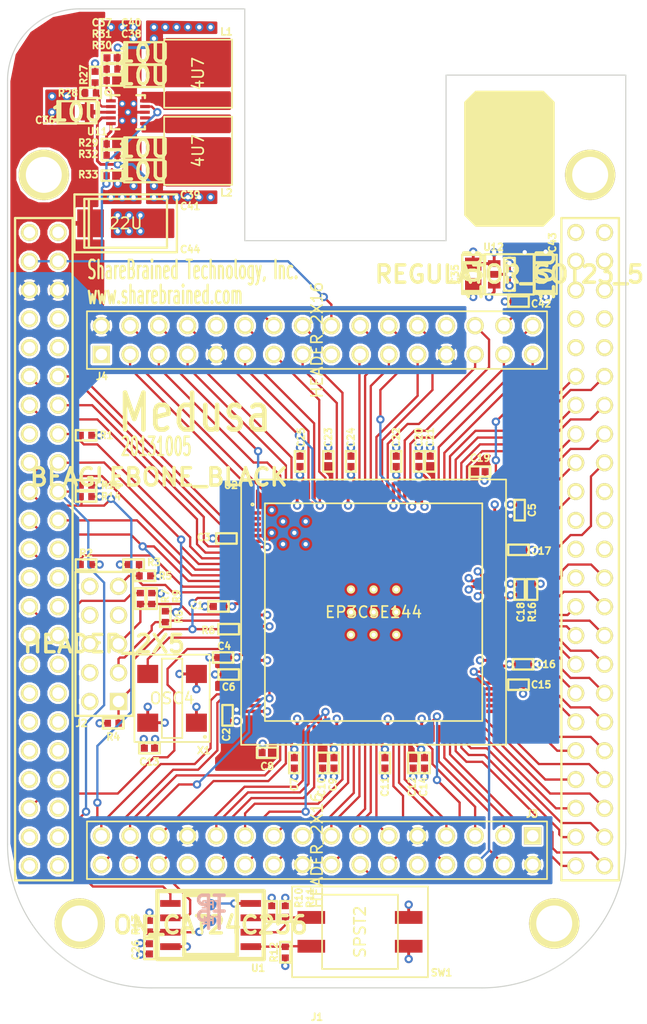
<source format=kicad_pcb>
(kicad_pcb (version 3) (host pcbnew "(2013-10-04 BZR 4366)-product")
  (layers (15 L1_front signal) (2 L2 power hide) (1 L3 power hide) (0 L4_back signal hide) (18 B.Paste user hide) (19 F.Paste user hide) (20 B.SilkS user hide) (21 F.SilkS user) (22 B.Mask user hide) (23 F.Mask user hide) (28 Edge.Cuts user))
  (net 0 "")
  (net 1 +1.2V)
  (net 2 +2.5V)
  (net 3 +3.3V)
  (net 4 /FPGA/AF0)
  (net 5 /FPGA/AF1)
  (net 6 /FPGA/AF10)
  (net 7 /FPGA/AF11)
  (net 8 /FPGA/AF12)
  (net 9 /FPGA/AF13)
  (net 10 /FPGA/AF14)
  (net 11 /FPGA/AF15)
  (net 12 /FPGA/AF16)
  (net 13 /FPGA/AF17)
  (net 14 /FPGA/AF18)
  (net 15 /FPGA/AF19)
  (net 16 /FPGA/AF2)
  (net 17 /FPGA/AF3)
  (net 18 /FPGA/AF4)
  (net 19 /FPGA/AF5)
  (net 20 /FPGA/AF6)
  (net 21 /FPGA/AF7)
  (net 22 /FPGA/AF8)
  (net 23 /FPGA/AF9)
  (net 24 /FPGA/AS0)
  (net 25 /FPGA/AS1)
  (net 26 /FPGA/AS2)
  (net 27 /FPGA/AS3)
  (net 28 /FPGA/BF0)
  (net 29 /FPGA/BF1)
  (net 30 /FPGA/BF10)
  (net 31 /FPGA/BF11)
  (net 32 /FPGA/BF12)
  (net 33 /FPGA/BF13)
  (net 34 /FPGA/BF14)
  (net 35 /FPGA/BF15)
  (net 36 /FPGA/BF16)
  (net 37 /FPGA/BF17)
  (net 38 /FPGA/BF18)
  (net 39 /FPGA/BF19)
  (net 40 /FPGA/BF2)
  (net 41 /FPGA/BF3)
  (net 42 /FPGA/BF4)
  (net 43 /FPGA/BF5)
  (net 44 /FPGA/BF6)
  (net 45 /FPGA/BF7)
  (net 46 /FPGA/BF8)
  (net 47 /FPGA/BF9)
  (net 48 /FPGA/BS0)
  (net 49 /FPGA/BS1)
  (net 50 /FPGA/BS2)
  (net 51 /FPGA/BS3)
  (net 52 /FPGA/CLKOUT2)
  (net 53 /FPGA/EHRPWM1A)
  (net 54 /FPGA/EHRPWM1B)
  (net 55 /FPGA/GPIO1_17)
  (net 56 /FPGA/GPIO1_28)
  (net 57 /FPGA/GPIO1_29)
  (net 58 /FPGA/GPIO2_1)
  (net 59 /FPGA/GPIO3_19)
  (net 60 /FPGA/I2C2_SCL)
  (net 61 /FPGA/I2C2_SDA)
  (net 62 /FPGA/LCD_DATA0)
  (net 63 /FPGA/LCD_DATA1)
  (net 64 /FPGA/LCD_DATA10)
  (net 65 /FPGA/LCD_DATA11)
  (net 66 /FPGA/LCD_DATA12)
  (net 67 /FPGA/LCD_DATA13)
  (net 68 /FPGA/LCD_DATA14)
  (net 69 /FPGA/LCD_DATA15)
  (net 70 /FPGA/LCD_DATA16)
  (net 71 /FPGA/LCD_DATA17)
  (net 72 /FPGA/LCD_DATA18)
  (net 73 /FPGA/LCD_DATA19)
  (net 74 /FPGA/LCD_DATA2)
  (net 75 /FPGA/LCD_DATA20)
  (net 76 /FPGA/LCD_DATA21)
  (net 77 /FPGA/LCD_DATA22)
  (net 78 /FPGA/LCD_DATA23)
  (net 79 /FPGA/LCD_DATA3)
  (net 80 /FPGA/LCD_DATA4)
  (net 81 /FPGA/LCD_DATA5)
  (net 82 /FPGA/LCD_DATA6)
  (net 83 /FPGA/LCD_DATA7)
  (net 84 /FPGA/LCD_DATA8)
  (net 85 /FPGA/LCD_DATA9)
  (net 86 /FPGA/LCD_DE)
  (net 87 /FPGA/LCD_HSYNC)
  (net 88 /FPGA/LCD_PCLK)
  (net 89 /FPGA/LCD_VSYNC)
  (net 90 /FPGA/PWREN)
  (net 91 /FPGA/REF_CLK)
  (net 92 /FPGA/SPI0_CS0)
  (net 93 /FPGA/SPI0_D0)
  (net 94 /FPGA/SPI0_D1)
  (net 95 /FPGA/SPI0_SCLK)
  (net 96 /FPGA/TCK)
  (net 97 /FPGA/TDI)
  (net 98 /FPGA/TDO)
  (net 99 /FPGA/TMS)
  (net 100 /FPGA/UART4_RXD)
  (net 101 /FPGA/UART4_TXD)
  (net 102 /FPGA/V_RAW)
  (net 103 GND)
  (net 104 Net-<C37-Pad1>)
  (net 105 Net-<C42-Pad1>)
  (net 106 Net-<L1-Pad2>)
  (net 107 Net-<L2-Pad1>)
  (net 108 Net-<R10-Pad2>)
  (net 109 Net-<R11-Pad2>)
  (net 110 Net-<R12-Pad2>)
  (net 111 Net-<R13-Pad2>)
  (net 112 Net-<R27-Pad2>)
  (net 113 Net-<R29-Pad2>)
  (module TP_1MM (layer L4_back) (at 131.6 120.8)
    (fp_text reference TP2 (at 0 0) (layer B.SilkS) (effects (font (size 0.6096 0.6096) (thickness 0.1524)) (justify mirror)))
    (fp_text value TP (at 0 0) (layer B.SilkS) (effects (font (thickness 0.3048)) (justify mirror)))
    (pad 1 smd circle (at 0 0) (size 1.00076 1.00076) (layers L4_back B.Paste B.Mask) (net 103 GND))
  )
  (module TP_1MM (layer L4_back) (at 131.6 122.2)
    (fp_text reference TP1 (at 0 0) (layer B.SilkS) (effects (font (size 0.6096 0.6096) (thickness 0.1524)) (justify mirror)))
    (fp_text value TP (at 0 0) (layer B.SilkS) (effects (font (thickness 0.3048)) (justify mirror)))
    (pad 1 smd circle (at 0 0) (size 1.00076 1.00076) (layers L4_back B.Paste B.Mask) (net 111 Net-<R13-Pad2>))
  )
  (module 219-2MST (layer L1_front) (at 144.8 123.2 90)
    (fp_text reference SW1 (at -3.6 7.2 180) (layer F.SilkS) (effects (font (size 0.6096 0.6096) (thickness 0.1524))))
    (fp_text value SPST2 (at 0 0 90) (layer F.SilkS))
    (pad 1 smd rect (at -1.27 4.3 90) (size 1.13 2.44) (layers L1_front F.Paste F.Mask) (net 103 GND))
    (pad 2 smd rect (at -1.27 -4.3 90) (size 1.13 2.44) (layers L1_front F.Paste F.Mask) (net 110 Net-<R12-Pad2>))
    (pad 3 smd rect (at 1.27 4.3 90) (size 1.13 2.44) (layers L1_front F.Paste F.Mask) (net 103 GND))
    (pad 4 smd rect (at 1.27 -4.3 90) (size 1.13 2.44) (layers L1_front F.Paste F.Mask) (net 109 Net-<R11-Pad2>))
  )
  (module IPC_RESC1005X40N (layer L1_front) (at 122.9 56.5 180)
    (fp_text reference R33 (at 2.1 0.1 180) (layer F.SilkS) (effects (font (size 0.6096 0.6096) (thickness 0.1524))))
    (fp_text value 10K hide)
    (pad 1 smd rect (at -0.48006 0 180) (size 0.56896 0.61976) (layers L1_front F.Paste F.Mask) (net 103 GND))
    (pad 2 smd rect (at 0.48006 0 180) (size 0.56896 0.61976) (layers L1_front F.Paste F.Mask) (net 90 /FPGA/PWREN))
  )
  (module IPC_RESC1005X40N (layer L1_front) (at 122.9 54.7)
    (fp_text reference R32 (at -2.1 -0.1) (layer F.SilkS) (effects (font (size 0.6096 0.6096) (thickness 0.1524))))
    (fp_text value R hide)
    (pad 1 smd rect (at -0.48006 0) (size 0.56896 0.61976) (layers L1_front F.Paste F.Mask) (net 113 Net-<R29-Pad2>))
    (pad 2 smd rect (at 0.48006 0) (size 0.56896 0.61976) (layers L1_front F.Paste F.Mask) (net 1 +1.2V))
  )
  (module IPC_RESC1005X40N (layer L1_front) (at 122.9 47.1)
    (fp_text reference R31 (at -0.9 -3.1) (layer F.SilkS) (effects (font (size 0.6096 0.6096) (thickness 0.1524))))
    (fp_text value R hide)
    (pad 1 smd rect (at -0.48006 0) (size 0.56896 0.61976) (layers L1_front F.Paste F.Mask) (net 104 Net-<C37-Pad1>))
    (pad 2 smd rect (at 0.48006 0) (size 0.56896 0.61976) (layers L1_front F.Paste F.Mask) (net 3 +3.3V))
  )
  (module IPC_RESC1005X40N (layer L1_front) (at 122.9 48.1 180)
    (fp_text reference R30 (at 0.9 3.1 180) (layer F.SilkS) (effects (font (size 0.6096 0.6096) (thickness 0.1524))))
    (fp_text value R hide)
    (pad 1 smd rect (at -0.48006 0 180) (size 0.56896 0.61976) (layers L1_front F.Paste F.Mask) (net 103 GND))
    (pad 2 smd rect (at 0.48006 0 180) (size 0.56896 0.61976) (layers L1_front F.Paste F.Mask) (net 104 Net-<C37-Pad1>))
  )
  (module IPC_RESC1005X40N (layer L1_front) (at 122.9 53.7 180)
    (fp_text reference R29 (at 2.1 0.1 180) (layer F.SilkS) (effects (font (size 0.6096 0.6096) (thickness 0.1524))))
    (fp_text value R hide)
    (pad 1 smd rect (at -0.48006 0 180) (size 0.56896 0.61976) (layers L1_front F.Paste F.Mask) (net 103 GND))
    (pad 2 smd rect (at 0.48006 0 180) (size 0.56896 0.61976) (layers L1_front F.Paste F.Mask) (net 113 Net-<R29-Pad2>))
  )
  (module IPC_RESC1005X40N (layer L1_front) (at 121 49.2)
    (fp_text reference R28 (at -2 0) (layer F.SilkS) (effects (font (size 0.6096 0.6096) (thickness 0.1524))))
    (fp_text value 10K hide)
    (pad 1 smd rect (at -0.48006 0) (size 0.56896 0.61976) (layers L1_front F.Paste F.Mask) (net 102 /FPGA/V_RAW))
    (pad 2 smd rect (at 0.48006 0) (size 0.56896 0.61976) (layers L1_front F.Paste F.Mask) (net 112 Net-<R27-Pad2>))
  )
  (module IPC_RESC1005X40N (layer L1_front) (at 121.4 47.8 270)
    (fp_text reference R27 (at -0.2 1 270) (layer F.SilkS) (effects (font (size 0.6096 0.6096) (thickness 0.1524))))
    (fp_text value DNI hide)
    (pad 1 smd rect (at -0.48006 0 270) (size 0.56896 0.61976) (layers L1_front F.Paste F.Mask) (net 103 GND))
    (pad 2 smd rect (at 0.48006 0 270) (size 0.56896 0.61976) (layers L1_front F.Paste F.Mask) (net 112 Net-<R27-Pad2>))
  )
  (module IPC_RESC1005X40N (layer L1_front) (at 160 93 270)
    (fp_text reference R16 (at 2 0 270) (layer F.SilkS) (effects (font (size 0.6096 0.6096) (thickness 0.1524))))
    (fp_text value 10K hide)
    (pad 1 smd rect (at -0.48006 0 270) (size 0.56896 0.61976) (layers L1_front F.Paste F.Mask) (net 3 +3.3V))
    (pad 2 smd rect (at 0.48006 0 270) (size 0.56896 0.61976) (layers L1_front F.Paste F.Mask) (net 57 /FPGA/GPIO1_29))
  )
  (module IPC_RESC1005X40N (layer L1_front) (at 120.6 83.8 180)
    (fp_text reference R15 (at -2.2 0 180) (layer F.SilkS) (effects (font (size 0.6096 0.6096) (thickness 0.1524))))
    (fp_text value 10K hide)
    (pad 1 smd rect (at -0.48006 0 180) (size 0.56896 0.61976) (layers L1_front F.Paste F.Mask) (net 3 +3.3V))
    (pad 2 smd rect (at 0.48006 0 180) (size 0.56896 0.61976) (layers L1_front F.Paste F.Mask) (net 61 /FPGA/I2C2_SDA))
  )
  (module IPC_RESC1005X40N (layer L1_front) (at 120.6 84.8 180)
    (fp_text reference R14 (at -2.2 0 180) (layer F.SilkS) (effects (font (size 0.6096 0.6096) (thickness 0.1524))))
    (fp_text value 10K hide)
    (pad 1 smd rect (at -0.48006 0 180) (size 0.56896 0.61976) (layers L1_front F.Paste F.Mask) (net 3 +3.3V))
    (pad 2 smd rect (at 0.48006 0 180) (size 0.56896 0.61976) (layers L1_front F.Paste F.Mask) (net 60 /FPGA/I2C2_SCL))
  )
  (module IPC_RESC1005X40N (layer L1_front) (at 126.2 122.7 270)
    (fp_text reference R13 (at -0.1 1.2 270) (layer F.SilkS) (effects (font (size 0.6096 0.6096) (thickness 0.1524))))
    (fp_text value 10K hide)
    (pad 1 smd rect (at -0.48006 0 270) (size 0.56896 0.61976) (layers L1_front F.Paste F.Mask) (net 3 +3.3V))
    (pad 2 smd rect (at 0.48006 0 270) (size 0.56896 0.61976) (layers L1_front F.Paste F.Mask) (net 111 Net-<R13-Pad2>))
  )
  (module IPC_RESC1005X40N (layer L1_front) (at 138.2 125 90)
    (fp_text reference R12 (at 0 -1 90) (layer F.SilkS) (effects (font (size 0.6096 0.6096) (thickness 0.1524))))
    (fp_text value 10K hide)
    (pad 1 smd rect (at -0.48006 0 90) (size 0.56896 0.61976) (layers L1_front F.Paste F.Mask) (net 3 +3.3V))
    (pad 2 smd rect (at 0.48006 0 90) (size 0.56896 0.61976) (layers L1_front F.Paste F.Mask) (net 110 Net-<R12-Pad2>))
  )
  (module IPC_RESC1005X40N (layer L1_front) (at 138.2 121.4 270)
    (fp_text reference R11 (at -1.2 -2.2 270) (layer F.SilkS) (effects (font (size 0.6096 0.6096) (thickness 0.1524))))
    (fp_text value 10K hide)
    (pad 1 smd rect (at -0.48006 0 270) (size 0.56896 0.61976) (layers L1_front F.Paste F.Mask) (net 3 +3.3V))
    (pad 2 smd rect (at 0.48006 0 270) (size 0.56896 0.61976) (layers L1_front F.Paste F.Mask) (net 109 Net-<R11-Pad2>))
  )
  (module IPC_RESC1005X40N (layer L1_front) (at 137 121.4 270)
    (fp_text reference R10 (at -1.2 -2.4 270) (layer F.SilkS) (effects (font (size 0.6096 0.6096) (thickness 0.1524))))
    (fp_text value 10K hide)
    (pad 1 smd rect (at -0.48006 0 270) (size 0.56896 0.61976) (layers L1_front F.Paste F.Mask) (net 3 +3.3V))
    (pad 2 smd rect (at 0.48006 0 270) (size 0.56896 0.61976) (layers L1_front F.Paste F.Mask) (net 108 Net-<R10-Pad2>))
  )
  (module IPC_RESC1005X40N (layer L1_front) (at 126.4 93.8 270)
    (fp_text reference R9 (at -0.2 -2.2 270) (layer F.SilkS) (effects (font (size 0.6096 0.6096) (thickness 0.1524))))
    (fp_text value 10K hide)
    (pad 1 smd rect (at -0.48006 0 270) (size 0.56896 0.61976) (layers L1_front F.Paste F.Mask) (net 3 +3.3V))
    (pad 2 smd rect (at 0.48006 0 270) (size 0.56896 0.61976) (layers L1_front F.Paste F.Mask) (net 99 /FPGA/TMS))
  )
  (module IPC_RESC1005X40N (layer L1_front) (at 127.6 95.4 90)
    (fp_text reference R8 (at 0 1.2 90) (layer F.SilkS) (effects (font (size 0.6096 0.6096) (thickness 0.1524))))
    (fp_text value DNI hide)
    (pad 1 smd rect (at -0.48006 0 90) (size 0.56896 0.61976) (layers L1_front F.Paste F.Mask) (net 98 /FPGA/TDO))
    (pad 2 smd rect (at 0.48006 0 90) (size 0.56896 0.61976) (layers L1_front F.Paste F.Mask) (net 94 /FPGA/SPI0_D1))
  )
  (module IPC_RESC1005X40N (layer L1_front) (at 125.4 93.8 90)
    (fp_text reference R7 (at 0.2 2.2 90) (layer F.SilkS) (effects (font (size 0.6096 0.6096) (thickness 0.1524))))
    (fp_text value DNI hide)
    (pad 1 smd rect (at -0.48006 0 90) (size 0.56896 0.61976) (layers L1_front F.Paste F.Mask) (net 99 /FPGA/TMS))
    (pad 2 smd rect (at 0.48006 0 90) (size 0.56896 0.61976) (layers L1_front F.Paste F.Mask) (net 59 /FPGA/GPIO3_19))
  )
  (module IPC_RESC1005X40N (layer L1_front) (at 133.2 96.5)
    (fp_text reference R6 (at -1.8 0.1) (layer F.SilkS) (effects (font (size 0.6096 0.6096) (thickness 0.1524))))
    (fp_text value DNI hide)
    (pad 1 smd rect (at -0.48006 0) (size 0.56896 0.61976) (layers L1_front F.Paste F.Mask) (net 96 /FPGA/TCK))
    (pad 2 smd rect (at 0.48006 0) (size 0.56896 0.61976) (layers L1_front F.Paste F.Mask) (net 95 /FPGA/SPI0_SCLK))
  )
  (module IPC_RESC1005X40N (layer L1_front) (at 125.8 91.8)
    (fp_text reference R5 (at 1.8 0) (layer F.SilkS) (effects (font (size 0.6096 0.6096) (thickness 0.1524))))
    (fp_text value DNI hide)
    (pad 1 smd rect (at -0.48006 0) (size 0.56896 0.61976) (layers L1_front F.Paste F.Mask) (net 97 /FPGA/TDI))
    (pad 2 smd rect (at 0.48006 0) (size 0.56896 0.61976) (layers L1_front F.Paste F.Mask) (net 93 /FPGA/SPI0_D0))
  )
  (module IPC_RESC1005X40N (layer L1_front) (at 123 104.8 180)
    (fp_text reference R4 (at 0 -1.2 180) (layer F.SilkS) (effects (font (size 0.6096 0.6096) (thickness 0.1524))))
    (fp_text value 1K hide)
    (pad 1 smd rect (at -0.48006 0 180) (size 0.56896 0.61976) (layers L1_front F.Paste F.Mask) (net 96 /FPGA/TCK))
    (pad 2 smd rect (at 0.48006 0 180) (size 0.56896 0.61976) (layers L1_front F.Paste F.Mask) (net 103 GND))
  )
  (module IPC_RESC1005X40N (layer L1_front) (at 124.8 90.8)
    (fp_text reference R3 (at 1.8 -0.2) (layer F.SilkS) (effects (font (size 0.6096 0.6096) (thickness 0.1524))))
    (fp_text value 10K hide)
    (pad 1 smd rect (at -0.48006 0) (size 0.56896 0.61976) (layers L1_front F.Paste F.Mask) (net 3 +3.3V))
    (pad 2 smd rect (at 0.48006 0) (size 0.56896 0.61976) (layers L1_front F.Paste F.Mask) (net 97 /FPGA/TDI))
  )
  (module IPC_RESC1005X40N (layer L1_front) (at 120.6 90.8)
    (fp_text reference R2 (at 0 -1) (layer F.SilkS) (effects (font (size 0.6096 0.6096) (thickness 0.1524))))
    (fp_text value 10K hide)
    (pad 1 smd rect (at -0.48006 0) (size 0.56896 0.61976) (layers L1_front F.Paste F.Mask) (net 55 /FPGA/GPIO1_17))
    (pad 2 smd rect (at 0.48006 0) (size 0.56896 0.61976) (layers L1_front F.Paste F.Mask) (net 103 GND))
  )
  (module IPC_RESC1005X40N (layer L1_front) (at 120.6 79.4 180)
    (fp_text reference R1 (at -1.8 0 180) (layer F.SilkS) (effects (font (size 0.6096 0.6096) (thickness 0.1524))))
    (fp_text value 10K hide)
    (pad 1 smd rect (at -0.48006 0 180) (size 0.56896 0.61976) (layers L1_front F.Paste F.Mask) (net 3 +3.3V))
    (pad 2 smd rect (at 0.48006 0 180) (size 0.56896 0.61976) (layers L1_front F.Paste F.Mask) (net 54 /FPGA/EHRPWM1B))
  )
  (module IPC_CAPC1005X55N (layer L1_front) (at 158.8 67.6 180)
    (fp_text reference C42 (at -2 -0.2 180) (layer F.SilkS) (effects (font (size 0.6096 0.6096) (thickness 0.1524))))
    (fp_text value DNI hide)
    (pad 1 smd rect (at -0.44958 0 180) (size 0.61976 0.61976) (layers L1_front F.Paste F.Mask) (net 105 Net-<C42-Pad1>))
    (pad 2 smd rect (at 0.44958 0 180) (size 0.61976 0.61976) (layers L1_front F.Paste F.Mask) (net 103 GND))
  )
  (module IPC_CAPC1005X55N (layer L1_front) (at 126.2 124.7 270)
    (fp_text reference C26 (at 0.1 1.2 270) (layer F.SilkS) (effects (font (size 0.6096 0.6096) (thickness 0.1524))))
    (fp_text value 100N hide)
    (pad 1 smd rect (at -0.44958 0 270) (size 0.61976 0.61976) (layers L1_front F.Paste F.Mask) (net 3 +3.3V))
    (pad 2 smd rect (at 0.44958 0 270) (size 0.61976 0.61976) (layers L1_front F.Paste F.Mask) (net 103 GND))
  )
  (module IPC_CAPC1005X55N (layer L1_front) (at 126.2 107)
    (fp_text reference C13 (at 0 1.2) (layer F.SilkS) (effects (font (size 0.6096 0.6096) (thickness 0.1524))))
    (fp_text value 100N hide)
    (pad 1 smd rect (at -0.44958 0) (size 0.61976 0.61976) (layers L1_front F.Paste F.Mask) (net 3 +3.3V))
    (pad 2 smd rect (at 0.44958 0) (size 0.61976 0.61976) (layers L1_front F.Paste F.Mask) (net 103 GND))
  )
  (module IPC_CAPC1005X55N (layer L1_front) (at 141.5 108.3 270)
    (fp_text reference C10 (at 2.1 0.1 270) (layer F.SilkS) (effects (font (size 0.6096 0.6096) (thickness 0.1524))))
    (fp_text value 100N hide)
    (pad 1 smd rect (at -0.44958 0 270) (size 0.61976 0.61976) (layers L1_front F.Paste F.Mask) (net 1 +1.2V))
    (pad 2 smd rect (at 0.44958 0 270) (size 0.61976 0.61976) (layers L1_front F.Paste F.Mask) (net 103 GND))
  )
  (module IPC_CAPC1005X55N (layer L1_front) (at 139.5 81.7 90)
    (fp_text reference C25 (at 2.1 0.1 90) (layer F.SilkS) (effects (font (size 0.6096 0.6096) (thickness 0.1524))))
    (fp_text value 100N hide)
    (pad 1 smd rect (at -0.44958 0 90) (size 0.61976 0.61976) (layers L1_front F.Paste F.Mask) (net 3 +3.3V))
    (pad 2 smd rect (at 0.44958 0 90) (size 0.61976 0.61976) (layers L1_front F.Paste F.Mask) (net 103 GND))
  )
  (module IPC_CAPC1005X55N (layer L1_front) (at 144 81.7 90)
    (fp_text reference C24 (at 2.1 0 90) (layer F.SilkS) (effects (font (size 0.6096 0.6096) (thickness 0.1524))))
    (fp_text value 100N hide)
    (pad 1 smd rect (at -0.44958 0 90) (size 0.61976 0.61976) (layers L1_front F.Paste F.Mask) (net 3 +3.3V))
    (pad 2 smd rect (at 0.44958 0 90) (size 0.61976 0.61976) (layers L1_front F.Paste F.Mask) (net 103 GND))
  )
  (module IPC_CAPC1005X55N (layer L1_front) (at 142 81.7 90)
    (fp_text reference C23 (at 2.1 0 90) (layer F.SilkS) (effects (font (size 0.6096 0.6096) (thickness 0.1524))))
    (fp_text value 100N hide)
    (pad 1 smd rect (at -0.44958 0 90) (size 0.61976 0.61976) (layers L1_front F.Paste F.Mask) (net 1 +1.2V))
    (pad 2 smd rect (at 0.44958 0 90) (size 0.61976 0.61976) (layers L1_front F.Paste F.Mask) (net 103 GND))
  )
  (module IPC_CAPC1005X55N (layer L1_front) (at 148 81.7 90)
    (fp_text reference C22 (at 2.1 0 90) (layer F.SilkS) (effects (font (size 0.6096 0.6096) (thickness 0.1524))))
    (fp_text value 100N hide)
    (pad 1 smd rect (at -0.44958 0 90) (size 0.61976 0.61976) (layers L1_front F.Paste F.Mask) (net 3 +3.3V))
    (pad 2 smd rect (at 0.44958 0 90) (size 0.61976 0.61976) (layers L1_front F.Paste F.Mask) (net 103 GND))
  )
  (module IPC_CAPC1005X55N (layer L1_front) (at 151 81.7 90)
    (fp_text reference C21 (at 2.1 0 90) (layer F.SilkS) (effects (font (size 0.6096 0.6096) (thickness 0.1524))))
    (fp_text value 100N hide)
    (pad 1 smd rect (at -0.44958 0 90) (size 0.61976 0.61976) (layers L1_front F.Paste F.Mask) (net 1 +1.2V))
    (pad 2 smd rect (at 0.44958 0 90) (size 0.61976 0.61976) (layers L1_front F.Paste F.Mask) (net 103 GND))
  )
  (module IPC_CAPC1005X55N (layer L1_front) (at 150 81.7 90)
    (fp_text reference C20 (at 2.1 0 90) (layer F.SilkS) (effects (font (size 0.6096 0.6096) (thickness 0.1524))))
    (fp_text value 100N hide)
    (pad 1 smd rect (at -0.44958 0 90) (size 0.61976 0.61976) (layers L1_front F.Paste F.Mask) (net 3 +3.3V))
    (pad 2 smd rect (at 0.44958 0 90) (size 0.61976 0.61976) (layers L1_front F.Paste F.Mask) (net 103 GND))
  )
  (module IPC_CAPC1005X55N (layer L1_front) (at 155.4 82.6)
    (fp_text reference C19 (at 0 -1.2) (layer F.SilkS) (effects (font (size 0.6096 0.6096) (thickness 0.1524))))
    (fp_text value 100N hide)
    (pad 1 smd rect (at -0.44958 0) (size 0.61976 0.61976) (layers L1_front F.Paste F.Mask) (net 1 +1.2V))
    (pad 2 smd rect (at 0.44958 0) (size 0.61976 0.61976) (layers L1_front F.Paste F.Mask) (net 103 GND))
  )
  (module IPC_CAPC1005X55N (layer L1_front) (at 158.9 93 90)
    (fp_text reference C18 (at -2 0.1 90) (layer F.SilkS) (effects (font (size 0.6096 0.6096) (thickness 0.1524))))
    (fp_text value 100N hide)
    (pad 1 smd rect (at -0.44958 0 90) (size 0.61976 0.61976) (layers L1_front F.Paste F.Mask) (net 3 +3.3V))
    (pad 2 smd rect (at 0.44958 0 90) (size 0.61976 0.61976) (layers L1_front F.Paste F.Mask) (net 103 GND))
  )
  (module IPC_CAPC1005X55N (layer L1_front) (at 158.8 89.5)
    (fp_text reference C17 (at 2 0.1) (layer F.SilkS) (effects (font (size 0.6096 0.6096) (thickness 0.1524))))
    (fp_text value 100N hide)
    (pad 1 smd rect (at -0.44958 0) (size 0.61976 0.61976) (layers L1_front F.Paste F.Mask) (net 1 +1.2V))
    (pad 2 smd rect (at 0.44958 0) (size 0.61976 0.61976) (layers L1_front F.Paste F.Mask) (net 103 GND))
  )
  (module IPC_CAPC1005X55N (layer L1_front) (at 159.2 99.6)
    (fp_text reference C16 (at 2 0) (layer F.SilkS) (effects (font (size 0.6096 0.6096) (thickness 0.1524))))
    (fp_text value 100N hide)
    (pad 1 smd rect (at -0.44958 0) (size 0.61976 0.61976) (layers L1_front F.Paste F.Mask) (net 3 +3.3V))
    (pad 2 smd rect (at 0.44958 0) (size 0.61976 0.61976) (layers L1_front F.Paste F.Mask) (net 103 GND))
  )
  (module IPC_CAPC1005X55N (layer L1_front) (at 158.8 101.4)
    (fp_text reference C15 (at 2 0) (layer F.SilkS) (effects (font (size 0.6096 0.6096) (thickness 0.1524))))
    (fp_text value 100N hide)
    (pad 1 smd rect (at -0.44958 0) (size 0.61976 0.61976) (layers L1_front F.Paste F.Mask) (net 1 +1.2V))
    (pad 2 smd rect (at 0.44958 0) (size 0.61976 0.61976) (layers L1_front F.Paste F.Mask) (net 103 GND))
  )
  (module IPC_CAPC1005X55N (layer L1_front) (at 150.5 108.3 270)
    (fp_text reference C14 (at 2.1 0.1 270) (layer F.SilkS) (effects (font (size 0.6096 0.6096) (thickness 0.1524))))
    (fp_text value 100N hide)
    (pad 1 smd rect (at -0.44958 0 270) (size 0.61976 0.61976) (layers L1_front F.Paste F.Mask) (net 3 +3.3V))
    (pad 2 smd rect (at 0.44958 0 270) (size 0.61976 0.61976) (layers L1_front F.Paste F.Mask) (net 103 GND))
  )
  (module IPC_CAPC1005X55N (layer L1_front) (at 149.5 108.3 270)
    (fp_text reference C12 (at 2.1 0.1 270) (layer F.SilkS) (effects (font (size 0.6096 0.6096) (thickness 0.1524))))
    (fp_text value 100N hide)
    (pad 1 smd rect (at -0.44958 0 270) (size 0.61976 0.61976) (layers L1_front F.Paste F.Mask) (net 1 +1.2V))
    (pad 2 smd rect (at 0.44958 0 270) (size 0.61976 0.61976) (layers L1_front F.Paste F.Mask) (net 103 GND))
  )
  (module IPC_CAPC1005X55N (layer L1_front) (at 147 108.3 270)
    (fp_text reference C11 (at 2.1 0 270) (layer F.SilkS) (effects (font (size 0.6096 0.6096) (thickness 0.1524))))
    (fp_text value 100N hide)
    (pad 1 smd rect (at -0.44958 0 270) (size 0.61976 0.61976) (layers L1_front F.Paste F.Mask) (net 3 +3.3V))
    (pad 2 smd rect (at 0.44958 0 270) (size 0.61976 0.61976) (layers L1_front F.Paste F.Mask) (net 103 GND))
  )
  (module IPC_CAPC1005X55N (layer L1_front) (at 142.5 108.3 270)
    (fp_text reference C9 (at 1.9 0.1 270) (layer F.SilkS) (effects (font (size 0.6096 0.6096) (thickness 0.1524))))
    (fp_text value 100N hide)
    (pad 1 smd rect (at -0.44958 0 270) (size 0.61976 0.61976) (layers L1_front F.Paste F.Mask) (net 3 +3.3V))
    (pad 2 smd rect (at 0.44958 0 270) (size 0.61976 0.61976) (layers L1_front F.Paste F.Mask) (net 103 GND))
  )
  (module IPC_CAPC1005X55N (layer L1_front) (at 136.6 107.4 180)
    (fp_text reference C8 (at 0 -1.2 180) (layer F.SilkS) (effects (font (size 0.6096 0.6096) (thickness 0.1524))))
    (fp_text value 100N hide)
    (pad 1 smd rect (at -0.44958 0 180) (size 0.61976 0.61976) (layers L1_front F.Paste F.Mask) (net 1 +1.2V))
    (pad 2 smd rect (at 0.44958 0 180) (size 0.61976 0.61976) (layers L1_front F.Paste F.Mask) (net 103 GND))
  )
  (module IPC_CAPC1005X55N (layer L1_front) (at 139 108.3 270)
    (fp_text reference C7 (at 1.9 0 270) (layer F.SilkS) (effects (font (size 0.6096 0.6096) (thickness 0.1524))))
    (fp_text value 100N hide)
    (pad 1 smd rect (at -0.44958 0 270) (size 0.61976 0.61976) (layers L1_front F.Paste F.Mask) (net 3 +3.3V))
    (pad 2 smd rect (at 0.44958 0 270) (size 0.61976 0.61976) (layers L1_front F.Paste F.Mask) (net 103 GND))
  )
  (module IPC_CAPC1005X55N (layer L1_front) (at 133.2 100.5 180)
    (fp_text reference C6 (at 0 -1.1 180) (layer F.SilkS) (effects (font (size 0.6096 0.6096) (thickness 0.1524))))
    (fp_text value 100N hide)
    (pad 1 smd rect (at -0.44958 0 180) (size 0.61976 0.61976) (layers L1_front F.Paste F.Mask) (net 1 +1.2V))
    (pad 2 smd rect (at 0.44958 0 180) (size 0.61976 0.61976) (layers L1_front F.Paste F.Mask) (net 103 GND))
  )
  (module IPC_CAPC1005X55N (layer L1_front) (at 158.9 86 90)
    (fp_text reference C5 (at 0 1.1 90) (layer F.SilkS) (effects (font (size 0.6096 0.6096) (thickness 0.1524))))
    (fp_text value 100N hide)
    (pad 1 smd rect (at -0.44958 0 90) (size 0.61976 0.61976) (layers L1_front F.Paste F.Mask) (net 2 +2.5V))
    (pad 2 smd rect (at 0.44958 0 90) (size 0.61976 0.61976) (layers L1_front F.Paste F.Mask) (net 103 GND))
  )
  (module IPC_CAPC1005X55N (layer L1_front) (at 132.7 99 180)
    (fp_text reference C4 (at -0.1 1 180) (layer F.SilkS) (effects (font (size 0.6096 0.6096) (thickness 0.1524))))
    (fp_text value 100N hide)
    (pad 1 smd rect (at -0.44958 0 180) (size 0.61976 0.61976) (layers L1_front F.Paste F.Mask) (net 3 +3.3V))
    (pad 2 smd rect (at 0.44958 0 180) (size 0.61976 0.61976) (layers L1_front F.Paste F.Mask) (net 103 GND))
  )
  (module IPC_CAPC1005X55N (layer L1_front) (at 133 88.5 180)
    (fp_text reference C3 (at 2 0.1 180) (layer F.SilkS) (effects (font (size 0.6096 0.6096) (thickness 0.1524))))
    (fp_text value 100N hide)
    (pad 1 smd rect (at -0.44958 0 180) (size 0.61976 0.61976) (layers L1_front F.Paste F.Mask) (net 1 +1.2V))
    (pad 2 smd rect (at 0.44958 0 180) (size 0.61976 0.61976) (layers L1_front F.Paste F.Mask) (net 103 GND))
  )
  (module IPC_CAPC1005X55N (layer L1_front) (at 133.1 104.1 270)
    (fp_text reference C2 (at 1.7 0.1 270) (layer F.SilkS) (effects (font (size 0.6096 0.6096) (thickness 0.1524))))
    (fp_text value 100N hide)
    (pad 1 smd rect (at -0.44958 0 270) (size 0.61976 0.61976) (layers L1_front F.Paste F.Mask) (net 2 +2.5V))
    (pad 2 smd rect (at 0.44958 0 270) (size 0.61976 0.61976) (layers L1_front F.Paste F.Mask) (net 103 GND))
  )
  (module IPC_CAPC1005X55N (layer L1_front) (at 132.3 94.5 180)
    (fp_text reference C1 (at 1.9 0.1 180) (layer F.SilkS) (effects (font (size 0.6096 0.6096) (thickness 0.1524))))
    (fp_text value 100N hide)
    (pad 1 smd rect (at -0.44958 0 180) (size 0.61976 0.61976) (layers L1_front F.Paste F.Mask) (net 3 +3.3V))
    (pad 2 smd rect (at 0.44958 0 180) (size 0.61976 0.61976) (layers L1_front F.Paste F.Mask) (net 103 GND))
  )
  (module IPC_SOT95P280X110-5N (layer L1_front) (at 158 65.2)
    (fp_text reference U12 (at -1.4 -2.4) (layer F.SilkS) (effects (font (size 0.6096 0.6096) (thickness 0.1524))))
    (fp_text value REGULATOR_SOT23_5 (at 0 0) (layer F.SilkS) (effects (font (thickness 0.3048))))
    (pad 1 smd rect (at -1.34874 -0.94996) (size 1.09982 0.59944) (layers L1_front F.Paste F.Mask) (net 3 +3.3V))
    (pad 2 smd rect (at -1.34874 0) (size 1.09982 0.59944) (layers L1_front F.Paste F.Mask) (net 103 GND))
    (pad 3 smd rect (at -1.34874 0.94996) (size 1.09982 0.59944) (layers L1_front F.Paste F.Mask) (net 3 +3.3V))
    (pad 4 smd rect (at 1.34874 0.94996) (size 1.09982 0.59944) (layers L1_front F.Paste F.Mask) (net 105 Net-<C42-Pad1>))
    (pad 5 smd rect (at 1.34874 -0.94996) (size 1.09982 0.59944) (layers L1_front F.Paste F.Mask) (net 2 +2.5V))
  )
  (module IPC_CAPMP7343X310N (layer L1_front) (at 124.1 60.7)
    (fp_text reference C44 (at 5.7 2.3) (layer F.SilkS) (effects (font (size 0.6096 0.6096) (thickness 0.1524))))
    (fp_text value 22U (at 0 0) (layer F.SilkS))
    (pad 1 smd rect (at -3.1 0) (size 2.35 2.45) (layers L1_front F.Paste F.Mask) (net 102 /FPGA/V_RAW))
    (pad 2 smd rect (at 3.1 0) (size 2.35 2.45) (layers L1_front F.Paste F.Mask) (net 103 GND))
  )
  (module IPC_CAPC2012X140N (layer L1_front) (at 161.2 65.2 270)
    (fp_text reference C43 (at -2.8 -0.6 270) (layer F.SilkS) (effects (font (size 0.6096 0.6096) (thickness 0.1524))))
    (fp_text value 10U (at 0 0 270) (layer F.SilkS) (effects (font (thickness 0.3048))))
    (pad 1 smd rect (at -0.89916 0 270) (size 1.15062 1.45034) (layers L1_front F.Paste F.Mask) (net 2 +2.5V))
    (pad 2 smd rect (at 0.89916 0 270) (size 1.15062 1.45034) (layers L1_front F.Paste F.Mask) (net 103 GND))
  )
  (module IPC_CAPC2012X140N (layer L1_front) (at 125.7 45.7 180)
    (fp_text reference C40 (at 1.1 2.7 180) (layer F.SilkS) (effects (font (size 0.6096 0.6096) (thickness 0.1524))))
    (fp_text value 10U (at 0 0 180) (layer F.SilkS) (effects (font (thickness 0.3048))))
    (pad 1 smd rect (at -0.89916 0 180) (size 1.15062 1.45034) (layers L1_front F.Paste F.Mask) (net 3 +3.3V))
    (pad 2 smd rect (at 0.89916 0 180) (size 1.15062 1.45034) (layers L1_front F.Paste F.Mask) (net 103 GND))
  )
  (module IPC_CAPC2012X140N (layer L1_front) (at 119.8 50.9 180)
    (fp_text reference C36 (at 2.8 -0.7 180) (layer F.SilkS) (effects (font (size 0.6096 0.6096) (thickness 0.1524))))
    (fp_text value 10U (at 0 0 180) (layer F.SilkS) (effects (font (thickness 0.3048))))
    (pad 1 smd rect (at -0.89916 0 180) (size 1.15062 1.45034) (layers L1_front F.Paste F.Mask) (net 102 /FPGA/V_RAW))
    (pad 2 smd rect (at 0.89916 0 180) (size 1.15062 1.45034) (layers L1_front F.Paste F.Mask) (net 103 GND))
  )
  (module IPC_CAPC2012X140N (layer L1_front) (at 125.7 56.1)
    (fp_text reference C41 (at 4.1 3.1) (layer F.SilkS) (effects (font (size 0.6096 0.6096) (thickness 0.1524))))
    (fp_text value 10U (at 0 0) (layer F.SilkS) (effects (font (thickness 0.3048))))
    (pad 1 smd rect (at -0.89916 0) (size 1.15062 1.45034) (layers L1_front F.Paste F.Mask) (net 103 GND))
    (pad 2 smd rect (at 0.89916 0) (size 1.15062 1.45034) (layers L1_front F.Paste F.Mask) (net 1 +1.2V))
  )
  (module IPC_CAPC2012X140N (layer L1_front) (at 125.7 54.1)
    (fp_text reference C39 (at 4.1 4.1) (layer F.SilkS) (effects (font (size 0.6096 0.6096) (thickness 0.1524))))
    (fp_text value 10U (at 0 0) (layer F.SilkS) (effects (font (thickness 0.3048))))
    (pad 1 smd rect (at -0.89916 0) (size 1.15062 1.45034) (layers L1_front F.Paste F.Mask) (net 103 GND))
    (pad 2 smd rect (at 0.89916 0) (size 1.15062 1.45034) (layers L1_front F.Paste F.Mask) (net 1 +1.2V))
  )
  (module IPC_CAPC2012X140N (layer L1_front) (at 125.7 47.7 180)
    (fp_text reference C38 (at 1.1 3.7 180) (layer F.SilkS) (effects (font (size 0.6096 0.6096) (thickness 0.1524))))
    (fp_text value 10U (at 0 0 180) (layer F.SilkS) (effects (font (thickness 0.3048))))
    (pad 1 smd rect (at -0.89916 0 180) (size 1.15062 1.45034) (layers L1_front F.Paste F.Mask) (net 3 +3.3V))
    (pad 2 smd rect (at 0.89916 0 180) (size 1.15062 1.45034) (layers L1_front F.Paste F.Mask) (net 103 GND))
  )
  (module IPC_CAPC2012X140N (layer L1_front) (at 154.8 65.2 270)
    (fp_text reference C35 (at 0 1.6 270) (layer F.SilkS) (effects (font (size 0.6096 0.6096) (thickness 0.1524))))
    (fp_text value 10U (at 0 0 270) (layer F.SilkS) (effects (font (thickness 0.3048))))
    (pad 1 smd rect (at -0.89916 0 270) (size 1.15062 1.45034) (layers L1_front F.Paste F.Mask) (net 3 +3.3V))
    (pad 2 smd rect (at 0.89916 0 270) (size 1.15062 1.45034) (layers L1_front F.Paste F.Mask) (net 103 GND))
  )
  (module NR6028 (layer L1_front) (at 130.5 54.3 270)
    (fp_text reference L2 (at 3.7 -2.5 360) (layer F.SilkS) (effects (font (size 0.6096 0.6096) (thickness 0.1524))))
    (fp_text value 4U7 (at 0 0 270) (layer F.SilkS))
    (pad 1 smd rect (at -2.35 0 270) (size 1.6 5.7) (layers L1_front F.Paste F.Mask) (net 107 Net-<L2-Pad1>))
    (pad 2 smd rect (at 2.35 0 270) (size 1.6 5.7) (layers L1_front F.Paste F.Mask) (net 1 +1.2V))
  )
  (module NR6028 (layer L1_front) (at 130.5 47.5 270)
    (fp_text reference L1 (at -3.7 -2.5 360) (layer F.SilkS) (effects (font (size 0.6096 0.6096) (thickness 0.1524))))
    (fp_text value 4U7 (at 0 0 270) (layer F.SilkS))
    (pad 1 smd rect (at -2.35 0 270) (size 1.6 5.7) (layers L1_front F.Paste F.Mask) (net 3 +3.3V))
    (pad 2 smd rect (at 2.35 0 270) (size 1.6 5.7) (layers L1_front F.Paste F.Mask) (net 106 Net-<L1-Pad2>))
  )
  (module OSCSC508P500X700X180-4N (layer L1_front) (at 128.2 102.6 180)
    (fp_text reference X1 (at -2.8 -4.6 180) (layer F.SilkS) (effects (font (size 0.6096 0.6096) (thickness 0.1524))))
    (fp_text value OSC4 (at 0 0 180) (layer F.SilkS))
    (pad 1 smd rect (at -2.15 -2.15 180) (size 1.85 1.6) (layers L1_front F.Paste F.Mask) (net 3 +3.3V))
    (pad 2 smd rect (at -2.15 2.15 180) (size 1.85 1.6) (layers L1_front F.Paste F.Mask) (net 103 GND))
    (pad 3 smd rect (at 2.15 2.15 180) (size 1.85 1.6) (layers L1_front F.Paste F.Mask) (net 91 /FPGA/REF_CLK))
    (pad 4 smd rect (at 2.15 -2.15 180) (size 1.85 1.6) (layers L1_front F.Paste F.Mask) (net 3 +3.3V))
  )
  (module IPC_SOIC127P780X205-8N (layer L1_front) (at 131.6 122.6 180)
    (fp_text reference U1 (at -4.2 -3.8 180) (layer F.SilkS) (effects (font (size 0.6096 0.6096) (thickness 0.1524))))
    (fp_text value ON_CAT24C256 (at 0 0 180) (layer F.SilkS) (effects (font (thickness 0.3048))))
    (pad 1 smd rect (at -3.55092 -1.905 180) (size 1.80086 0.59944) (layers L1_front F.Paste F.Mask) (net 110 Net-<R12-Pad2>))
    (pad 2 smd rect (at -3.55092 -0.635 180) (size 1.80086 0.59944) (layers L1_front F.Paste F.Mask) (net 109 Net-<R11-Pad2>))
    (pad 3 smd rect (at -3.55092 0.635 180) (size 1.80086 0.59944) (layers L1_front F.Paste F.Mask) (net 108 Net-<R10-Pad2>))
    (pad 4 smd rect (at -3.55092 1.905 180) (size 1.80086 0.59944) (layers L1_front F.Paste F.Mask) (net 103 GND))
    (pad 5 smd rect (at 3.55092 1.905 180) (size 1.80086 0.59944) (layers L1_front F.Paste F.Mask) (net 61 /FPGA/I2C2_SDA))
    (pad 6 smd rect (at 3.55092 0.635 180) (size 1.80086 0.59944) (layers L1_front F.Paste F.Mask) (net 60 /FPGA/I2C2_SCL))
    (pad 7 smd rect (at 3.55092 -0.635 180) (size 1.80086 0.59944) (layers L1_front F.Paste F.Mask) (net 111 Net-<R13-Pad2>))
    (pad 8 smd rect (at 3.55092 -1.905 180) (size 1.80086 0.59944) (layers L1_front F.Paste F.Mask) (net 3 +3.3V))
  )
  (module HEADER_5X2_TH_254 (layer L1_front) (at 122.2 97.8 180)
    (fp_text reference J2 (at 2 -7 180) (layer F.SilkS) (effects (font (size 0.6096 0.6096) (thickness 0.1524))))
    (fp_text value HEADER_2X5 (at 0 0 180) (layer F.SilkS) (effects (font (thickness 0.3048))))
    (pad 1 thru_hole rect (at -1.27 -5.08 180) (size 1.524 1.524) (drill 1.016) (layers *.Cu *.Mask F.SilkS) (net 96 /FPGA/TCK))
    (pad 2 thru_hole circle (at 1.27 -5.08 180) (size 1.524 1.524) (drill 1.016) (layers *.Cu *.Mask F.SilkS) (net 103 GND))
    (pad 3 thru_hole circle (at -1.27 -2.54 180) (size 1.524 1.524) (drill 1.016) (layers *.Cu *.Mask F.SilkS) (net 98 /FPGA/TDO))
    (pad 4 thru_hole circle (at 1.27 -2.54 180) (size 1.524 1.524) (drill 1.016) (layers *.Cu *.Mask F.SilkS) (net 3 +3.3V))
    (pad 5 thru_hole circle (at -1.27 0 180) (size 1.524 1.524) (drill 1.016) (layers *.Cu *.Mask F.SilkS) (net 99 /FPGA/TMS))
    (pad 6 thru_hole circle (at 1.27 0 180) (size 1.524 1.524) (drill 1.016) (layers *.Cu *.Mask F.SilkS))
    (pad 7 thru_hole circle (at -1.27 2.54 180) (size 1.524 1.524) (drill 1.016) (layers *.Cu *.Mask F.SilkS))
    (pad 8 thru_hole circle (at 1.27 2.54 180) (size 1.524 1.524) (drill 1.016) (layers *.Cu *.Mask F.SilkS))
    (pad 9 thru_hole circle (at -1.27 5.08 180) (size 1.524 1.524) (drill 1.016) (layers *.Cu *.Mask F.SilkS) (net 97 /FPGA/TDI))
    (pad 10 thru_hole circle (at 1.27 5.08 180) (size 1.524 1.524) (drill 1.016) (layers *.Cu *.Mask F.SilkS) (net 103 GND))
  )
  (module beaglebone_black (layer L1_front) (at 141 85)
    (fp_text reference J1 (at 0 45.72) (layer F.SilkS) (effects (font (size 0.6096 0.6096) (thickness 0.1524))))
    (fp_text value BEAGLEBONE_BLACK (at -13.97 -1.905) (layer F.SilkS) (effects (font (thickness 0.3048))))
    (pad B1 thru_hole circle (at -25.4 -23.495) (size 1.50114 1.50114) (drill 1.02108) (layers *.Cu *.Mask F.SilkS) (net 103 GND))
    (pad B2 thru_hole circle (at -22.86 -23.495) (size 1.50114 1.50114) (drill 1.02108) (layers *.Cu *.Mask F.SilkS) (net 103 GND))
    (pad B3 thru_hole circle (at -25.4 -20.955) (size 1.50114 1.50114) (drill 1.02108) (layers *.Cu *.Mask F.SilkS) (net 90 /FPGA/PWREN))
    (pad B4 thru_hole circle (at -22.86 -20.955) (size 1.50114 1.50114) (drill 1.02108) (layers *.Cu *.Mask F.SilkS) (net 90 /FPGA/PWREN))
    (pad B5 thru_hole circle (at -25.4 -18.415) (size 1.50114 1.50114) (drill 1.02108) (layers *.Cu *.Mask F.SilkS) (net 102 /FPGA/V_RAW))
    (pad B6 thru_hole circle (at -22.86 -18.415) (size 1.50114 1.50114) (drill 1.02108) (layers *.Cu *.Mask F.SilkS) (net 102 /FPGA/V_RAW))
    (pad B7 thru_hole circle (at -25.4 -15.875) (size 1.50114 1.50114) (drill 1.02108) (layers *.Cu *.Mask F.SilkS))
    (pad B8 thru_hole circle (at -22.86 -15.875) (size 1.50114 1.50114) (drill 1.02108) (layers *.Cu *.Mask F.SilkS))
    (pad B9 thru_hole circle (at -25.4 -13.335) (size 1.50114 1.50114) (drill 1.02108) (layers *.Cu *.Mask F.SilkS))
    (pad B10 thru_hole circle (at -22.86 -13.335) (size 1.50114 1.50114) (drill 1.02108) (layers *.Cu *.Mask F.SilkS))
    (pad B11 thru_hole circle (at -25.4 -10.795) (size 1.50114 1.50114) (drill 1.02108) (layers *.Cu *.Mask F.SilkS) (net 100 /FPGA/UART4_RXD))
    (pad B12 thru_hole circle (at -22.86 -10.795) (size 1.50114 1.50114) (drill 1.02108) (layers *.Cu *.Mask F.SilkS) (net 56 /FPGA/GPIO1_28))
    (pad B13 thru_hole circle (at -25.4 -8.255) (size 1.50114 1.50114) (drill 1.02108) (layers *.Cu *.Mask F.SilkS) (net 101 /FPGA/UART4_TXD))
    (pad B14 thru_hole circle (at -22.86 -8.255) (size 1.50114 1.50114) (drill 1.02108) (layers *.Cu *.Mask F.SilkS) (net 53 /FPGA/EHRPWM1A))
    (pad B15 thru_hole circle (at -25.4 -5.715) (size 1.50114 1.50114) (drill 1.02108) (layers *.Cu *.Mask F.SilkS))
    (pad B16 thru_hole circle (at -22.86 -5.715) (size 1.50114 1.50114) (drill 1.02108) (layers *.Cu *.Mask F.SilkS) (net 54 /FPGA/EHRPWM1B))
    (pad B17 thru_hole circle (at -25.4 -3.175) (size 1.50114 1.50114) (drill 1.02108) (layers *.Cu *.Mask F.SilkS) (net 92 /FPGA/SPI0_CS0))
    (pad B18 thru_hole circle (at -22.86 -3.175) (size 1.50114 1.50114) (drill 1.02108) (layers *.Cu *.Mask F.SilkS) (net 94 /FPGA/SPI0_D1))
    (pad B19 thru_hole circle (at -25.4 -0.635) (size 1.50114 1.50114) (drill 1.02108) (layers *.Cu *.Mask F.SilkS) (net 60 /FPGA/I2C2_SCL))
    (pad B20 thru_hole circle (at -22.86 -0.635) (size 1.50114 1.50114) (drill 1.02108) (layers *.Cu *.Mask F.SilkS) (net 61 /FPGA/I2C2_SDA))
    (pad B21 thru_hole circle (at -25.4 1.905) (size 1.50114 1.50114) (drill 1.02108) (layers *.Cu *.Mask F.SilkS) (net 93 /FPGA/SPI0_D0))
    (pad B22 thru_hole circle (at -22.86 1.905) (size 1.50114 1.50114) (drill 1.02108) (layers *.Cu *.Mask F.SilkS) (net 95 /FPGA/SPI0_SCLK))
    (pad B23 thru_hole circle (at -25.4 4.445) (size 1.50114 1.50114) (drill 1.02108) (layers *.Cu *.Mask F.SilkS) (net 55 /FPGA/GPIO1_17))
    (pad B24 thru_hole circle (at -22.86 4.445) (size 1.50114 1.50114) (drill 1.02108) (layers *.Cu *.Mask F.SilkS))
    (pad B25 thru_hole circle (at -25.4 6.985) (size 1.50114 1.50114) (drill 1.02108) (layers *.Cu *.Mask F.SilkS))
    (pad B26 thru_hole circle (at -22.86 6.985) (size 1.50114 1.50114) (drill 1.02108) (layers *.Cu *.Mask F.SilkS))
    (pad B27 thru_hole circle (at -25.4 9.525) (size 1.50114 1.50114) (drill 1.02108) (layers *.Cu *.Mask F.SilkS) (net 59 /FPGA/GPIO3_19))
    (pad B28 thru_hole circle (at -22.86 9.525) (size 1.50114 1.50114) (drill 1.02108) (layers *.Cu *.Mask F.SilkS))
    (pad B29 thru_hole circle (at -25.4 12.065) (size 1.50114 1.50114) (drill 1.02108) (layers *.Cu *.Mask F.SilkS))
    (pad B30 thru_hole circle (at -22.86 12.065) (size 1.50114 1.50114) (drill 1.02108) (layers *.Cu *.Mask F.SilkS))
    (pad B31 thru_hole circle (at -25.4 14.605) (size 1.50114 1.50114) (drill 1.02108) (layers *.Cu *.Mask F.SilkS))
    (pad B32 thru_hole circle (at -22.86 14.605) (size 1.50114 1.50114) (drill 1.02108) (layers *.Cu *.Mask F.SilkS))
    (pad B33 thru_hole circle (at -25.4 17.145) (size 1.50114 1.50114) (drill 1.02108) (layers *.Cu *.Mask F.SilkS))
    (pad B34 thru_hole circle (at -22.86 17.145) (size 1.50114 1.50114) (drill 1.02108) (layers *.Cu *.Mask F.SilkS))
    (pad B35 thru_hole circle (at -25.4 19.685) (size 1.50114 1.50114) (drill 1.02108) (layers *.Cu *.Mask F.SilkS))
    (pad B36 thru_hole circle (at -22.86 19.685) (size 1.50114 1.50114) (drill 1.02108) (layers *.Cu *.Mask F.SilkS))
    (pad B37 thru_hole circle (at -25.4 22.225) (size 1.50114 1.50114) (drill 1.02108) (layers *.Cu *.Mask F.SilkS))
    (pad B38 thru_hole circle (at -22.86 22.225) (size 1.50114 1.50114) (drill 1.02108) (layers *.Cu *.Mask F.SilkS))
    (pad B39 thru_hole circle (at -25.4 24.765) (size 1.50114 1.50114) (drill 1.02108) (layers *.Cu *.Mask F.SilkS))
    (pad B40 thru_hole circle (at -22.86 24.765) (size 1.50114 1.50114) (drill 1.02108) (layers *.Cu *.Mask F.SilkS))
    (pad B41 thru_hole circle (at -25.4 27.305) (size 1.50114 1.50114) (drill 1.02108) (layers *.Cu *.Mask F.SilkS) (net 52 /FPGA/CLKOUT2))
    (pad B42 thru_hole circle (at -22.86 27.305) (size 1.50114 1.50114) (drill 1.02108) (layers *.Cu *.Mask F.SilkS))
    (pad B43 thru_hole circle (at -25.4 29.845) (size 1.50114 1.50114) (drill 1.02108) (layers *.Cu *.Mask F.SilkS) (net 103 GND))
    (pad B44 thru_hole circle (at -22.86 29.845) (size 1.50114 1.50114) (drill 1.02108) (layers *.Cu *.Mask F.SilkS) (net 103 GND))
    (pad B45 thru_hole circle (at -25.4 32.385) (size 1.50114 1.50114) (drill 1.02108) (layers *.Cu *.Mask F.SilkS) (net 103 GND))
    (pad B46 thru_hole circle (at -22.86 32.385) (size 1.50114 1.50114) (drill 1.02108) (layers *.Cu *.Mask F.SilkS) (net 103 GND))
    (pad A1 thru_hole circle (at 22.86 -23.495) (size 1.50114 1.50114) (drill 1.02108) (layers *.Cu *.Mask F.SilkS) (net 103 GND))
    (pad A2 thru_hole circle (at 25.4 -23.495) (size 1.50114 1.50114) (drill 1.02108) (layers *.Cu *.Mask F.SilkS) (net 103 GND))
    (pad A3 thru_hole circle (at 22.86 -20.955) (size 1.50114 1.50114) (drill 1.02108) (layers *.Cu *.Mask F.SilkS))
    (pad A4 thru_hole circle (at 25.4 -20.955) (size 1.50114 1.50114) (drill 1.02108) (layers *.Cu *.Mask F.SilkS))
    (pad A5 thru_hole circle (at 22.86 -18.415) (size 1.50114 1.50114) (drill 1.02108) (layers *.Cu *.Mask F.SilkS))
    (pad A6 thru_hole circle (at 25.4 -18.415) (size 1.50114 1.50114) (drill 1.02108) (layers *.Cu *.Mask F.SilkS))
    (pad A7 thru_hole circle (at 22.86 -15.875) (size 1.50114 1.50114) (drill 1.02108) (layers *.Cu *.Mask F.SilkS))
    (pad A8 thru_hole circle (at 25.4 -15.875) (size 1.50114 1.50114) (drill 1.02108) (layers *.Cu *.Mask F.SilkS))
    (pad A9 thru_hole circle (at 22.86 -13.335) (size 1.50114 1.50114) (drill 1.02108) (layers *.Cu *.Mask F.SilkS))
    (pad A10 thru_hole circle (at 25.4 -13.335) (size 1.50114 1.50114) (drill 1.02108) (layers *.Cu *.Mask F.SilkS))
    (pad A11 thru_hole circle (at 22.86 -10.795) (size 1.50114 1.50114) (drill 1.02108) (layers *.Cu *.Mask F.SilkS) (net 72 /FPGA/LCD_DATA18))
    (pad A12 thru_hole circle (at 25.4 -10.795) (size 1.50114 1.50114) (drill 1.02108) (layers *.Cu *.Mask F.SilkS) (net 73 /FPGA/LCD_DATA19))
    (pad A13 thru_hole circle (at 22.86 -8.255) (size 1.50114 1.50114) (drill 1.02108) (layers *.Cu *.Mask F.SilkS) (net 77 /FPGA/LCD_DATA22))
    (pad A14 thru_hole circle (at 25.4 -8.255) (size 1.50114 1.50114) (drill 1.02108) (layers *.Cu *.Mask F.SilkS) (net 76 /FPGA/LCD_DATA21))
    (pad A15 thru_hole circle (at 22.86 -5.715) (size 1.50114 1.50114) (drill 1.02108) (layers *.Cu *.Mask F.SilkS) (net 70 /FPGA/LCD_DATA16))
    (pad A16 thru_hole circle (at 25.4 -5.715) (size 1.50114 1.50114) (drill 1.02108) (layers *.Cu *.Mask F.SilkS) (net 71 /FPGA/LCD_DATA17))
    (pad A17 thru_hole circle (at 22.86 -3.175) (size 1.50114 1.50114) (drill 1.02108) (layers *.Cu *.Mask F.SilkS) (net 75 /FPGA/LCD_DATA20))
    (pad A18 thru_hole circle (at 25.4 -3.175) (size 1.50114 1.50114) (drill 1.02108) (layers *.Cu *.Mask F.SilkS) (net 58 /FPGA/GPIO2_1))
    (pad A19 thru_hole circle (at 22.86 -0.635) (size 1.50114 1.50114) (drill 1.02108) (layers *.Cu *.Mask F.SilkS) (net 78 /FPGA/LCD_DATA23))
    (pad A20 thru_hole circle (at 25.4 -0.635) (size 1.50114 1.50114) (drill 1.02108) (layers *.Cu *.Mask F.SilkS))
    (pad A21 thru_hole circle (at 22.86 1.905) (size 1.50114 1.50114) (drill 1.02108) (layers *.Cu *.Mask F.SilkS))
    (pad A22 thru_hole circle (at 25.4 1.905) (size 1.50114 1.50114) (drill 1.02108) (layers *.Cu *.Mask F.SilkS))
    (pad A23 thru_hole circle (at 22.86 4.445) (size 1.50114 1.50114) (drill 1.02108) (layers *.Cu *.Mask F.SilkS))
    (pad A24 thru_hole circle (at 25.4 4.445) (size 1.50114 1.50114) (drill 1.02108) (layers *.Cu *.Mask F.SilkS))
    (pad A25 thru_hole circle (at 22.86 6.985) (size 1.50114 1.50114) (drill 1.02108) (layers *.Cu *.Mask F.SilkS))
    (pad A26 thru_hole circle (at 25.4 6.985) (size 1.50114 1.50114) (drill 1.02108) (layers *.Cu *.Mask F.SilkS) (net 57 /FPGA/GPIO1_29))
    (pad A27 thru_hole circle (at 22.86 9.525) (size 1.50114 1.50114) (drill 1.02108) (layers *.Cu *.Mask F.SilkS) (net 89 /FPGA/LCD_VSYNC))
    (pad A28 thru_hole circle (at 25.4 9.525) (size 1.50114 1.50114) (drill 1.02108) (layers *.Cu *.Mask F.SilkS) (net 88 /FPGA/LCD_PCLK))
    (pad A29 thru_hole circle (at 22.86 12.065) (size 1.50114 1.50114) (drill 1.02108) (layers *.Cu *.Mask F.SilkS) (net 87 /FPGA/LCD_HSYNC))
    (pad A30 thru_hole circle (at 25.4 12.065) (size 1.50114 1.50114) (drill 1.02108) (layers *.Cu *.Mask F.SilkS) (net 86 /FPGA/LCD_DE))
    (pad A31 thru_hole circle (at 22.86 14.605) (size 1.50114 1.50114) (drill 1.02108) (layers *.Cu *.Mask F.SilkS) (net 68 /FPGA/LCD_DATA14))
    (pad A32 thru_hole circle (at 25.4 14.605) (size 1.50114 1.50114) (drill 1.02108) (layers *.Cu *.Mask F.SilkS) (net 69 /FPGA/LCD_DATA15))
    (pad A33 thru_hole circle (at 22.86 17.145) (size 1.50114 1.50114) (drill 1.02108) (layers *.Cu *.Mask F.SilkS) (net 67 /FPGA/LCD_DATA13))
    (pad A34 thru_hole circle (at 25.4 17.145) (size 1.50114 1.50114) (drill 1.02108) (layers *.Cu *.Mask F.SilkS) (net 65 /FPGA/LCD_DATA11))
    (pad A35 thru_hole circle (at 22.86 19.685) (size 1.50114 1.50114) (drill 1.02108) (layers *.Cu *.Mask F.SilkS) (net 66 /FPGA/LCD_DATA12))
    (pad A36 thru_hole circle (at 25.4 19.685) (size 1.50114 1.50114) (drill 1.02108) (layers *.Cu *.Mask F.SilkS) (net 64 /FPGA/LCD_DATA10))
    (pad A37 thru_hole circle (at 22.86 22.225) (size 1.50114 1.50114) (drill 1.02108) (layers *.Cu *.Mask F.SilkS) (net 84 /FPGA/LCD_DATA8))
    (pad A38 thru_hole circle (at 25.4 22.225) (size 1.50114 1.50114) (drill 1.02108) (layers *.Cu *.Mask F.SilkS) (net 85 /FPGA/LCD_DATA9))
    (pad A39 thru_hole circle (at 22.86 24.765) (size 1.50114 1.50114) (drill 1.02108) (layers *.Cu *.Mask F.SilkS) (net 82 /FPGA/LCD_DATA6))
    (pad A40 thru_hole circle (at 25.4 24.765) (size 1.50114 1.50114) (drill 1.02108) (layers *.Cu *.Mask F.SilkS) (net 83 /FPGA/LCD_DATA7))
    (pad A41 thru_hole circle (at 22.86 27.305) (size 1.50114 1.50114) (drill 1.02108) (layers *.Cu *.Mask F.SilkS) (net 80 /FPGA/LCD_DATA4))
    (pad A42 thru_hole circle (at 25.4 27.305) (size 1.50114 1.50114) (drill 1.02108) (layers *.Cu *.Mask F.SilkS) (net 81 /FPGA/LCD_DATA5))
    (pad A43 thru_hole circle (at 22.86 29.845) (size 1.50114 1.50114) (drill 1.02108) (layers *.Cu *.Mask F.SilkS) (net 74 /FPGA/LCD_DATA2))
    (pad A44 thru_hole circle (at 25.4 29.845) (size 1.50114 1.50114) (drill 1.02108) (layers *.Cu *.Mask F.SilkS) (net 79 /FPGA/LCD_DATA3))
    (pad A45 thru_hole circle (at 22.86 32.385) (size 1.50114 1.50114) (drill 1.02108) (layers *.Cu *.Mask F.SilkS) (net 62 /FPGA/LCD_DATA0))
    (pad A46 thru_hole circle (at 25.4 32.385) (size 1.50114 1.50114) (drill 1.02108) (layers *.Cu *.Mask F.SilkS) (net 63 /FPGA/LCD_DATA1))
    (pad "" thru_hole circle (at -24.13 -28.575) (size 4.445 4.445) (drill 3.175) (layers *.Cu *.Mask F.SilkS))
    (pad "" thru_hole circle (at 24.13 -28.575) (size 4.445 4.445) (drill 3.175) (layers *.Cu *.Mask F.SilkS))
    (pad "" thru_hole circle (at -20.955 37.465) (size 4.445 4.445) (drill 3.175) (layers *.Cu *.Mask F.SilkS))
    (pad "" thru_hole circle (at 20.955 37.465) (size 4.445 4.445) (drill 3.175) (layers *.Cu *.Mask F.SilkS))
  )
  (module IPC_CAPC1005X55N (layer L1_front) (at 122.9 46.1)
    (fp_text reference C37 (at -0.9 -3.1) (layer F.SilkS) (effects (font (size 0.6096 0.6096) (thickness 0.1524))))
    (fp_text value 33P hide)
    (pad 1 smd rect (at -0.44958 0) (size 0.61976 0.61976) (layers L1_front F.Paste F.Mask) (net 104 Net-<C37-Pad1>))
    (pad 2 smd rect (at 0.44958 0) (size 0.61976 0.61976) (layers L1_front F.Paste F.Mask) (net 3 +3.3V))
  )
  (module HEADER_16X2_TH_254 (layer L1_front) (at 141 116 270)
    (fp_text reference J3 (at -3.2 -19 360) (layer F.SilkS) (effects (font (size 0.6096 0.6096) (thickness 0.1524))))
    (fp_text value HEADER_2X16 (at 0 0 270) (layer F.SilkS))
    (pad 1 thru_hole rect (at -1.27 -19.05 270) (size 1.524 1.524) (drill 1.016) (layers *.Cu *.Mask F.SilkS) (net 103 GND))
    (pad 2 thru_hole circle (at 1.27 -19.05 270) (size 1.524 1.524) (drill 1.016) (layers *.Cu *.Mask F.SilkS) (net 102 /FPGA/V_RAW))
    (pad 3 thru_hole circle (at -1.27 -16.51 270) (size 1.524 1.524) (drill 1.016) (layers *.Cu *.Mask F.SilkS) (net 4 /FPGA/AF0))
    (pad 4 thru_hole circle (at 1.27 -16.51 270) (size 1.524 1.524) (drill 1.016) (layers *.Cu *.Mask F.SilkS) (net 5 /FPGA/AF1))
    (pad 5 thru_hole circle (at -1.27 -13.97 270) (size 1.524 1.524) (drill 1.016) (layers *.Cu *.Mask F.SilkS) (net 16 /FPGA/AF2))
    (pad 6 thru_hole circle (at 1.27 -13.97 270) (size 1.524 1.524) (drill 1.016) (layers *.Cu *.Mask F.SilkS) (net 24 /FPGA/AS0))
    (pad 7 thru_hole circle (at -1.27 -11.43 270) (size 1.524 1.524) (drill 1.016) (layers *.Cu *.Mask F.SilkS) (net 17 /FPGA/AF3))
    (pad 8 thru_hole circle (at 1.27 -11.43 270) (size 1.524 1.524) (drill 1.016) (layers *.Cu *.Mask F.SilkS) (net 18 /FPGA/AF4))
    (pad 9 thru_hole circle (at -1.27 -8.89 270) (size 1.524 1.524) (drill 1.016) (layers *.Cu *.Mask F.SilkS) (net 102 /FPGA/V_RAW))
    (pad 10 thru_hole circle (at 1.27 -8.89 270) (size 1.524 1.524) (drill 1.016) (layers *.Cu *.Mask F.SilkS) (net 103 GND))
    (pad 11 thru_hole circle (at -1.27 -6.35 270) (size 1.524 1.524) (drill 1.016) (layers *.Cu *.Mask F.SilkS) (net 19 /FPGA/AF5))
    (pad 12 thru_hole circle (at 1.27 -6.35 270) (size 1.524 1.524) (drill 1.016) (layers *.Cu *.Mask F.SilkS) (net 20 /FPGA/AF6))
    (pad 13 thru_hole circle (at -1.27 -3.81 270) (size 1.524 1.524) (drill 1.016) (layers *.Cu *.Mask F.SilkS) (net 21 /FPGA/AF7))
    (pad 14 thru_hole circle (at 1.27 -3.81 270) (size 1.524 1.524) (drill 1.016) (layers *.Cu *.Mask F.SilkS) (net 25 /FPGA/AS1))
    (pad 15 thru_hole circle (at -1.27 -1.27 270) (size 1.524 1.524) (drill 1.016) (layers *.Cu *.Mask F.SilkS) (net 22 /FPGA/AF8))
    (pad 16 thru_hole circle (at 1.27 -1.27 270) (size 1.524 1.524) (drill 1.016) (layers *.Cu *.Mask F.SilkS) (net 23 /FPGA/AF9))
    (pad 17 thru_hole circle (at -1.27 1.27 270) (size 1.524 1.524) (drill 1.016) (layers *.Cu *.Mask F.SilkS) (net 103 GND))
    (pad 18 thru_hole circle (at 1.27 1.27 270) (size 1.524 1.524) (drill 1.016) (layers *.Cu *.Mask F.SilkS) (net 102 /FPGA/V_RAW))
    (pad 19 thru_hole circle (at -1.27 3.81 270) (size 1.524 1.524) (drill 1.016) (layers *.Cu *.Mask F.SilkS) (net 6 /FPGA/AF10))
    (pad 20 thru_hole circle (at 1.27 3.81 270) (size 1.524 1.524) (drill 1.016) (layers *.Cu *.Mask F.SilkS) (net 7 /FPGA/AF11))
    (pad 21 thru_hole circle (at -1.27 6.35 270) (size 1.524 1.524) (drill 1.016) (layers *.Cu *.Mask F.SilkS) (net 8 /FPGA/AF12))
    (pad 22 thru_hole circle (at 1.27 6.35 270) (size 1.524 1.524) (drill 1.016) (layers *.Cu *.Mask F.SilkS) (net 26 /FPGA/AS2))
    (pad 23 thru_hole circle (at -1.27 8.89 270) (size 1.524 1.524) (drill 1.016) (layers *.Cu *.Mask F.SilkS) (net 9 /FPGA/AF13))
    (pad 24 thru_hole circle (at 1.27 8.89 270) (size 1.524 1.524) (drill 1.016) (layers *.Cu *.Mask F.SilkS) (net 10 /FPGA/AF14))
    (pad 25 thru_hole circle (at -1.27 11.43 270) (size 1.524 1.524) (drill 1.016) (layers *.Cu *.Mask F.SilkS) (net 102 /FPGA/V_RAW))
    (pad 26 thru_hole circle (at 1.27 11.43 270) (size 1.524 1.524) (drill 1.016) (layers *.Cu *.Mask F.SilkS) (net 103 GND))
    (pad 27 thru_hole circle (at -1.27 13.97 270) (size 1.524 1.524) (drill 1.016) (layers *.Cu *.Mask F.SilkS) (net 11 /FPGA/AF15))
    (pad 28 thru_hole circle (at 1.27 13.97 270) (size 1.524 1.524) (drill 1.016) (layers *.Cu *.Mask F.SilkS) (net 12 /FPGA/AF16))
    (pad 29 thru_hole circle (at -1.27 16.51 270) (size 1.524 1.524) (drill 1.016) (layers *.Cu *.Mask F.SilkS) (net 13 /FPGA/AF17))
    (pad 30 thru_hole circle (at 1.27 16.51 270) (size 1.524 1.524) (drill 1.016) (layers *.Cu *.Mask F.SilkS) (net 27 /FPGA/AS3))
    (pad 31 thru_hole circle (at -1.27 19.05 270) (size 1.524 1.524) (drill 1.016) (layers *.Cu *.Mask F.SilkS) (net 14 /FPGA/AF18))
    (pad 32 thru_hole circle (at 1.27 19.05 270) (size 1.524 1.524) (drill 1.016) (layers *.Cu *.Mask F.SilkS) (net 15 /FPGA/AF19))
  )
  (module HEADER_16X2_TH_254 (layer L1_front) (at 141 71 90)
    (fp_text reference J4 (at -3.2 -19 180) (layer F.SilkS) (effects (font (size 0.6096 0.6096) (thickness 0.1524))))
    (fp_text value HEADER_2X16 (at 0 0 90) (layer F.SilkS))
    (pad 1 thru_hole rect (at -1.27 -19.05 90) (size 1.524 1.524) (drill 1.016) (layers *.Cu *.Mask F.SilkS) (net 103 GND))
    (pad 2 thru_hole circle (at 1.27 -19.05 90) (size 1.524 1.524) (drill 1.016) (layers *.Cu *.Mask F.SilkS) (net 102 /FPGA/V_RAW))
    (pad 3 thru_hole circle (at -1.27 -16.51 90) (size 1.524 1.524) (drill 1.016) (layers *.Cu *.Mask F.SilkS) (net 28 /FPGA/BF0))
    (pad 4 thru_hole circle (at 1.27 -16.51 90) (size 1.524 1.524) (drill 1.016) (layers *.Cu *.Mask F.SilkS) (net 29 /FPGA/BF1))
    (pad 5 thru_hole circle (at -1.27 -13.97 90) (size 1.524 1.524) (drill 1.016) (layers *.Cu *.Mask F.SilkS) (net 40 /FPGA/BF2))
    (pad 6 thru_hole circle (at 1.27 -13.97 90) (size 1.524 1.524) (drill 1.016) (layers *.Cu *.Mask F.SilkS) (net 48 /FPGA/BS0))
    (pad 7 thru_hole circle (at -1.27 -11.43 90) (size 1.524 1.524) (drill 1.016) (layers *.Cu *.Mask F.SilkS) (net 41 /FPGA/BF3))
    (pad 8 thru_hole circle (at 1.27 -11.43 90) (size 1.524 1.524) (drill 1.016) (layers *.Cu *.Mask F.SilkS) (net 42 /FPGA/BF4))
    (pad 9 thru_hole circle (at -1.27 -8.89 90) (size 1.524 1.524) (drill 1.016) (layers *.Cu *.Mask F.SilkS) (net 102 /FPGA/V_RAW))
    (pad 10 thru_hole circle (at 1.27 -8.89 90) (size 1.524 1.524) (drill 1.016) (layers *.Cu *.Mask F.SilkS) (net 103 GND))
    (pad 11 thru_hole circle (at -1.27 -6.35 90) (size 1.524 1.524) (drill 1.016) (layers *.Cu *.Mask F.SilkS) (net 43 /FPGA/BF5))
    (pad 12 thru_hole circle (at 1.27 -6.35 90) (size 1.524 1.524) (drill 1.016) (layers *.Cu *.Mask F.SilkS) (net 44 /FPGA/BF6))
    (pad 13 thru_hole circle (at -1.27 -3.81 90) (size 1.524 1.524) (drill 1.016) (layers *.Cu *.Mask F.SilkS) (net 45 /FPGA/BF7))
    (pad 14 thru_hole circle (at 1.27 -3.81 90) (size 1.524 1.524) (drill 1.016) (layers *.Cu *.Mask F.SilkS) (net 49 /FPGA/BS1))
    (pad 15 thru_hole circle (at -1.27 -1.27 90) (size 1.524 1.524) (drill 1.016) (layers *.Cu *.Mask F.SilkS) (net 46 /FPGA/BF8))
    (pad 16 thru_hole circle (at 1.27 -1.27 90) (size 1.524 1.524) (drill 1.016) (layers *.Cu *.Mask F.SilkS) (net 47 /FPGA/BF9))
    (pad 17 thru_hole circle (at -1.27 1.27 90) (size 1.524 1.524) (drill 1.016) (layers *.Cu *.Mask F.SilkS) (net 103 GND))
    (pad 18 thru_hole circle (at 1.27 1.27 90) (size 1.524 1.524) (drill 1.016) (layers *.Cu *.Mask F.SilkS) (net 90 /FPGA/PWREN))
    (pad 19 thru_hole circle (at -1.27 3.81 90) (size 1.524 1.524) (drill 1.016) (layers *.Cu *.Mask F.SilkS) (net 30 /FPGA/BF10))
    (pad 20 thru_hole circle (at 1.27 3.81 90) (size 1.524 1.524) (drill 1.016) (layers *.Cu *.Mask F.SilkS) (net 31 /FPGA/BF11))
    (pad 21 thru_hole circle (at -1.27 6.35 90) (size 1.524 1.524) (drill 1.016) (layers *.Cu *.Mask F.SilkS) (net 32 /FPGA/BF12))
    (pad 22 thru_hole circle (at 1.27 6.35 90) (size 1.524 1.524) (drill 1.016) (layers *.Cu *.Mask F.SilkS) (net 50 /FPGA/BS2))
    (pad 23 thru_hole circle (at -1.27 8.89 90) (size 1.524 1.524) (drill 1.016) (layers *.Cu *.Mask F.SilkS) (net 33 /FPGA/BF13))
    (pad 24 thru_hole circle (at 1.27 8.89 90) (size 1.524 1.524) (drill 1.016) (layers *.Cu *.Mask F.SilkS) (net 34 /FPGA/BF14))
    (pad 25 thru_hole circle (at -1.27 11.43 90) (size 1.524 1.524) (drill 1.016) (layers *.Cu *.Mask F.SilkS) (net 102 /FPGA/V_RAW))
    (pad 26 thru_hole circle (at 1.27 11.43 90) (size 1.524 1.524) (drill 1.016) (layers *.Cu *.Mask F.SilkS) (net 103 GND))
    (pad 27 thru_hole circle (at -1.27 13.97 90) (size 1.524 1.524) (drill 1.016) (layers *.Cu *.Mask F.SilkS) (net 35 /FPGA/BF15))
    (pad 28 thru_hole circle (at 1.27 13.97 90) (size 1.524 1.524) (drill 1.016) (layers *.Cu *.Mask F.SilkS) (net 36 /FPGA/BF16))
    (pad 29 thru_hole circle (at -1.27 16.51 90) (size 1.524 1.524) (drill 1.016) (layers *.Cu *.Mask F.SilkS) (net 37 /FPGA/BF17))
    (pad 30 thru_hole circle (at 1.27 16.51 90) (size 1.524 1.524) (drill 1.016) (layers *.Cu *.Mask F.SilkS) (net 51 /FPGA/BS3))
    (pad 31 thru_hole circle (at -1.27 19.05 90) (size 1.524 1.524) (drill 1.016) (layers *.Cu *.Mask F.SilkS) (net 38 /FPGA/BF18))
    (pad 32 thru_hole circle (at 1.27 19.05 90) (size 1.524 1.524) (drill 1.016) (layers *.Cu *.Mask F.SilkS) (net 39 /FPGA/BF19))
  )
  (module TI_DRC_S-PVSON-N10 (layer L1_front) (at 124.3 50.9)
    (fp_text reference U11 (at -2.7 1.7) (layer F.SilkS) (effects (font (size 0.6096 0.6096) (thickness 0.1524))))
    (fp_text value TPS62420 hide)
    (pad 1 smd rect (at -1.50114 -1.00076) (size 0.8509 0.2794) (layers L1_front F.Paste F.Mask) (net 104 Net-<C37-Pad1>))
    (pad 2 smd rect (at -1.50114 -0.50038) (size 0.8509 0.2794) (layers L1_front F.Paste F.Mask) (net 112 Net-<R27-Pad2>))
    (pad 3 smd rect (at -1.50114 0) (size 0.8509 0.2794) (layers L1_front F.Paste F.Mask) (net 102 /FPGA/V_RAW))
    (pad 4 smd rect (at -1.50114 0.50038) (size 0.8509 0.2794) (layers L1_front F.Paste F.Mask) (net 1 +1.2V))
    (pad 5 smd rect (at -1.50114 1.00076) (size 0.8509 0.2794) (layers L1_front F.Paste F.Mask) (net 113 Net-<R29-Pad2>))
    (pad 6 smd rect (at 1.50114 1.00076) (size 0.8509 0.2794) (layers L1_front F.Paste F.Mask) (net 107 Net-<L2-Pad1>))
    (pad 7 smd rect (at 1.50114 0.50038) (size 0.8509 0.2794) (layers L1_front F.Paste F.Mask) (net 90 /FPGA/PWREN))
    (pad 8 smd rect (at 1.50114 0) (size 0.8509 0.2794) (layers L1_front F.Paste F.Mask) (net 103 GND))
    (pad 9 smd rect (at 1.50114 -0.50038) (size 0.8509 0.2794) (layers L1_front F.Paste F.Mask) (net 90 /FPGA/PWREN))
    (pad 10 smd rect (at 1.50114 -1.00076) (size 0.8509 0.2794) (layers L1_front F.Paste F.Mask) (net 106 Net-<L1-Pad2>))
    (pad 0 smd rect (at 0.41148 0.59944) (size 0.82296 1.19888) (layers L1_front F.Paste F.Mask) (net 103 GND))
    (pad 0 smd rect (at 0.41148 -0.59944) (size 0.82296 1.19888) (layers L1_front F.Paste F.Mask) (net 103 GND))
    (pad 0 smd rect (at -0.41148 -0.59944) (size 0.82296 1.19888) (layers L1_front F.Paste F.Mask) (net 103 GND))
    (pad 0 smd rect (at -0.41148 0.59944) (size 0.82296 1.19888) (layers L1_front F.Paste F.Mask) (net 103 GND))
    (pad 0 smd rect (at 0.24892 -1.5494) (size 0.2794 0.70104) (layers L1_front F.Paste F.Mask) (net 103 GND))
    (pad 0 smd rect (at -0.24892 -1.5494) (size 0.2794 0.70104) (layers L1_front F.Paste F.Mask) (net 103 GND))
    (pad 0 smd rect (at -0.24892 1.5494) (size 0.2794 0.70104) (layers L1_front F.Paste F.Mask) (net 103 GND))
    (pad 0 smd rect (at 0.24892 1.5494) (size 0.2794 0.70104) (layers L1_front F.Paste F.Mask) (net 103 GND))
    (pad 0 thru_hole circle (at 0 0) (size 0.5842 0.5842) (drill 0.3302) (layers *.Cu *.Mask) (net 103 GND))
    (pad 0 thru_hole circle (at 0.50038 -0.7493) (size 0.5842 0.5842) (drill 0.3302) (layers *.Cu *.Mask) (net 103 GND))
    (pad 0 thru_hole circle (at -0.50038 -0.7493) (size 0.5842 0.5842) (drill 0.3302) (layers *.Cu *.Mask) (net 103 GND))
    (pad 0 thru_hole circle (at -0.50038 0.7493) (size 0.5842 0.5842) (drill 0.3302) (layers *.Cu *.Mask) (net 103 GND))
    (pad 0 thru_hole circle (at 0.50038 0.7493) (size 0.5842 0.5842) (drill 0.3302) (layers *.Cu *.Mask) (net 103 GND))
  )
  (module QFP50P2200X2200X160-145N_ALTERA (layer L1_front) (at 146 95)
    (fp_text reference U2 (at -12.6 -11.2) (layer F.SilkS) (effects (font (size 0.6096 0.6096) (thickness 0.1524))))
    (fp_text value EP3C5E144 (at 0 0) (layer F.SilkS))
    (pad 1 smd rect (at -10.7 -8.75) (size 1.5 0.3) (layers L1_front F.Paste F.Mask) (net 28 /FPGA/BF0))
    (pad 2 smd rect (at -10.7 -8.25) (size 1.5 0.3) (layers L1_front F.Paste F.Mask))
    (pad 3 smd rect (at -10.7 -7.75) (size 1.5 0.3) (layers L1_front F.Paste F.Mask) (net 56 /FPGA/GPIO1_28))
    (pad 4 smd rect (at -10.7 -7.25) (size 1.5 0.3) (layers L1_front F.Paste F.Mask) (net 100 /FPGA/UART4_RXD))
    (pad 5 smd rect (at -10.7 -6.75) (size 1.5 0.3) (layers L1_front F.Paste F.Mask) (net 1 +1.2V))
    (pad 6 smd rect (at -10.7 -6.25) (size 1.5 0.3) (layers L1_front F.Paste F.Mask) (net 53 /FPGA/EHRPWM1A))
    (pad 7 smd rect (at -10.7 -5.75) (size 1.5 0.3) (layers L1_front F.Paste F.Mask) (net 48 /FPGA/BS0))
    (pad 8 smd rect (at -10.7 -5.25) (size 1.5 0.3) (layers L1_front F.Paste F.Mask) (net 101 /FPGA/UART4_TXD))
    (pad 9 smd rect (at -10.7 -4.75) (size 1.5 0.3) (layers L1_front F.Paste F.Mask) (net 54 /FPGA/EHRPWM1B))
    (pad 10 smd rect (at -10.7 -4.25) (size 1.5 0.3) (layers L1_front F.Paste F.Mask) (net 94 /FPGA/SPI0_D1))
    (pad 11 smd rect (at -10.7 -3.75) (size 1.5 0.3) (layers L1_front F.Paste F.Mask) (net 92 /FPGA/SPI0_CS0))
    (pad 12 smd rect (at -10.7 -3.25) (size 1.5 0.3) (layers L1_front F.Paste F.Mask) (net 95 /FPGA/SPI0_SCLK))
    (pad 13 smd rect (at -10.7 -2.75) (size 1.5 0.3) (layers L1_front F.Paste F.Mask) (net 93 /FPGA/SPI0_D0))
    (pad 14 smd rect (at -10.7 -2.25) (size 1.5 0.3) (layers L1_front F.Paste F.Mask) (net 55 /FPGA/GPIO1_17))
    (pad 15 smd rect (at -10.7 -1.75) (size 1.5 0.3) (layers L1_front F.Paste F.Mask) (net 97 /FPGA/TDI))
    (pad 16 smd rect (at -10.7 -1.25) (size 1.5 0.3) (layers L1_front F.Paste F.Mask) (net 96 /FPGA/TCK))
    (pad 17 smd rect (at -10.7 -0.75) (size 1.5 0.3) (layers L1_front F.Paste F.Mask) (net 3 +3.3V))
    (pad 18 smd rect (at -10.7 -0.25) (size 1.5 0.3) (layers L1_front F.Paste F.Mask) (net 99 /FPGA/TMS))
    (pad 19 smd rect (at -10.7 0.25) (size 1.5 0.3) (layers L1_front F.Paste F.Mask) (net 103 GND))
    (pad 20 smd rect (at -10.7 0.75) (size 1.5 0.3) (layers L1_front F.Paste F.Mask) (net 98 /FPGA/TDO))
    (pad 21 smd rect (at -10.7 1.25) (size 1.5 0.3) (layers L1_front F.Paste F.Mask) (net 103 GND))
    (pad 22 smd rect (at -10.7 1.75) (size 1.5 0.3) (layers L1_front F.Paste F.Mask) (net 95 /FPGA/SPI0_SCLK))
    (pad 23 smd rect (at -10.7 2.25) (size 1.5 0.3) (layers L1_front F.Paste F.Mask) (net 91 /FPGA/REF_CLK))
    (pad 24 smd rect (at -10.7 2.75) (size 1.5 0.3) (layers L1_front F.Paste F.Mask))
    (pad 25 smd rect (at -10.7 3.25) (size 1.5 0.3) (layers L1_front F.Paste F.Mask) (net 52 /FPGA/CLKOUT2))
    (pad 26 smd rect (at -10.7 3.75) (size 1.5 0.3) (layers L1_front F.Paste F.Mask) (net 3 +3.3V))
    (pad 27 smd rect (at -10.7 4.25) (size 1.5 0.3) (layers L1_front F.Paste F.Mask) (net 103 GND))
    (pad 28 smd rect (at -10.7 4.75) (size 1.5 0.3) (layers L1_front F.Paste F.Mask))
    (pad 29 smd rect (at -10.7 5.25) (size 1.5 0.3) (layers L1_front F.Paste F.Mask) (net 1 +1.2V))
    (pad 30 smd rect (at -10.7 5.75) (size 1.5 0.3) (layers L1_front F.Paste F.Mask))
    (pad 31 smd rect (at -10.7 6.25) (size 1.5 0.3) (layers L1_front F.Paste F.Mask) (net 27 /FPGA/AS3))
    (pad 32 smd rect (at -10.7 6.75) (size 1.5 0.3) (layers L1_front F.Paste F.Mask))
    (pad 33 smd rect (at -10.7 7.25) (size 1.5 0.3) (layers L1_front F.Paste F.Mask) (net 14 /FPGA/AF18))
    (pad 34 smd rect (at -10.7 7.75) (size 1.5 0.3) (layers L1_front F.Paste F.Mask) (net 15 /FPGA/AF19))
    (pad 35 smd rect (at -10.7 8.25) (size 1.5 0.3) (layers L1_front F.Paste F.Mask) (net 2 +2.5V))
    (pad 36 smd rect (at -10.7 8.75) (size 1.5 0.3) (layers L1_front F.Paste F.Mask) (net 103 GND))
    (pad 37 smd rect (at -8.75 10.7 90) (size 1.5 0.3) (layers L1_front F.Paste F.Mask) (net 1 +1.2V))
    (pad 38 smd rect (at -8.25 10.7 90) (size 1.5 0.3) (layers L1_front F.Paste F.Mask) (net 13 /FPGA/AF17))
    (pad 39 smd rect (at -7.75 10.7 90) (size 1.5 0.3) (layers L1_front F.Paste F.Mask) (net 11 /FPGA/AF15))
    (pad 40 smd rect (at -7.25 10.7 90) (size 1.5 0.3) (layers L1_front F.Paste F.Mask) (net 3 +3.3V))
    (pad 41 smd rect (at -6.75 10.7 90) (size 1.5 0.3) (layers L1_front F.Paste F.Mask) (net 103 GND))
    (pad 42 smd rect (at -6.25 10.7 90) (size 1.5 0.3) (layers L1_front F.Paste F.Mask) (net 12 /FPGA/AF16))
    (pad 43 smd rect (at -5.75 10.7 90) (size 1.5 0.3) (layers L1_front F.Paste F.Mask) (net 9 /FPGA/AF13))
    (pad 44 smd rect (at -5.25 10.7 90) (size 1.5 0.3) (layers L1_front F.Paste F.Mask) (net 10 /FPGA/AF14))
    (pad 45 smd rect (at -4.75 10.7 90) (size 1.5 0.3) (layers L1_front F.Paste F.Mask) (net 1 +1.2V))
    (pad 46 smd rect (at -4.25 10.7 90) (size 1.5 0.3) (layers L1_front F.Paste F.Mask) (net 26 /FPGA/AS2))
    (pad 47 smd rect (at -3.75 10.7 90) (size 1.5 0.3) (layers L1_front F.Paste F.Mask) (net 3 +3.3V))
    (pad 48 smd rect (at -3.25 10.7 90) (size 1.5 0.3) (layers L1_front F.Paste F.Mask) (net 103 GND))
    (pad 49 smd rect (at -2.75 10.7 90) (size 1.5 0.3) (layers L1_front F.Paste F.Mask) (net 8 /FPGA/AF12))
    (pad 50 smd rect (at -2.25 10.7 90) (size 1.5 0.3) (layers L1_front F.Paste F.Mask) (net 6 /FPGA/AF10))
    (pad 51 smd rect (at -1.75 10.7 90) (size 1.5 0.3) (layers L1_front F.Paste F.Mask) (net 7 /FPGA/AF11))
    (pad 52 smd rect (at -1.25 10.7 90) (size 1.5 0.3) (layers L1_front F.Paste F.Mask) (net 22 /FPGA/AF8))
    (pad 53 smd rect (at -0.75 10.7 90) (size 1.5 0.3) (layers L1_front F.Paste F.Mask) (net 23 /FPGA/AF9))
    (pad 54 smd rect (at -0.25 10.7 90) (size 1.5 0.3) (layers L1_front F.Paste F.Mask) (net 21 /FPGA/AF7))
    (pad 55 smd rect (at 0.25 10.7 90) (size 1.5 0.3) (layers L1_front F.Paste F.Mask) (net 19 /FPGA/AF5))
    (pad 56 smd rect (at 0.75 10.7 90) (size 1.5 0.3) (layers L1_front F.Paste F.Mask) (net 3 +3.3V))
    (pad 57 smd rect (at 1.25 10.7 90) (size 1.5 0.3) (layers L1_front F.Paste F.Mask) (net 103 GND))
    (pad 58 smd rect (at 1.75 10.7 90) (size 1.5 0.3) (layers L1_front F.Paste F.Mask) (net 20 /FPGA/AF6))
    (pad 59 smd rect (at 2.25 10.7 90) (size 1.5 0.3) (layers L1_front F.Paste F.Mask) (net 18 /FPGA/AF4))
    (pad 60 smd rect (at 2.75 10.7 90) (size 1.5 0.3) (layers L1_front F.Paste F.Mask) (net 17 /FPGA/AF3))
    (pad 61 smd rect (at 3.25 10.7 90) (size 1.5 0.3) (layers L1_front F.Paste F.Mask) (net 1 +1.2V))
    (pad 62 smd rect (at 3.75 10.7 90) (size 1.5 0.3) (layers L1_front F.Paste F.Mask) (net 3 +3.3V))
    (pad 63 smd rect (at 4.25 10.7 90) (size 1.5 0.3) (layers L1_front F.Paste F.Mask) (net 103 GND))
    (pad 64 smd rect (at 4.75 10.7 90) (size 1.5 0.3) (layers L1_front F.Paste F.Mask) (net 16 /FPGA/AF2))
    (pad 65 smd rect (at 5.25 10.7 90) (size 1.5 0.3) (layers L1_front F.Paste F.Mask) (net 25 /FPGA/AS1))
    (pad 66 smd rect (at 5.75 10.7 90) (size 1.5 0.3) (layers L1_front F.Paste F.Mask) (net 5 /FPGA/AF1))
    (pad 67 smd rect (at 6.25 10.7 90) (size 1.5 0.3) (layers L1_front F.Paste F.Mask) (net 4 /FPGA/AF0))
    (pad 68 smd rect (at 6.75 10.7 90) (size 1.5 0.3) (layers L1_front F.Paste F.Mask) (net 62 /FPGA/LCD_DATA0))
    (pad 69 smd rect (at 7.25 10.7 90) (size 1.5 0.3) (layers L1_front F.Paste F.Mask) (net 63 /FPGA/LCD_DATA1))
    (pad 70 smd rect (at 7.75 10.7 90) (size 1.5 0.3) (layers L1_front F.Paste F.Mask) (net 74 /FPGA/LCD_DATA2))
    (pad 71 smd rect (at 8.25 10.7 90) (size 1.5 0.3) (layers L1_front F.Paste F.Mask) (net 79 /FPGA/LCD_DATA3))
    (pad 72 smd rect (at 8.75 10.7 90) (size 1.5 0.3) (layers L1_front F.Paste F.Mask) (net 80 /FPGA/LCD_DATA4))
    (pad 73 smd rect (at 10.7 8.75 180) (size 1.5 0.3) (layers L1_front F.Paste F.Mask) (net 83 /FPGA/LCD_DATA7))
    (pad 74 smd rect (at 10.7 8.25 180) (size 1.5 0.3) (layers L1_front F.Paste F.Mask) (net 84 /FPGA/LCD_DATA8))
    (pad 75 smd rect (at 10.7 7.75 180) (size 1.5 0.3) (layers L1_front F.Paste F.Mask) (net 85 /FPGA/LCD_DATA9))
    (pad 76 smd rect (at 10.7 7.25 180) (size 1.5 0.3) (layers L1_front F.Paste F.Mask) (net 82 /FPGA/LCD_DATA6))
    (pad 77 smd rect (at 10.7 6.75 180) (size 1.5 0.3) (layers L1_front F.Paste F.Mask) (net 81 /FPGA/LCD_DATA5))
    (pad 78 smd rect (at 10.7 6.25 180) (size 1.5 0.3) (layers L1_front F.Paste F.Mask) (net 1 +1.2V))
    (pad 79 smd rect (at 10.7 5.75 180) (size 1.5 0.3) (layers L1_front F.Paste F.Mask) (net 66 /FPGA/LCD_DATA12))
    (pad 80 smd rect (at 10.7 5.25 180) (size 1.5 0.3) (layers L1_front F.Paste F.Mask) (net 24 /FPGA/AS0))
    (pad 81 smd rect (at 10.7 4.75 180) (size 1.5 0.3) (layers L1_front F.Paste F.Mask) (net 3 +3.3V))
    (pad 82 smd rect (at 10.7 4.25 180) (size 1.5 0.3) (layers L1_front F.Paste F.Mask) (net 103 GND))
    (pad 83 smd rect (at 10.7 3.75 180) (size 1.5 0.3) (layers L1_front F.Paste F.Mask) (net 64 /FPGA/LCD_DATA10))
    (pad 84 smd rect (at 10.7 3.25 180) (size 1.5 0.3) (layers L1_front F.Paste F.Mask) (net 67 /FPGA/LCD_DATA13))
    (pad 85 smd rect (at 10.7 2.75 180) (size 1.5 0.3) (layers L1_front F.Paste F.Mask) (net 65 /FPGA/LCD_DATA11))
    (pad 86 smd rect (at 10.7 2.25 180) (size 1.5 0.3) (layers L1_front F.Paste F.Mask) (net 68 /FPGA/LCD_DATA14))
    (pad 87 smd rect (at 10.7 1.75 180) (size 1.5 0.3) (layers L1_front F.Paste F.Mask) (net 69 /FPGA/LCD_DATA15))
    (pad 88 smd rect (at 10.7 1.25 180) (size 1.5 0.3) (layers L1_front F.Paste F.Mask) (net 87 /FPGA/LCD_HSYNC))
    (pad 89 smd rect (at 10.7 0.75 180) (size 1.5 0.3) (layers L1_front F.Paste F.Mask) (net 86 /FPGA/LCD_DE))
    (pad 90 smd rect (at 10.7 0.25 180) (size 1.5 0.3) (layers L1_front F.Paste F.Mask) (net 89 /FPGA/LCD_VSYNC))
    (pad 91 smd rect (at 10.7 -0.25 180) (size 1.5 0.3) (layers L1_front F.Paste F.Mask) (net 88 /FPGA/LCD_PCLK))
    (pad 92 smd rect (at 10.7 -0.75 180) (size 1.5 0.3) (layers L1_front F.Paste F.Mask) (net 57 /FPGA/GPIO1_29))
    (pad 93 smd rect (at 10.7 -1.25 180) (size 1.5 0.3) (layers L1_front F.Paste F.Mask) (net 3 +3.3V))
    (pad 94 smd rect (at 10.7 -1.75 180) (size 1.5 0.3) (layers L1_front F.Paste F.Mask) (net 103 GND))
    (pad 95 smd rect (at 10.7 -2.25 180) (size 1.5 0.3) (layers L1_front F.Paste F.Mask) (net 103 GND))
    (pad 96 smd rect (at 10.7 -2.75 180) (size 1.5 0.3) (layers L1_front F.Paste F.Mask) (net 103 GND))
    (pad 97 smd rect (at 10.7 -3.25 180) (size 1.5 0.3) (layers L1_front F.Paste F.Mask) (net 103 GND))
    (pad 98 smd rect (at 10.7 -3.75 180) (size 1.5 0.3) (layers L1_front F.Paste F.Mask) (net 58 /FPGA/GPIO2_1))
    (pad 99 smd rect (at 10.7 -4.25 180) (size 1.5 0.3) (layers L1_front F.Paste F.Mask))
    (pad 100 smd rect (at 10.7 -4.75 180) (size 1.5 0.3) (layers L1_front F.Paste F.Mask) (net 78 /FPGA/LCD_DATA23))
    (pad 101 smd rect (at 10.7 -5.25 180) (size 1.5 0.3) (layers L1_front F.Paste F.Mask))
    (pad 102 smd rect (at 10.7 -5.75 180) (size 1.5 0.3) (layers L1_front F.Paste F.Mask) (net 1 +1.2V))
    (pad 103 smd rect (at 10.7 -6.25 180) (size 1.5 0.3) (layers L1_front F.Paste F.Mask) (net 75 /FPGA/LCD_DATA20))
    (pad 104 smd rect (at 10.7 -6.75 180) (size 1.5 0.3) (layers L1_front F.Paste F.Mask) (net 71 /FPGA/LCD_DATA17))
    (pad 105 smd rect (at 10.7 -7.25 180) (size 1.5 0.3) (layers L1_front F.Paste F.Mask) (net 51 /FPGA/BS3))
    (pad 106 smd rect (at 10.7 -7.75 180) (size 1.5 0.3) (layers L1_front F.Paste F.Mask) (net 70 /FPGA/LCD_DATA16))
    (pad 107 smd rect (at 10.7 -8.25 180) (size 1.5 0.3) (layers L1_front F.Paste F.Mask) (net 2 +2.5V))
    (pad 108 smd rect (at 10.7 -8.75 180) (size 1.5 0.3) (layers L1_front F.Paste F.Mask) (net 103 GND))
    (pad 109 smd rect (at 8.75 -10.7 270) (size 1.5 0.3) (layers L1_front F.Paste F.Mask) (net 1 +1.2V))
    (pad 110 smd rect (at 8.25 -10.7 270) (size 1.5 0.3) (layers L1_front F.Paste F.Mask) (net 76 /FPGA/LCD_DATA21))
    (pad 111 smd rect (at 7.75 -10.7 270) (size 1.5 0.3) (layers L1_front F.Paste F.Mask) (net 77 /FPGA/LCD_DATA22))
    (pad 112 smd rect (at 7.25 -10.7 270) (size 1.5 0.3) (layers L1_front F.Paste F.Mask) (net 73 /FPGA/LCD_DATA19))
    (pad 113 smd rect (at 6.75 -10.7 270) (size 1.5 0.3) (layers L1_front F.Paste F.Mask) (net 72 /FPGA/LCD_DATA18))
    (pad 114 smd rect (at 6.25 -10.7 270) (size 1.5 0.3) (layers L1_front F.Paste F.Mask) (net 38 /FPGA/BF18))
    (pad 115 smd rect (at 5.75 -10.7 270) (size 1.5 0.3) (layers L1_front F.Paste F.Mask) (net 39 /FPGA/BF19))
    (pad 116 smd rect (at 5.25 -10.7 270) (size 1.5 0.3) (layers L1_front F.Paste F.Mask) (net 1 +1.2V))
    (pad 117 smd rect (at 4.75 -10.7 270) (size 1.5 0.3) (layers L1_front F.Paste F.Mask) (net 3 +3.3V))
    (pad 118 smd rect (at 4.25 -10.7 270) (size 1.5 0.3) (layers L1_front F.Paste F.Mask) (net 103 GND))
    (pad 119 smd rect (at 3.75 -10.7 270) (size 1.5 0.3) (layers L1_front F.Paste F.Mask) (net 50 /FPGA/BS2))
    (pad 120 smd rect (at 3.25 -10.7 270) (size 1.5 0.3) (layers L1_front F.Paste F.Mask) (net 37 /FPGA/BF17))
    (pad 121 smd rect (at 2.75 -10.7 270) (size 1.5 0.3) (layers L1_front F.Paste F.Mask) (net 36 /FPGA/BF16))
    (pad 122 smd rect (at 2.25 -10.7 270) (size 1.5 0.3) (layers L1_front F.Paste F.Mask) (net 3 +3.3V))
    (pad 123 smd rect (at 1.75 -10.7 270) (size 1.5 0.3) (layers L1_front F.Paste F.Mask) (net 103 GND))
    (pad 124 smd rect (at 1.25 -10.7 270) (size 1.5 0.3) (layers L1_front F.Paste F.Mask) (net 35 /FPGA/BF15))
    (pad 125 smd rect (at 0.75 -10.7 270) (size 1.5 0.3) (layers L1_front F.Paste F.Mask) (net 34 /FPGA/BF14))
    (pad 126 smd rect (at 0.25 -10.7 270) (size 1.5 0.3) (layers L1_front F.Paste F.Mask) (net 33 /FPGA/BF13))
    (pad 127 smd rect (at -0.25 -10.7 270) (size 1.5 0.3) (layers L1_front F.Paste F.Mask) (net 32 /FPGA/BF12))
    (pad 128 smd rect (at -0.75 -10.7 270) (size 1.5 0.3) (layers L1_front F.Paste F.Mask) (net 31 /FPGA/BF11))
    (pad 129 smd rect (at -1.25 -10.7 270) (size 1.5 0.3) (layers L1_front F.Paste F.Mask) (net 30 /FPGA/BF10))
    (pad 130 smd rect (at -1.75 -10.7 270) (size 1.5 0.3) (layers L1_front F.Paste F.Mask) (net 3 +3.3V))
    (pad 131 smd rect (at -2.25 -10.7 270) (size 1.5 0.3) (layers L1_front F.Paste F.Mask) (net 103 GND))
    (pad 132 smd rect (at -2.75 -10.7 270) (size 1.5 0.3) (layers L1_front F.Paste F.Mask) (net 47 /FPGA/BF9))
    (pad 133 smd rect (at -3.25 -10.7 270) (size 1.5 0.3) (layers L1_front F.Paste F.Mask) (net 46 /FPGA/BF8))
    (pad 134 smd rect (at -3.75 -10.7 270) (size 1.5 0.3) (layers L1_front F.Paste F.Mask) (net 1 +1.2V))
    (pad 135 smd rect (at -4.25 -10.7 270) (size 1.5 0.3) (layers L1_front F.Paste F.Mask) (net 45 /FPGA/BF7))
    (pad 136 smd rect (at -4.75 -10.7 270) (size 1.5 0.3) (layers L1_front F.Paste F.Mask) (net 49 /FPGA/BS1))
    (pad 137 smd rect (at -5.25 -10.7 270) (size 1.5 0.3) (layers L1_front F.Paste F.Mask) (net 44 /FPGA/BF6))
    (pad 138 smd rect (at -5.75 -10.7 270) (size 1.5 0.3) (layers L1_front F.Paste F.Mask) (net 43 /FPGA/BF5))
    (pad 139 smd rect (at -6.25 -10.7 270) (size 1.5 0.3) (layers L1_front F.Paste F.Mask) (net 3 +3.3V))
    (pad 140 smd rect (at -6.75 -10.7 270) (size 1.5 0.3) (layers L1_front F.Paste F.Mask) (net 103 GND))
    (pad 141 smd rect (at -7.25 -10.7 270) (size 1.5 0.3) (layers L1_front F.Paste F.Mask) (net 42 /FPGA/BF4))
    (pad 142 smd rect (at -7.75 -10.7 270) (size 1.5 0.3) (layers L1_front F.Paste F.Mask) (net 41 /FPGA/BF3))
    (pad 143 smd rect (at -8.25 -10.7 270) (size 1.5 0.3) (layers L1_front F.Paste F.Mask) (net 40 /FPGA/BF2))
    (pad 144 smd rect (at -8.75 -10.7 270) (size 1.5 0.3) (layers L1_front F.Paste F.Mask) (net 29 /FPGA/BF1))
    (pad PAD smd rect (at 0 0) (size 5.4 5.4) (layers L1_front F.Paste F.Mask) (net 103 GND))
    (pad PAD thru_hole circle (at -2 -2) (size 0.7366 0.7366) (drill 0.381) (layers *.Cu *.Mask F.SilkS) (net 103 GND))
    (pad PAD thru_hole circle (at 0 -2) (size 0.7366 0.7366) (drill 0.381) (layers *.Cu *.Mask F.SilkS) (net 103 GND))
    (pad PAD thru_hole circle (at 2 -2) (size 0.7366 0.7366) (drill 0.381) (layers *.Cu *.Mask F.SilkS) (net 103 GND))
    (pad PAD thru_hole circle (at -2 0) (size 0.7366 0.7366) (drill 0.381) (layers *.Cu *.Mask F.SilkS) (net 103 GND))
    (pad PAD thru_hole circle (at 0 0) (size 0.7366 0.7366) (drill 0.381) (layers *.Cu *.Mask F.SilkS) (net 103 GND))
    (pad PAD thru_hole circle (at 2 0) (size 0.7366 0.7366) (drill 0.381) (layers *.Cu *.Mask F.SilkS) (net 103 GND))
    (pad PAD thru_hole circle (at -2 2) (size 0.7366 0.7366) (drill 0.381) (layers *.Cu *.Mask F.SilkS) (net 103 GND))
    (pad PAD thru_hole circle (at 0 2) (size 0.7366 0.7366) (drill 0.381) (layers *.Cu *.Mask F.SilkS) (net 103 GND))
    (pad PAD thru_hole circle (at 2 2) (size 0.7366 0.7366) (drill 0.381) (layers *.Cu *.Mask F.SilkS) (net 103 GND))
  )
  (gr_text www.sharebrained.com (at 120.6 67) (layer F.SilkS) (effects (font (size 1.6256 0.8128) (thickness 0.2032)) (justify left)))
  (gr_text 20131005 (at 126.8 80.4) (layer F.SilkS) (effects (font (size 1.6256 0.8128) (thickness 0.2032))))
  (gr_text "ShareBrained Technology, Inc." (at 120.6 64.8) (layer F.SilkS) (effects (font (size 1.6256 0.8128) (thickness 0.2032)) (justify left)))
  (gr_text Medusa (at 130.2 77.4) (layer F.SilkS) (effects (font (size 3.2512 2.4384) (thickness 0.4064))))
  (gr_line (start 126.365 128.143) (end 155.575 128.143) (angle 90) (layer Edge.Cuts) (width 0.1))
  (gr_arc (start 126.365 115.443) (end 126.365 128.143) (angle 90) (layer Edge.Cuts) (width 0.1))
  (gr_line (start 113.665 48.133) (end 113.665 115.5192) (angle 90) (layer Edge.Cuts) (width 0.1))
  (gr_arc (start 120.015 48.133) (end 113.665 48.133) (angle 90) (layer Edge.Cuts) (width 0.1))
  (gr_line (start 134.62 41.783) (end 120.015 41.783) (angle 90) (layer Edge.Cuts) (width 0.1))
  (gr_line (start 134.62 41.783) (end 134.62 62.23) (angle 90) (layer Edge.Cuts) (width 0.1))
  (gr_line (start 152.4 62.23) (end 134.62 62.23) (angle 90) (layer Edge.Cuts) (width 0.1))
  (gr_line (start 152.4 47.625) (end 152.4 62.23) (angle 90) (layer Edge.Cuts) (width 0.1))
  (gr_line (start 168.275 47.625) (end 152.4 47.625) (angle 90) (layer Edge.Cuts) (width 0.1))
  (gr_line (start 168.275 115.443) (end 168.275 47.625) (angle 90) (layer Edge.Cuts) (width 0.1))
  (gr_arc (start 155.575 115.443) (end 168.275 115.443) (angle 90) (layer Edge.Cuts) (width 0.1))
  (segment (start 135.3 88.25) (end 136.75 88.25) (width 0.254) (layer L1_front) (net 1))
  (via (at 140 87) (size 0.7366) (layers L1_front L4_back) (net 1))
  (segment (start 140 89) (end 140 87) (width 0.254) (layer L1_front) (net 1))
  (via (at 140 89) (size 0.7366) (layers L1_front L4_back) (net 1))
  (segment (start 138 89) (end 140 89) (width 0.254) (layer L1_front) (net 1))
  (via (at 138 89) (size 0.7366) (layers L1_front L4_back) (net 1))
  (segment (start 139 88) (end 138 89) (width 0.254) (layer L1_front) (net 1))
  (via (at 139 88) (size 0.7366) (layers L1_front L4_back) (net 1))
  (segment (start 138 87) (end 139 88) (width 0.254) (layer L1_front) (net 1))
  (via (at 138 87) (size 0.7366) (layers L1_front L4_back) (net 1))
  (segment (start 137 86) (end 138 87) (width 0.254) (layer L1_front) (net 1))
  (via (at 137 86) (size 0.7366) (layers L1_front L4_back) (net 1))
  (segment (start 137 88) (end 137 86) (width 0.254) (layer L1_front) (net 1))
  (via (at 137 88) (size 0.7366) (layers L1_front L4_back) (net 1))
  (segment (start 136.75 88.25) (end 137 88) (width 0.254) (layer L1_front) (net 1))
  (segment (start 123.4 55.5) (end 121.9 55.5) (width 0.254) (layer L1_front) (net 1))
  (segment (start 121.99962 51.40038) (end 122.79886 51.40038) (width 0.254) (layer L1_front) (net 1))
  (segment (start 121.6 51.8) (end 121.99962 51.40038) (width 0.254) (layer L1_front) (net 1))
  (segment (start 121.6 55.2) (end 121.6 51.8) (width 0.254) (layer L1_front) (net 1))
  (segment (start 121.9 55.5) (end 121.6 55.2) (width 0.254) (layer L1_front) (net 1))
  (segment (start 126.6 57.4) (end 126.6 58.4) (width 0.254) (layer L1_front) (net 1))
  (via (at 131.6 58.4) (size 0.7366) (layers L1_front L4_back) (net 1))
  (segment (start 130.6 58.4) (end 131.6 58.4) (width 0.254) (layer L1_front) (net 1))
  (via (at 130.6 58.4) (size 0.7366) (layers L1_front L4_back) (net 1))
  (segment (start 129.6 58.4) (end 130.6 58.4) (width 0.254) (layer L1_front) (net 1))
  (via (at 129.6 58.4) (size 0.7366) (layers L1_front L4_back) (net 1))
  (segment (start 128.6 58.4) (end 129.6 58.4) (width 0.254) (layer L1_front) (net 1))
  (via (at 128.6 58.4) (size 0.7366) (layers L1_front L4_back) (net 1))
  (segment (start 127.6 58.4) (end 128.6 58.4) (width 0.254) (layer L1_front) (net 1))
  (via (at 127.6 58.4) (size 0.7366) (layers L1_front L4_back) (net 1))
  (segment (start 126.6 58.4) (end 127.6 58.4) (width 0.254) (layer L1_front) (net 1))
  (via (at 126.6 58.4) (size 0.7366) (layers L1_front L4_back) (net 1))
  (segment (start 123.4 55.5) (end 124.7 55.5) (width 0.254) (layer L4_back) (net 1))
  (via (at 126.6 57.4) (size 0.7366) (layers L1_front L4_back) (net 1))
  (segment (start 124.7 55.5) (end 126.6 57.4) (width 0.254) (layer L4_back) (net 1))
  (segment (start 126.59916 56.1) (end 126.59916 57.39916) (width 0.254) (layer L1_front) (net 1))
  (segment (start 126.59916 57.39916) (end 126.6 57.4) (width 0.254) (layer L1_front) (net 1))
  (segment (start 123.38006 54.7) (end 123.38006 55.48006) (width 0.254) (layer L1_front) (net 1))
  (via (at 123.4 55.5) (size 0.7366) (layers L1_front L4_back) (net 1))
  (segment (start 123.38006 55.48006) (end 123.4 55.5) (width 0.254) (layer L1_front) (net 1))
  (segment (start 159.34874 64.25004) (end 159.34874 63.25126) (width 0.254) (layer L1_front) (net 2))
  (via (at 159.35 63.25) (size 0.7366) (layers L1_front L4_back) (net 2))
  (segment (start 159.34874 63.25126) (end 159.35 63.25) (width 0.254) (layer L1_front) (net 2))
  (segment (start 161.2 64.30084) (end 161.2 63.2) (width 0.254) (layer L1_front) (net 2))
  (via (at 161.2 63.2) (size 0.7366) (layers L1_front L4_back) (net 2))
  (segment (start 159.34874 64.25004) (end 161.1492 64.25004) (width 0.254) (layer L1_front) (net 2))
  (segment (start 161.1492 64.25004) (end 161.2 64.30084) (width 0.254) (layer L1_front) (net 2))
  (segment (start 133.1 103.65042) (end 133.84958 103.65042) (width 0.254) (layer L1_front) (net 2))
  (segment (start 134.25 103.25) (end 133.9 103.6) (width 0.254) (layer L1_front) (net 2))
  (via (at 133.9 103.6) (size 0.7366) (layers L1_front L4_back) (net 2))
  (segment (start 134.25 103.25) (end 135.3 103.25) (width 0.254) (layer L1_front) (net 2))
  (segment (start 133.84958 103.65042) (end 133.9 103.6) (width 0.254) (layer L1_front) (net 2))
  (segment (start 158.9 86.44958) (end 158.15042 86.44958) (width 0.254) (layer L1_front) (net 2))
  (segment (start 157.85 86.75) (end 156.7 86.75) (width 0.254) (layer L1_front) (net 2))
  (via (at 158.1 86.5) (size 0.7366) (layers L1_front L4_back) (net 2))
  (segment (start 157.85 86.75) (end 158.1 86.5) (width 0.254) (layer L1_front) (net 2))
  (segment (start 158.15042 86.44958) (end 158.1 86.5) (width 0.254) (layer L1_front) (net 2))
  (segment (start 156.65126 64.25004) (end 156.65126 63.25126) (width 0.254) (layer L1_front) (net 3))
  (via (at 156.65 63.25) (size 0.7366) (layers L1_front L4_back) (net 3))
  (segment (start 156.65126 63.25126) (end 156.65 63.25) (width 0.254) (layer L1_front) (net 3))
  (segment (start 156.65126 66.14996) (end 156.65126 66.74874) (width 0.254) (layer L1_front) (net 3))
  (via (at 156.2 67.2) (size 0.7366) (layers L1_front L4_back) (net 3))
  (segment (start 156.65126 66.74874) (end 156.2 67.2) (width 0.254) (layer L1_front) (net 3))
  (segment (start 154.8 64.30084) (end 154.8 63.2) (width 0.254) (layer L1_front) (net 3))
  (via (at 154.8 63.2) (size 0.7366) (layers L1_front L4_back) (net 3))
  (segment (start 156.65126 64.25004) (end 154.8508 64.25004) (width 0.254) (layer L1_front) (net 3))
  (segment (start 154.8508 64.25004) (end 154.8 64.30084) (width 0.254) (layer L1_front) (net 3))
  (segment (start 126.2 124.25042) (end 125.45042 124.25042) (width 0.254) (layer L1_front) (net 3))
  (via (at 125.4 124.2) (size 0.7366) (layers L1_front L4_back) (net 3))
  (segment (start 125.45042 124.25042) (end 125.4 124.2) (width 0.254) (layer L1_front) (net 3))
  (segment (start 126.2 122.21994) (end 126.2 121.5) (width 0.254) (layer L1_front) (net 3))
  (via (at 126.2 121.5) (size 0.7366) (layers L1_front L4_back) (net 3))
  (segment (start 128.04908 124.505) (end 129.495 124.505) (width 0.254) (layer L1_front) (net 3))
  (via (at 129.5 124.5) (size 0.7366) (layers L1_front L4_back) (net 3))
  (segment (start 129.495 124.505) (end 129.5 124.5) (width 0.254) (layer L1_front) (net 3))
  (segment (start 138.2 125.48006) (end 138.2 126.2) (width 0.254) (layer L1_front) (net 3))
  (via (at 138.2 126.2) (size 0.7366) (layers L1_front L4_back) (net 3))
  (segment (start 137 120.91994) (end 137 120.2) (width 0.254) (layer L1_front) (net 3))
  (via (at 137 120.2) (size 0.7366) (layers L1_front L4_back) (net 3))
  (segment (start 138.2 120.91994) (end 138.2 120.2) (width 0.254) (layer L1_front) (net 3))
  (via (at 138.2 120.2) (size 0.7366) (layers L1_front L4_back) (net 3))
  (segment (start 121.08006 84.8) (end 121.8 84.8) (width 0.2032) (layer L1_front) (net 3))
  (via (at 121.8 84.8) (size 0.7366) (layers L1_front L4_back) (net 3))
  (segment (start 121.08006 83.8) (end 121.8 83.8) (width 0.2032) (layer L1_front) (net 3))
  (via (at 121.8 83.8) (size 0.7366) (layers L1_front L4_back) (net 3))
  (segment (start 129.6 43.4) (end 130.6 43.4) (width 0.254) (layer L1_front) (net 3))
  (via (at 126.6 43.4) (size 0.7366) (layers L1_front L4_back) (net 3))
  (segment (start 126.6 43.4) (end 127.6 43.4) (width 0.254) (layer L1_front) (net 3))
  (via (at 127.6 43.4) (size 0.7366) (layers L1_front L4_back) (net 3))
  (segment (start 127.6 43.4) (end 128.6 43.4) (width 0.254) (layer L1_front) (net 3))
  (via (at 128.6 43.4) (size 0.7366) (layers L1_front L4_back) (net 3))
  (segment (start 128.6 43.4) (end 129.6 43.4) (width 0.254) (layer L1_front) (net 3))
  (via (at 129.6 43.4) (size 0.7366) (layers L1_front L4_back) (net 3))
  (segment (start 126.6 44.4) (end 126.6 43.4) (width 0.254) (layer L1_front) (net 3))
  (via (at 131.6 43.4) (size 0.7366) (layers L1_front L4_back) (net 3))
  (segment (start 130.6 43.4) (end 131.6 43.4) (width 0.254) (layer L1_front) (net 3))
  (via (at 130.6 43.4) (size 0.7366) (layers L1_front L4_back) (net 3))
  (segment (start 123.4 45.2) (end 125.8 45.2) (width 0.254) (layer L4_back) (net 3))
  (segment (start 123.38006 46.13048) (end 123.4 46.11054) (width 0.254) (layer L1_front) (net 3))
  (segment (start 123.4 46.11054) (end 123.4 45.2) (width 0.254) (layer L1_front) (net 3))
  (via (at 123.4 45.2) (size 0.7366) (layers L1_front L4_back) (net 3))
  (segment (start 123.38006 47.1) (end 123.38006 46.13048) (width 0.254) (layer L1_front) (net 3))
  (via (at 126.6 44.4) (size 0.7366) (layers L1_front L4_back) (net 3))
  (segment (start 125.8 45.2) (end 126.6 44.4) (width 0.254) (layer L4_back) (net 3))
  (segment (start 126.59916 45.7) (end 126.59916 44.40084) (width 0.254) (layer L1_front) (net 3))
  (segment (start 126.59916 44.40084) (end 126.6 44.4) (width 0.254) (layer L1_front) (net 3))
  (segment (start 126.4 93.31994) (end 127.16994 93.31994) (width 0.254) (layer L1_front) (net 3))
  (via (at 127.2 93.35) (size 0.7366) (layers L1_front L4_back) (net 3))
  (segment (start 127.16994 93.31994) (end 127.2 93.35) (width 0.254) (layer L1_front) (net 3))
  (segment (start 124.31994 90.8) (end 123.6 90.8) (width 0.254) (layer L1_front) (net 3))
  (via (at 123.6 90.8) (size 0.7366) (layers L1_front L4_back) (net 3))
  (segment (start 125.75042 107) (end 125.7 106.94958) (width 0.254) (layer L1_front) (net 3))
  (via (at 125.7 106.2) (size 0.7366) (layers L1_front L4_back) (net 3))
  (segment (start 125.7 106.94958) (end 125.7 106.2) (width 0.254) (layer L1_front) (net 3))
  (segment (start 126.05 104.75) (end 126.05 103.35) (width 0.254) (layer L1_front) (net 3))
  (via (at 126.05 103.35) (size 0.7366) (layers L1_front L4_back) (net 3))
  (segment (start 126.05 104.75) (end 127.55 104.75) (width 0.254) (layer L1_front) (net 3))
  (via (at 127.55 104.75) (size 0.7366) (layers L1_front L4_back) (net 3))
  (segment (start 130.35 104.75) (end 130.35 103.35) (width 0.254) (layer L1_front) (net 3))
  (via (at 130.35 103.35) (size 0.7366) (layers L1_front L4_back) (net 3))
  (segment (start 121.08006 79.4) (end 121.8 79.4) (width 0.254) (layer L1_front) (net 3))
  (via (at 121.8 79.4) (size 0.7366) (layers L1_front L4_back) (net 3))
  (segment (start 160 92.51994) (end 160.73006 92.51994) (width 0.254) (layer L1_front) (net 3))
  (via (at 160.75 92.5) (size 0.7366) (layers L1_front L4_back) (net 3))
  (segment (start 160.73006 92.51994) (end 160.75 92.5) (width 0.254) (layer L1_front) (net 3))
  (segment (start 134.9 94.25) (end 133.75 94.25) (width 0.254) (layer L1_front) (net 3))
  (segment (start 133.5 94.5) (end 132.74958 94.5) (width 0.254) (layer L1_front) (net 3))
  (via (at 133.5 94.5) (size 0.7366) (layers L1_front L4_back) (net 3))
  (segment (start 133.75 94.25) (end 133.5 94.5) (width 0.254) (layer L1_front) (net 3))
  (segment (start 135.3 98.75) (end 134.15 98.75) (width 0.254) (layer L1_front) (net 3))
  (segment (start 133.9 99) (end 133.14958 99) (width 0.254) (layer L1_front) (net 3))
  (via (at 133.9 99) (size 0.7366) (layers L1_front L4_back) (net 3))
  (segment (start 134.15 98.75) (end 133.9 99) (width 0.254) (layer L1_front) (net 3))
  (segment (start 138.75 105.7) (end 138.75 106.85) (width 0.254) (layer L1_front) (net 3))
  (segment (start 139 107.1) (end 139 107.85042) (width 0.254) (layer L1_front) (net 3))
  (via (at 139 107.1) (size 0.7366) (layers L1_front L4_back) (net 3))
  (segment (start 138.75 106.85) (end 139 107.1) (width 0.254) (layer L1_front) (net 3))
  (segment (start 149.75 105.7) (end 149.75 106.65) (width 0.254) (layer L1_front) (net 3))
  (segment (start 150.5 107.4) (end 150.5 107.85042) (width 0.254) (layer L1_front) (net 3))
  (segment (start 150.2 107.1) (end 150.5 107.4) (width 0.254) (layer L1_front) (net 3))
  (via (at 150.2 107.1) (size 0.7366) (layers L1_front L4_back) (net 3))
  (segment (start 149.75 106.65) (end 150.2 107.1) (width 0.254) (layer L1_front) (net 3))
  (segment (start 146.75 105.7) (end 146.75 106.85) (width 0.254) (layer L1_front) (net 3))
  (segment (start 147 107.1) (end 147 107.85042) (width 0.254) (layer L1_front) (net 3))
  (via (at 147 107.1) (size 0.7366) (layers L1_front L4_back) (net 3))
  (segment (start 146.75 106.85) (end 147 107.1) (width 0.254) (layer L1_front) (net 3))
  (segment (start 142.5 107.85042) (end 142.5 107.1) (width 0.254) (layer L1_front) (net 3))
  (segment (start 142.25 106.85) (end 142.5 107.1) (width 0.254) (layer L1_front) (net 3))
  (via (at 142.5 107.1) (size 0.7366) (layers L1_front L4_back) (net 3))
  (segment (start 142.25 106.85) (end 142.25 105.7) (width 0.254) (layer L1_front) (net 3))
  (segment (start 158.9 93.44958) (end 158.15042 93.44958) (width 0.254) (layer L1_front) (net 3))
  (segment (start 157.85 93.75) (end 158.1 93.5) (width 0.254) (layer L1_front) (net 3))
  (via (at 158.1 93.5) (size 0.7366) (layers L1_front L4_back) (net 3))
  (segment (start 157.85 93.75) (end 156.7 93.75) (width 0.254) (layer L1_front) (net 3))
  (segment (start 158.15042 93.44958) (end 158.1 93.5) (width 0.254) (layer L1_front) (net 3))
  (segment (start 156.7 99.75) (end 157.85 99.75) (width 0.254) (layer L1_front) (net 3))
  (segment (start 158 99.6) (end 158.75042 99.6) (width 0.254) (layer L1_front) (net 3))
  (via (at 158 99.6) (size 0.7366) (layers L1_front L4_back) (net 3))
  (segment (start 157.85 99.75) (end 158 99.6) (width 0.254) (layer L1_front) (net 3))
  (segment (start 150.75 84.3) (end 150.75 83.25) (width 0.254) (layer L1_front) (net 3))
  (segment (start 150 82.9) (end 150 82.14958) (width 0.254) (layer L1_front) (net 3))
  (via (at 150 82.9) (size 0.7366) (layers L1_front L4_back) (net 3))
  (segment (start 150.4 82.9) (end 150 82.9) (width 0.254) (layer L1_front) (net 3))
  (segment (start 150.75 83.25) (end 150.4 82.9) (width 0.254) (layer L1_front) (net 3))
  (segment (start 148.25 84.3) (end 148.25 83.15) (width 0.254) (layer L1_front) (net 3))
  (segment (start 148 82.9) (end 148 82.14958) (width 0.254) (layer L1_front) (net 3))
  (via (at 148 82.9) (size 0.7366) (layers L1_front L4_back) (net 3))
  (segment (start 148.25 83.15) (end 148 82.9) (width 0.254) (layer L1_front) (net 3))
  (segment (start 144.25 84.3) (end 144.25 83.15) (width 0.254) (layer L1_front) (net 3))
  (segment (start 144 82.9) (end 144 82.14958) (width 0.254) (layer L1_front) (net 3))
  (via (at 144 82.9) (size 0.7366) (layers L1_front L4_back) (net 3))
  (segment (start 144.25 83.15) (end 144 82.9) (width 0.254) (layer L1_front) (net 3))
  (segment (start 139.75 84.3) (end 139.75 83.15) (width 0.254) (layer L1_front) (net 3))
  (segment (start 139.5 82.9) (end 139.5 82.14958) (width 0.254) (layer L1_front) (net 3))
  (via (at 139.5 82.9) (size 0.7366) (layers L1_front L4_back) (net 3))
  (segment (start 139.75 83.15) (end 139.5 82.9) (width 0.254) (layer L1_front) (net 3))
  (segment (start 152.25 105.7) (end 152.25 107.85) (width 0.2032) (layer L1_front) (net 4))
  (segment (start 157.51 113.11) (end 157.51 114.73) (width 0.2032) (layer L1_front) (net 4))
  (segment (start 152.25 107.85) (end 157.51 113.11) (width 0.2032) (layer L1_front) (net 4))
  (segment (start 151.75 105.7) (end 151.75 108.15) (width 0.2032) (layer L1_front) (net 5))
  (segment (start 156.2 115.96) (end 157.51 117.27) (width 0.2032) (layer L1_front) (net 5))
  (segment (start 156.2 112.6) (end 156.2 115.96) (width 0.2032) (layer L1_front) (net 5))
  (segment (start 151.75 108.15) (end 156.2 112.6) (width 0.2032) (layer L1_front) (net 5))
  (segment (start 143.75 105.7) (end 143.75 110.05) (width 0.2032) (layer L1_front) (net 6))
  (segment (start 138.52 113.4) (end 137.19 114.73) (width 0.2032) (layer L1_front) (net 6))
  (segment (start 140.4 113.4) (end 138.52 113.4) (width 0.2032) (layer L1_front) (net 6))
  (segment (start 143.75 110.05) (end 140.4 113.4) (width 0.2032) (layer L1_front) (net 6))
  (segment (start 144.25 105.7) (end 144.25 110.95) (width 0.2032) (layer L1_front) (net 7))
  (segment (start 138.46 116) (end 137.19 117.27) (width 0.2032) (layer L1_front) (net 7))
  (segment (start 140.2 116) (end 138.46 116) (width 0.2032) (layer L1_front) (net 7))
  (segment (start 141 115.2) (end 140.2 116) (width 0.2032) (layer L1_front) (net 7))
  (segment (start 141 114.2) (end 141 115.2) (width 0.2032) (layer L1_front) (net 7))
  (segment (start 144.25 110.95) (end 141 114.2) (width 0.2032) (layer L1_front) (net 7))
  (segment (start 134.65 114.73) (end 134.65 112.75) (width 0.2032) (layer L1_front) (net 8))
  (segment (start 135.5 111.9) (end 141.1 111.9) (width 0.2032) (layer L1_front) (net 8))
  (segment (start 134.65 112.75) (end 135.5 111.9) (width 0.2032) (layer L1_front) (net 8))
  (segment (start 143.25 105.7) (end 143.25 109.75) (width 0.2032) (layer L1_front) (net 8))
  (segment (start 143.25 109.75) (end 141.1 111.9) (width 0.2032) (layer L1_front) (net 8))
  (segment (start 140.25 105.7) (end 140.25 110.15) (width 0.2032) (layer L1_front) (net 9))
  (segment (start 132.11 113.69) (end 132.11 114.73) (width 0.2032) (layer L1_front) (net 9))
  (segment (start 134.9 110.9) (end 132.11 113.69) (width 0.2032) (layer L1_front) (net 9))
  (segment (start 139.5 110.9) (end 134.9 110.9) (width 0.2032) (layer L1_front) (net 9))
  (segment (start 140.25 110.15) (end 139.5 110.9) (width 0.2032) (layer L1_front) (net 9))
  (segment (start 140.75 105.7) (end 140.75 110.45) (width 0.2032) (layer L1_front) (net 10))
  (segment (start 133.4 115.98) (end 132.11 117.27) (width 0.2032) (layer L1_front) (net 10))
  (segment (start 133.4 113.2) (end 133.4 115.98) (width 0.2032) (layer L1_front) (net 10))
  (segment (start 135.2 111.4) (end 133.4 113.2) (width 0.2032) (layer L1_front) (net 10))
  (segment (start 139.8 111.4) (end 135.2 111.4) (width 0.2032) (layer L1_front) (net 10))
  (segment (start 140.75 110.45) (end 139.8 111.4) (width 0.2032) (layer L1_front) (net 10))
  (segment (start 138.25 105.7) (end 138.25 108.35) (width 0.2032) (layer L1_front) (net 11))
  (segment (start 131.86 109.9) (end 127.03 114.73) (width 0.2032) (layer L1_front) (net 11))
  (segment (start 136.7 109.9) (end 131.86 109.9) (width 0.2032) (layer L1_front) (net 11))
  (segment (start 138.25 108.35) (end 136.7 109.9) (width 0.2032) (layer L1_front) (net 11))
  (segment (start 139.75 105.7) (end 139.75 109.85) (width 0.2032) (layer L1_front) (net 12))
  (segment (start 128.3 116) (end 127.03 117.27) (width 0.2032) (layer L1_front) (net 12))
  (segment (start 130 116) (end 128.3 116) (width 0.2032) (layer L1_front) (net 12))
  (segment (start 130.8 115.2) (end 130 116) (width 0.2032) (layer L1_front) (net 12))
  (segment (start 130.8 114.2) (end 130.8 115.2) (width 0.2032) (layer L1_front) (net 12))
  (segment (start 134.6 110.4) (end 130.8 114.2) (width 0.2032) (layer L1_front) (net 12))
  (segment (start 139.2 110.4) (end 134.6 110.4) (width 0.2032) (layer L1_front) (net 12))
  (segment (start 139.75 109.85) (end 139.2 110.4) (width 0.2032) (layer L1_front) (net 12))
  (segment (start 124.49 114.73) (end 124.49 113.51) (width 0.2032) (layer L1_front) (net 13))
  (segment (start 128.6 109.4) (end 136.4 109.4) (width 0.2032) (layer L1_front) (net 13))
  (segment (start 124.49 113.51) (end 128.6 109.4) (width 0.2032) (layer L1_front) (net 13))
  (segment (start 137.75 105.7) (end 137.75 108.05) (width 0.2032) (layer L1_front) (net 13))
  (segment (start 137.75 108.05) (end 136.4 109.4) (width 0.2032) (layer L1_front) (net 13))
  (segment (start 135.3 102.25) (end 132.15 102.25) (width 0.2032) (layer L1_front) (net 14))
  (segment (start 121.95 113.65) (end 121.95 114.73) (width 0.2032) (layer L1_front) (net 14))
  (segment (start 127.2 108.4) (end 121.95 113.65) (width 0.2032) (layer L1_front) (net 14))
  (segment (start 130.2 108.4) (end 127.2 108.4) (width 0.2032) (layer L1_front) (net 14))
  (segment (start 131.6 107) (end 130.2 108.4) (width 0.2032) (layer L1_front) (net 14))
  (segment (start 131.6 102.8) (end 131.6 107) (width 0.2032) (layer L1_front) (net 14))
  (segment (start 132.15 102.25) (end 131.6 102.8) (width 0.2032) (layer L1_front) (net 14))
  (segment (start 130.5 108.9) (end 128.3 108.9) (width 0.2032) (layer L1_front) (net 15))
  (segment (start 132.45 102.75) (end 132.2 103) (width 0.2032) (layer L1_front) (net 15))
  (segment (start 132.2 103) (end 132.2 107.2) (width 0.2032) (layer L1_front) (net 15))
  (segment (start 132.2 107.2) (end 130.5 108.9) (width 0.2032) (layer L1_front) (net 15))
  (segment (start 135.3 102.75) (end 132.45 102.75) (width 0.2032) (layer L1_front) (net 15))
  (segment (start 123.2 116.02) (end 121.95 117.27) (width 0.2032) (layer L1_front) (net 15))
  (segment (start 123.2 114) (end 123.2 116.02) (width 0.2032) (layer L1_front) (net 15))
  (segment (start 128.3 108.9) (end 123.2 114) (width 0.2032) (layer L1_front) (net 15))
  (segment (start 150.75 105.7) (end 150.75 106.65) (width 0.2032) (layer L1_front) (net 16))
  (segment (start 154.97 112.17) (end 154.97 114.73) (width 0.2032) (layer L1_front) (net 16))
  (segment (start 151.2 108.4) (end 154.97 112.17) (width 0.2032) (layer L1_front) (net 16))
  (segment (start 151.2 107.1) (end 151.2 108.4) (width 0.2032) (layer L1_front) (net 16))
  (segment (start 150.75 106.65) (end 151.2 107.1) (width 0.2032) (layer L1_front) (net 16))
  (segment (start 148.75 105.7) (end 148.75 109.75) (width 0.2032) (layer L1_front) (net 17))
  (segment (start 152.43 113.43) (end 152.43 114.73) (width 0.2032) (layer L1_front) (net 17))
  (segment (start 148.75 109.75) (end 152.43 113.43) (width 0.2032) (layer L1_front) (net 17))
  (segment (start 148.25 105.7) (end 148.25 110.05) (width 0.2032) (layer L1_front) (net 18))
  (segment (start 151.2 116.04) (end 152.43 117.27) (width 0.2032) (layer L1_front) (net 18))
  (segment (start 151.2 113) (end 151.2 116.04) (width 0.2032) (layer L1_front) (net 18))
  (segment (start 148.25 110.05) (end 151.2 113) (width 0.2032) (layer L1_front) (net 18))
  (segment (start 146.25 105.7) (end 146.25 113.63) (width 0.2032) (layer L1_front) (net 19))
  (segment (start 146.25 113.63) (end 147.35 114.73) (width 0.2032) (layer L1_front) (net 19))
  (segment (start 147.35 117.27) (end 148.6 116.02) (width 0.2032) (layer L1_front) (net 20))
  (segment (start 147.75 110.35) (end 147.75 105.7) (width 0.2032) (layer L1_front) (net 20))
  (segment (start 148.6 111.2) (end 147.75 110.35) (width 0.2032) (layer L1_front) (net 20))
  (segment (start 148.6 116.02) (end 148.6 111.2) (width 0.2032) (layer L1_front) (net 20))
  (segment (start 145.75 105.7) (end 145.75 112.65) (width 0.2032) (layer L1_front) (net 21))
  (segment (start 144.81 113.59) (end 144.81 114.73) (width 0.2032) (layer L1_front) (net 21))
  (segment (start 145.75 112.65) (end 144.81 113.59) (width 0.2032) (layer L1_front) (net 21))
  (segment (start 144.75 105.7) (end 144.75 111.25) (width 0.2032) (layer L1_front) (net 22))
  (segment (start 142.27 113.73) (end 142.27 114.73) (width 0.2032) (layer L1_front) (net 22))
  (segment (start 144.75 111.25) (end 142.27 113.73) (width 0.2032) (layer L1_front) (net 22))
  (segment (start 145.25 105.7) (end 145.25 112.35) (width 0.2032) (layer L1_front) (net 23))
  (segment (start 143.6 115.94) (end 142.27 117.27) (width 0.2032) (layer L1_front) (net 23))
  (segment (start 143.6 114) (end 143.6 115.94) (width 0.2032) (layer L1_front) (net 23))
  (segment (start 145.25 112.35) (end 143.6 114) (width 0.2032) (layer L1_front) (net 23))
  (segment (start 154.97 117.27) (end 156.2 116.04) (width 0.2032) (layer L4_back) (net 24))
  (via (at 154.85 100.25) (size 0.7366) (layers L1_front L4_back) (net 24))
  (segment (start 154.85 100.25) (end 156.7 100.25) (width 0.2032) (layer L1_front) (net 24))
  (segment (start 156.2 101.6) (end 154.85 100.25) (width 0.2032) (layer L4_back) (net 24))
  (segment (start 156.2 116.04) (end 156.2 101.6) (width 0.2032) (layer L4_back) (net 24))
  (segment (start 144.81 117.27) (end 146.14 118.6) (width 0.2032) (layer L1_front) (net 25))
  (segment (start 151.25 104.55) (end 151.25 105.7) (width 0.2032) (layer L1_front) (net 25))
  (segment (start 151.6 104.2) (end 151.25 104.55) (width 0.2032) (layer L1_front) (net 25))
  (via (at 151.6 104.2) (size 0.7366) (layers L1_front L4_back) (net 25))
  (segment (start 151.6 109.8) (end 151.6 104.2) (width 0.2032) (layer L4_back) (net 25))
  (via (at 151.6 109.8) (size 0.7366) (layers L1_front L4_back) (net 25))
  (segment (start 153.6 111.8) (end 151.6 109.8) (width 0.2032) (layer L1_front) (net 25))
  (segment (start 153.6 118.2) (end 153.6 111.8) (width 0.2032) (layer L1_front) (net 25))
  (segment (start 153.2 118.6) (end 153.6 118.2) (width 0.2032) (layer L1_front) (net 25))
  (segment (start 146.14 118.6) (end 153.2 118.6) (width 0.2032) (layer L1_front) (net 25))
  (segment (start 141.75 103.8) (end 140 105.55) (width 0.2032) (layer L4_back) (net 26))
  (segment (start 135.8 116.12) (end 135.8 113.6) (width 0.2032) (layer L1_front) (net 26))
  (segment (start 135.8 113.6) (end 136.8 112.6) (width 0.2032) (layer L1_front) (net 26))
  (segment (start 136.8 112.6) (end 140 112.6) (width 0.2032) (layer L1_front) (net 26))
  (via (at 140 112.6) (size 0.7366) (layers L1_front L4_back) (net 26))
  (segment (start 134.65 117.27) (end 135.8 116.12) (width 0.2032) (layer L1_front) (net 26))
  (via (at 141.75 103.8) (size 0.7366) (layers L1_front L4_back) (net 26))
  (segment (start 141.75 103.8) (end 141.75 105.7) (width 0.2032) (layer L1_front) (net 26))
  (segment (start 140 105.55) (end 140 112.6) (width 0.2032) (layer L4_back) (net 26))
  (segment (start 135.3 101.25) (end 136.45 101.25) (width 0.2032) (layer L1_front) (net 27))
  (segment (start 125.8 115.96) (end 125.8 113.2) (width 0.2032) (layer L1_front) (net 27))
  (segment (start 125.8 113.2) (end 128.8 110.2) (width 0.2032) (layer L1_front) (net 27))
  (segment (start 128.8 110.2) (end 130.4 110.2) (width 0.2032) (layer L1_front) (net 27))
  (via (at 130.4 110.2) (size 0.7366) (layers L1_front L4_back) (net 27))
  (segment (start 125.8 115.96) (end 124.49 117.27) (width 0.2032) (layer L1_front) (net 27))
  (segment (start 135 105.6) (end 130.4 110.2) (width 0.2032) (layer L4_back) (net 27))
  (segment (start 135 103.8) (end 135 105.6) (width 0.2032) (layer L4_back) (net 27))
  (segment (start 136.2 102.6) (end 135 103.8) (width 0.2032) (layer L4_back) (net 27))
  (segment (start 136.8 102.6) (end 136.2 102.6) (width 0.2032) (layer L4_back) (net 27))
  (via (at 136.8 102.6) (size 0.7366) (layers L1_front L4_back) (net 27))
  (segment (start 136.8 101.6) (end 136.8 102.6) (width 0.2032) (layer L1_front) (net 27))
  (segment (start 136.45 101.25) (end 136.8 101.6) (width 0.2032) (layer L1_front) (net 27))
  (segment (start 135.3 86.25) (end 135.3 84.3) (width 0.2032) (layer L1_front) (net 28))
  (segment (start 135.3 84.3) (end 124.49 73.49) (width 0.2032) (layer L1_front) (net 28))
  (segment (start 124.49 72.27) (end 124.49 73.49) (width 0.2032) (layer L1_front) (net 28))
  (segment (start 137.25 84.3) (end 136.3 84.3) (width 0.2032) (layer L1_front) (net 29))
  (segment (start 125.8 71.04) (end 124.49 69.73) (width 0.2032) (layer L1_front) (net 29))
  (segment (start 125.8 73.8) (end 125.8 71.04) (width 0.2032) (layer L1_front) (net 29))
  (segment (start 136.3 84.3) (end 125.8 73.8) (width 0.2032) (layer L1_front) (net 29))
  (segment (start 144.75 84.3) (end 144.75 72.33) (width 0.2032) (layer L1_front) (net 30))
  (segment (start 144.75 72.33) (end 144.81 72.27) (width 0.2032) (layer L1_front) (net 30))
  (segment (start 145.25 84.3) (end 145.25 74.15) (width 0.2032) (layer L1_front) (net 31))
  (segment (start 146 70.92) (end 144.81 69.73) (width 0.2032) (layer L1_front) (net 31))
  (segment (start 146 73.4) (end 146 70.92) (width 0.2032) (layer L1_front) (net 31))
  (segment (start 145.25 74.15) (end 146 73.4) (width 0.2032) (layer L1_front) (net 31))
  (segment (start 145.75 84.3) (end 145.75 75.05) (width 0.2032) (layer L1_front) (net 32))
  (segment (start 147.35 73.45) (end 147.35 72.27) (width 0.2032) (layer L1_front) (net 32))
  (segment (start 145.75 75.05) (end 147.35 73.45) (width 0.2032) (layer L1_front) (net 32))
  (segment (start 146.25 84.3) (end 146.25 79.55) (width 0.2032) (layer L1_front) (net 33))
  (segment (start 149.89 75.91) (end 149.89 72.27) (width 0.2032) (layer L1_front) (net 33))
  (segment (start 146.25 79.55) (end 149.89 75.91) (width 0.2032) (layer L1_front) (net 33))
  (segment (start 146.75 84.3) (end 146.75 79.85) (width 0.2032) (layer L1_front) (net 34))
  (segment (start 151.2 71.04) (end 149.89 69.73) (width 0.2032) (layer L1_front) (net 34))
  (segment (start 151.2 75.4) (end 151.2 71.04) (width 0.2032) (layer L1_front) (net 34))
  (segment (start 146.75 79.85) (end 151.2 75.4) (width 0.2032) (layer L1_front) (net 34))
  (segment (start 147.25 84.3) (end 147.25 80.15) (width 0.2032) (layer L1_front) (net 35))
  (segment (start 154.97 73.43) (end 154.97 72.27) (width 0.2032) (layer L1_front) (net 35))
  (segment (start 150 78.4) (end 154.97 73.43) (width 0.2032) (layer L1_front) (net 35))
  (segment (start 149 78.4) (end 150 78.4) (width 0.2032) (layer L1_front) (net 35))
  (segment (start 147.25 80.15) (end 149 78.4) (width 0.2032) (layer L1_front) (net 35))
  (segment (start 148.75 84.3) (end 148.75 79.85) (width 0.2032) (layer L1_front) (net 36))
  (segment (start 156.2 70.96) (end 154.97 69.73) (width 0.2032) (layer L1_front) (net 36))
  (segment (start 156.2 73.4) (end 156.2 70.96) (width 0.2032) (layer L1_front) (net 36))
  (segment (start 150.6 79) (end 156.2 73.4) (width 0.2032) (layer L1_front) (net 36))
  (segment (start 149.6 79) (end 150.6 79) (width 0.2032) (layer L1_front) (net 36))
  (segment (start 148.75 79.85) (end 149.6 79) (width 0.2032) (layer L1_front) (net 36))
  (segment (start 149.25 84.3) (end 149.25 80.15) (width 0.2032) (layer L1_front) (net 37))
  (segment (start 157.51 73.49) (end 157.51 72.27) (width 0.2032) (layer L1_front) (net 37))
  (segment (start 151.4 79.6) (end 157.51 73.49) (width 0.2032) (layer L1_front) (net 37))
  (segment (start 149.8 79.6) (end 151.4 79.6) (width 0.2032) (layer L1_front) (net 37))
  (segment (start 149.25 80.15) (end 149.8 79.6) (width 0.2032) (layer L1_front) (net 37))
  (segment (start 152.25 84.3) (end 152.25 80.95) (width 0.2032) (layer L1_front) (net 38))
  (segment (start 160.05 73.35) (end 160.05 72.27) (width 0.2032) (layer L1_front) (net 38))
  (segment (start 159.8 73.6) (end 160.05 73.35) (width 0.2032) (layer L1_front) (net 38))
  (segment (start 159.6 73.6) (end 159.8 73.6) (width 0.2032) (layer L1_front) (net 38))
  (segment (start 152.25 80.95) (end 159.6 73.6) (width 0.2032) (layer L1_front) (net 38))
  (segment (start 151.75 84.3) (end 151.75 80.45) (width 0.2032) (layer L1_front) (net 39))
  (segment (start 158.8 70.98) (end 160.05 69.73) (width 0.2032) (layer L1_front) (net 39))
  (segment (start 158.8 73.4) (end 158.8 70.98) (width 0.2032) (layer L1_front) (net 39))
  (segment (start 151.75 80.45) (end 158.8 73.4) (width 0.2032) (layer L1_front) (net 39))
  (segment (start 137.75 84.3) (end 137.75 82.95) (width 0.2032) (layer L1_front) (net 40))
  (segment (start 127.03 73.43) (end 127.03 72.27) (width 0.2032) (layer L1_front) (net 40))
  (segment (start 135.4 81.8) (end 127.03 73.43) (width 0.2032) (layer L1_front) (net 40))
  (segment (start 136.6 81.8) (end 135.4 81.8) (width 0.2032) (layer L1_front) (net 40))
  (segment (start 137.75 82.95) (end 136.6 81.8) (width 0.2032) (layer L1_front) (net 40))
  (segment (start 138.25 84.3) (end 138.25 82.05) (width 0.2032) (layer L1_front) (net 41))
  (segment (start 129.57 73.37) (end 129.57 72.27) (width 0.2032) (layer L1_front) (net 41))
  (segment (start 138.25 82.05) (end 129.57 73.37) (width 0.2032) (layer L1_front) (net 41))
  (segment (start 138.75 84.3) (end 138.75 81.35) (width 0.2032) (layer L1_front) (net 42))
  (segment (start 130.8 70.96) (end 129.57 69.73) (width 0.2032) (layer L1_front) (net 42))
  (segment (start 130.8 73.4) (end 130.8 70.96) (width 0.2032) (layer L1_front) (net 42))
  (segment (start 138.75 81.35) (end 130.8 73.4) (width 0.2032) (layer L1_front) (net 42))
  (segment (start 140.25 84.3) (end 140.25 79.05) (width 0.2032) (layer L1_front) (net 43))
  (segment (start 134.65 73.45) (end 134.65 72.27) (width 0.2032) (layer L1_front) (net 43))
  (segment (start 140.25 79.05) (end 134.65 73.45) (width 0.2032) (layer L1_front) (net 43))
  (segment (start 140.75 84.3) (end 140.75 78.35) (width 0.2032) (layer L1_front) (net 44))
  (segment (start 135.8 70.88) (end 134.65 69.73) (width 0.2032) (layer L1_front) (net 44))
  (segment (start 135.8 73.4) (end 135.8 70.88) (width 0.2032) (layer L1_front) (net 44))
  (segment (start 140.75 78.35) (end 135.8 73.4) (width 0.2032) (layer L1_front) (net 44))
  (segment (start 141.75 84.3) (end 141.75 83.15) (width 0.2032) (layer L1_front) (net 45))
  (segment (start 141.2 76.28) (end 137.19 72.27) (width 0.2032) (layer L1_front) (net 45))
  (segment (start 141.2 82.6) (end 141.2 76.28) (width 0.2032) (layer L1_front) (net 45))
  (segment (start 141.75 83.15) (end 141.2 82.6) (width 0.2032) (layer L1_front) (net 45))
  (segment (start 142.75 84.3) (end 142.75 76.55) (width 0.2032) (layer L1_front) (net 46))
  (segment (start 139.73 73.53) (end 139.73 72.27) (width 0.2032) (layer L1_front) (net 46))
  (segment (start 142.75 76.55) (end 139.73 73.53) (width 0.2032) (layer L1_front) (net 46))
  (segment (start 143.25 84.3) (end 143.25 75.65) (width 0.2032) (layer L1_front) (net 47))
  (segment (start 141 71) (end 139.73 69.73) (width 0.2032) (layer L1_front) (net 47))
  (segment (start 141 73.4) (end 141 71) (width 0.2032) (layer L1_front) (net 47))
  (segment (start 143.25 75.65) (end 141 73.4) (width 0.2032) (layer L1_front) (net 47))
  (segment (start 127.03 69.73) (end 128.2 70.9) (width 0.2032) (layer L1_front) (net 48))
  (via (at 136.6 89.25) (size 0.7366) (layers L1_front L4_back) (net 48))
  (segment (start 136.6 89.25) (end 135.3 89.25) (width 0.2032) (layer L1_front) (net 48))
  (via (at 135.8 80.8) (size 0.7366) (layers L1_front L4_back) (net 48))
  (segment (start 135.8 88.45) (end 135.8 80.8) (width 0.2032) (layer L4_back) (net 48))
  (segment (start 136.6 89.25) (end 135.8 88.45) (width 0.2032) (layer L4_back) (net 48))
  (segment (start 128.2 73.2) (end 135.8 80.8) (width 0.2032) (layer L1_front) (net 48))
  (segment (start 128.2 70.9) (end 128.2 73.2) (width 0.2032) (layer L1_front) (net 48))
  (segment (start 135.86 68.4) (end 137.19 69.73) (width 0.2032) (layer L1_front) (net 49))
  (segment (start 134.2 68.4) (end 135.86 68.4) (width 0.2032) (layer L1_front) (net 49))
  (segment (start 133.4 69.2) (end 134.2 68.4) (width 0.2032) (layer L1_front) (net 49))
  (segment (start 141.25 84.3) (end 141.25 85.6) (width 0.2032) (layer L1_front) (net 49))
  (segment (start 133.4 73.4) (end 133.4 69.2) (width 0.2032) (layer L1_front) (net 49))
  (segment (start 139.4 79.4) (end 133.4 73.4) (width 0.2032) (layer L1_front) (net 49))
  (via (at 139.4 79.4) (size 0.7366) (layers L1_front L4_back) (net 49))
  (segment (start 140.6 80.6) (end 139.4 79.4) (width 0.2032) (layer L4_back) (net 49))
  (segment (start 140.6 84.95) (end 140.6 80.6) (width 0.2032) (layer L4_back) (net 49))
  (segment (start 141.25 85.6) (end 140.6 84.95) (width 0.2032) (layer L4_back) (net 49))
  (via (at 141.25 85.6) (size 0.7366) (layers L1_front L4_back) (net 49))
  (segment (start 149.4 85.7) (end 146.6 82.9) (width 0.2032) (layer L4_back) (net 50))
  (segment (start 149.75 85.35) (end 149.4 85.7) (width 0.2032) (layer L1_front) (net 50))
  (via (at 149.4 85.7) (size 0.7366) (layers L1_front L4_back) (net 50))
  (segment (start 149.75 84.3) (end 149.75 85.35) (width 0.2032) (layer L1_front) (net 50))
  (segment (start 148.6 73.4) (end 148.6 71) (width 0.2032) (layer L1_front) (net 50))
  (segment (start 146.6 75.4) (end 148.6 73.4) (width 0.2032) (layer L1_front) (net 50))
  (segment (start 146.6 78) (end 146.6 75.4) (width 0.2032) (layer L1_front) (net 50))
  (via (at 146.6 78) (size 0.7366) (layers L1_front L4_back) (net 50))
  (segment (start 146.6 82.9) (end 146.6 78) (width 0.2032) (layer L4_back) (net 50))
  (segment (start 147.35 69.73) (end 147.35 69.75) (width 0.2032) (layer L1_front) (net 50))
  (segment (start 147.35 69.75) (end 148.6 71) (width 0.2032) (layer L1_front) (net 50))
  (segment (start 157.51 69.73) (end 158.84 68.4) (width 0.2032) (layer L1_front) (net 51))
  (via (at 156.8 78.2) (size 0.7366) (layers L1_front L4_back) (net 51))
  (segment (start 161.2 73.8) (end 156.8 78.2) (width 0.2032) (layer L1_front) (net 51))
  (segment (start 161.2 69.2) (end 161.2 73.8) (width 0.2032) (layer L1_front) (net 51))
  (segment (start 160.4 68.4) (end 161.2 69.2) (width 0.2032) (layer L1_front) (net 51))
  (segment (start 158.84 68.4) (end 160.4 68.4) (width 0.2032) (layer L1_front) (net 51))
  (segment (start 156.7 87.75) (end 155.55 87.75) (width 0.2032) (layer L1_front) (net 51))
  (segment (start 156.8 81.6) (end 156.8 78.2) (width 0.2032) (layer L4_back) (net 51))
  (segment (start 155.55 87.75) (end 155.2 87.4) (width 0.2032) (layer L1_front) (net 51))
  (segment (start 155.2 87.4) (end 155.2 85.4) (width 0.2032) (layer L1_front) (net 51))
  (segment (start 155.2 85.4) (end 156.8 83.8) (width 0.2032) (layer L1_front) (net 51))
  (segment (start 156.8 83.8) (end 156.8 81.6) (width 0.2032) (layer L1_front) (net 51))
  (via (at 156.8 81.6) (size 0.7366) (layers L1_front L4_back) (net 51))
  (segment (start 115.6 112.305) (end 116.905 111) (width 0.2032) (layer L1_front) (net 52))
  (segment (start 129.55 98.25) (end 135.3 98.25) (width 0.2032) (layer L1_front) (net 52))
  (segment (start 127.8 100) (end 129.55 98.25) (width 0.2032) (layer L1_front) (net 52))
  (segment (start 127.8 101.4) (end 127.8 100) (width 0.2032) (layer L1_front) (net 52))
  (segment (start 128.4 102) (end 127.8 101.4) (width 0.2032) (layer L1_front) (net 52))
  (segment (start 128.4 107.2) (end 128.4 102) (width 0.2032) (layer L1_front) (net 52))
  (segment (start 127.8 107.8) (end 128.4 107.2) (width 0.2032) (layer L1_front) (net 52))
  (segment (start 126.6 107.8) (end 127.8 107.8) (width 0.2032) (layer L1_front) (net 52))
  (segment (start 123.4 111) (end 126.6 107.8) (width 0.2032) (layer L1_front) (net 52))
  (segment (start 116.905 111) (end 123.4 111) (width 0.2032) (layer L1_front) (net 52))
  (segment (start 118.14 76.745) (end 121.145 76.745) (width 0.2032) (layer L1_front) (net 53))
  (segment (start 131 86.6) (end 131 88.8) (width 0.2032) (layer L1_front) (net 53))
  (segment (start 121.145 76.745) (end 131 86.6) (width 0.2032) (layer L1_front) (net 53))
  (segment (start 131 88.8) (end 131.4 89.2) (width 0.2032) (layer L1_front) (net 53))
  (segment (start 133.9 89.2) (end 131.4 89.2) (width 0.2032) (layer L1_front) (net 53))
  (segment (start 134.35 88.75) (end 133.9 89.2) (width 0.2032) (layer L1_front) (net 53))
  (segment (start 134.35 88.75) (end 135.3 88.75) (width 0.2032) (layer L1_front) (net 53))
  (segment (start 118.14 79.285) (end 120.00494 79.285) (width 0.2032) (layer L1_front) (net 54))
  (segment (start 120.00494 79.285) (end 120.11994 79.4) (width 0.2032) (layer L1_front) (net 54))
  (segment (start 120.11994 79.4) (end 120.11994 79.91994) (width 0.2032) (layer L1_front) (net 54))
  (segment (start 121.6 80.2) (end 129.8 88.4) (width 0.2032) (layer L1_front) (net 54))
  (segment (start 120.4 80.2) (end 121.6 80.2) (width 0.2032) (layer L1_front) (net 54))
  (segment (start 120.11994 79.91994) (end 120.4 80.2) (width 0.2032) (layer L1_front) (net 54))
  (segment (start 129.8 89.2) (end 130.85 90.25) (width 0.2032) (layer L1_front) (net 54))
  (segment (start 129.8 88.4) (end 129.8 89.2) (width 0.2032) (layer L1_front) (net 54))
  (segment (start 130.85 90.25) (end 135.3 90.25) (width 0.2032) (layer L1_front) (net 54))
  (segment (start 135.3 92.75) (end 129.15 92.75) (width 0.2032) (layer L1_front) (net 55))
  (segment (start 120.11994 90.28006) (end 120.11994 90.8) (width 0.2032) (layer L1_front) (net 55))
  (segment (start 120.4 90) (end 120.11994 90.28006) (width 0.2032) (layer L1_front) (net 55))
  (segment (start 126.4 90) (end 120.4 90) (width 0.2032) (layer L1_front) (net 55))
  (segment (start 129.15 92.75) (end 126.4 90) (width 0.2032) (layer L1_front) (net 55))
  (segment (start 120.11994 90.8) (end 116.955 90.8) (width 0.2032) (layer L1_front) (net 55))
  (segment (start 116.955 90.8) (end 115.6 89.445) (width 0.2032) (layer L1_front) (net 55))
  (segment (start 118.14 74.205) (end 120.205 74.205) (width 0.2032) (layer L1_front) (net 56))
  (segment (start 120.205 74.205) (end 133.25 87.25) (width 0.2032) (layer L1_front) (net 56))
  (segment (start 133.25 87.25) (end 135.3 87.25) (width 0.2032) (layer L1_front) (net 56))
  (segment (start 160 93.48006) (end 160.91994 93.48006) (width 0.254) (layer L1_front) (net 57))
  (segment (start 162.6 91.8) (end 162.6 91.4) (width 0.254) (layer L1_front) (net 57))
  (segment (start 160.91994 93.48006) (end 162.6 91.8) (width 0.254) (layer L1_front) (net 57))
  (segment (start 159.23006 94.25) (end 160 93.48006) (width 0.254) (layer L1_front) (net 57))
  (segment (start 156.7 94.25) (end 159.23006 94.25) (width 0.254) (layer L1_front) (net 57))
  (segment (start 165.215 90.8) (end 166.4 91.985) (width 0.2032) (layer L1_front) (net 57))
  (segment (start 162.6 91.4) (end 163.2 90.8) (width 0.2032) (layer L1_front) (net 57))
  (segment (start 163.2 90.8) (end 165.215 90.8) (width 0.2032) (layer L1_front) (net 57))
  (segment (start 165.2 83.025) (end 165.2 87.4) (width 0.2032) (layer L1_front) (net 58))
  (segment (start 163.4 88.2) (end 160.35 91.25) (width 0.2032) (layer L1_front) (net 58))
  (segment (start 164.4 88.2) (end 163.4 88.2) (width 0.2032) (layer L1_front) (net 58))
  (segment (start 165.2 87.4) (end 164.4 88.2) (width 0.2032) (layer L1_front) (net 58))
  (segment (start 156.7 91.25) (end 160.35 91.25) (width 0.2032) (layer L1_front) (net 58))
  (segment (start 165.2 83.025) (end 166.4 81.825) (width 0.2032) (layer L1_front) (net 58))
  (segment (start 120.2 94) (end 124 94) (width 0.2032) (layer L1_front) (net 59))
  (segment (start 118.8 95.8) (end 119.6 95) (width 0.2032) (layer L1_front) (net 59))
  (segment (start 116.875 95.8) (end 118.8 95.8) (width 0.2032) (layer L1_front) (net 59))
  (segment (start 115.6 94.525) (end 116.875 95.8) (width 0.2032) (layer L1_front) (net 59))
  (segment (start 119.6 94.6) (end 120.2 94) (width 0.2032) (layer L1_front) (net 59))
  (segment (start 119.6 95) (end 119.6 94.6) (width 0.2032) (layer L1_front) (net 59))
  (segment (start 124.68006 93.31994) (end 125.4 93.31994) (width 0.2032) (layer L1_front) (net 59))
  (segment (start 124 94) (end 124.68006 93.31994) (width 0.2032) (layer L1_front) (net 59))
  (segment (start 121.4 118.6) (end 128 118.6) (width 0.2032) (layer L1_front) (net 60))
  (segment (start 121.6 111.8) (end 121.6 113) (width 0.2032) (layer L1_front) (net 60))
  (segment (start 128.04908 121.965) (end 129.435 121.965) (width 0.2032) (layer L1_front) (net 60))
  (segment (start 129.8 121.6) (end 129.435 121.965) (width 0.2032) (layer L1_front) (net 60))
  (segment (start 129.8 120.4) (end 129.8 121.6) (width 0.2032) (layer L1_front) (net 60))
  (segment (start 128 118.6) (end 129.8 120.4) (width 0.2032) (layer L1_front) (net 60))
  (segment (start 120.6 117.8) (end 121.4 118.6) (width 0.2032) (layer L1_front) (net 60))
  (segment (start 120.6 114) (end 120.6 117.8) (width 0.2032) (layer L1_front) (net 60))
  (segment (start 121.6 113) (end 120.6 114) (width 0.2032) (layer L1_front) (net 60))
  (via (at 121.6 111.8) (size 0.7366) (layers L1_front L4_back) (net 60))
  (segment (start 122.2 85.6) (end 122.8 85) (width 0.2032) (layer L1_front) (net 60))
  (via (at 122.8 85) (size 0.7366) (layers L1_front L4_back) (net 60))
  (segment (start 124.6 86.8) (end 124.6 103.8) (width 0.2032) (layer L4_back) (net 60))
  (segment (start 122.8 85) (end 124.6 86.8) (width 0.2032) (layer L4_back) (net 60))
  (segment (start 122.2 85.6) (end 120.2 85.6) (width 0.2032) (layer L1_front) (net 60))
  (segment (start 121.6 106.8) (end 124.6 103.8) (width 0.2032) (layer L4_back) (net 60))
  (segment (start 121.6 111.8) (end 121.6 106.8) (width 0.2032) (layer L4_back) (net 60))
  (segment (start 120.11994 84.8) (end 120.2 84.88006) (width 0.2032) (layer L1_front) (net 60))
  (segment (start 120.2 84.88006) (end 120.2 85.6) (width 0.2032) (layer L1_front) (net 60))
  (segment (start 115.6 84.365) (end 116.835 85.6) (width 0.2032) (layer L1_front) (net 60))
  (segment (start 116.835 85.6) (end 120.2 85.6) (width 0.2032) (layer L1_front) (net 60))
  (segment (start 121.2 119.2) (end 127.4 119.2) (width 0.2032) (layer L1_front) (net 61))
  (segment (start 128.04908 119.84908) (end 127.4 119.2) (width 0.2032) (layer L1_front) (net 61))
  (segment (start 121.2 119.2) (end 120 118) (width 0.2032) (layer L1_front) (net 61))
  (segment (start 120 118) (end 120 113.2) (width 0.2032) (layer L1_front) (net 61))
  (segment (start 120 113.2) (end 120.6 112.6) (width 0.2032) (layer L1_front) (net 61))
  (via (at 120.6 112.6) (size 0.7366) (layers L1_front L4_back) (net 61))
  (segment (start 120.8 91) (end 122.2 92.4) (width 0.2032) (layer L4_back) (net 61))
  (segment (start 120.8 87.025) (end 120.8 91) (width 0.2032) (layer L4_back) (net 61))
  (segment (start 122.2 92.4) (end 122.2 103.2) (width 0.2032) (layer L4_back) (net 61))
  (segment (start 118.14 84.365) (end 120.8 87.025) (width 0.2032) (layer L4_back) (net 61))
  (segment (start 120.6 104.8) (end 122.2 103.2) (width 0.2032) (layer L4_back) (net 61))
  (segment (start 120.6 112.6) (end 120.6 104.8) (width 0.2032) (layer L4_back) (net 61))
  (segment (start 128.04908 119.84908) (end 128.04908 120.695) (width 0.2032) (layer L1_front) (net 61))
  (segment (start 120.11994 83.8) (end 119.6 83.8) (width 0.2032) (layer L1_front) (net 61))
  (segment (start 119.235 84.365) (end 118.14 84.365) (width 0.2032) (layer L1_front) (net 61))
  (segment (start 119.4 84.2) (end 119.235 84.365) (width 0.2032) (layer L1_front) (net 61))
  (segment (start 119.4 84) (end 119.4 84.2) (width 0.2032) (layer L1_front) (net 61))
  (segment (start 119.6 83.8) (end 119.4 84) (width 0.2032) (layer L1_front) (net 61))
  (segment (start 158.8 113.6) (end 158.8 115.6) (width 0.2032) (layer L1_front) (net 62))
  (segment (start 152.75 107.55) (end 158.8 113.6) (width 0.2032) (layer L1_front) (net 62))
  (segment (start 159.2 116) (end 161.2 116) (width 0.2032) (layer L1_front) (net 62))
  (segment (start 158.8 115.6) (end 159.2 116) (width 0.2032) (layer L1_front) (net 62))
  (segment (start 162.585 117.385) (end 163.86 117.385) (width 0.2032) (layer L1_front) (net 62))
  (segment (start 161.2 116) (end 162.585 117.385) (width 0.2032) (layer L1_front) (net 62))
  (segment (start 152.75 105.7) (end 152.75 107.55) (width 0.2032) (layer L1_front) (net 62))
  (segment (start 154.2 108.2) (end 155.6 108.2) (width 0.2032) (layer L1_front) (net 63))
  (segment (start 161.8 114.4) (end 161.8 115.8) (width 0.2032) (layer L1_front) (net 63))
  (segment (start 155.6 108.2) (end 161.8 114.4) (width 0.2032) (layer L1_front) (net 63))
  (segment (start 153.25 105.7) (end 153.25 107.25) (width 0.2032) (layer L1_front) (net 63))
  (segment (start 165.215 116.2) (end 166.4 117.385) (width 0.2032) (layer L1_front) (net 63))
  (segment (start 162.2 116.2) (end 165.215 116.2) (width 0.2032) (layer L1_front) (net 63))
  (segment (start 153.25 107.25) (end 154.2 108.2) (width 0.2032) (layer L1_front) (net 63))
  (segment (start 161.8 115.8) (end 162.2 116.2) (width 0.2032) (layer L1_front) (net 63))
  (segment (start 156.7 98.75) (end 160.55 98.75) (width 0.2032) (layer L1_front) (net 64))
  (segment (start 161.4 99.6) (end 161.4 101.4) (width 0.2032) (layer L1_front) (net 64))
  (segment (start 160.55 98.75) (end 161.4 99.6) (width 0.2032) (layer L1_front) (net 64))
  (segment (start 165.115 103.4) (end 163.4 103.4) (width 0.2032) (layer L1_front) (net 64))
  (segment (start 165.115 103.4) (end 166.4 104.685) (width 0.2032) (layer L1_front) (net 64))
  (segment (start 161.4 101.4) (end 163.4 103.4) (width 0.2032) (layer L1_front) (net 64))
  (segment (start 156.7 97.75) (end 161.15 97.75) (width 0.2032) (layer L1_front) (net 65))
  (segment (start 162.6 99.2) (end 162.6 100) (width 0.2032) (layer L1_front) (net 65))
  (segment (start 161.15 97.75) (end 162.6 99.2) (width 0.2032) (layer L1_front) (net 65))
  (segment (start 166.4 102.145) (end 165.055 100.8) (width 0.2032) (layer L1_front) (net 65))
  (segment (start 163.4 100.8) (end 162.6 100) (width 0.2032) (layer L1_front) (net 65))
  (segment (start 165.055 100.8) (end 163.4 100.8) (width 0.2032) (layer L1_front) (net 65))
  (segment (start 156.7 100.75) (end 159.925 100.75) (width 0.2032) (layer L1_front) (net 66))
  (segment (start 159.925 100.75) (end 163.86 104.685) (width 0.2032) (layer L1_front) (net 66))
  (segment (start 156.7 98.25) (end 160.85 98.25) (width 0.2032) (layer L1_front) (net 67))
  (segment (start 162 99.4) (end 162 100.285) (width 0.2032) (layer L1_front) (net 67))
  (segment (start 160.85 98.25) (end 162 99.4) (width 0.2032) (layer L1_front) (net 67))
  (segment (start 162 100.285) (end 163.86 102.145) (width 0.2032) (layer L1_front) (net 67))
  (segment (start 156.7 97.25) (end 161.505 97.25) (width 0.2032) (layer L1_front) (net 68))
  (segment (start 161.505 97.25) (end 163.86 99.605) (width 0.2032) (layer L1_front) (net 68))
  (segment (start 166.4 99.605) (end 165.195 98.4) (width 0.2032) (layer L1_front) (net 69))
  (segment (start 161.75 96.75) (end 156.7 96.75) (width 0.2032) (layer L1_front) (net 69))
  (segment (start 163.4 98.4) (end 161.75 96.75) (width 0.2032) (layer L1_front) (net 69))
  (segment (start 165.195 98.4) (end 163.4 98.4) (width 0.2032) (layer L1_front) (net 69))
  (segment (start 156.7 87.25) (end 159.55 87.25) (width 0.2032) (layer L1_front) (net 70))
  (segment (start 159.8 83.345) (end 163.86 79.285) (width 0.2032) (layer L1_front) (net 70))
  (segment (start 159.8 87) (end 159.8 83.345) (width 0.2032) (layer L1_front) (net 70))
  (segment (start 159.55 87.25) (end 159.8 87) (width 0.2032) (layer L1_front) (net 70))
  (segment (start 156.7 88.25) (end 159.95 88.25) (width 0.2032) (layer L1_front) (net 71))
  (segment (start 165.085 80.6) (end 166.4 79.285) (width 0.2032) (layer L1_front) (net 71))
  (segment (start 163.4 80.6) (end 165.085 80.6) (width 0.2032) (layer L1_front) (net 71))
  (segment (start 160.4 83.6) (end 163.4 80.6) (width 0.2032) (layer L1_front) (net 71))
  (segment (start 160.4 87.8) (end 160.4 83.6) (width 0.2032) (layer L1_front) (net 71))
  (segment (start 159.95 88.25) (end 160.4 87.8) (width 0.2032) (layer L1_front) (net 71))
  (segment (start 155 79) (end 159.065 79) (width 0.2032) (layer L1_front) (net 72))
  (segment (start 159.065 79) (end 163.86 74.205) (width 0.2032) (layer L1_front) (net 72))
  (segment (start 152.75 84.3) (end 152.75 81.25) (width 0.2032) (layer L1_front) (net 72))
  (segment (start 152.75 81.25) (end 155 79) (width 0.2032) (layer L1_front) (net 72))
  (segment (start 155.2 79.6) (end 159.2 79.6) (width 0.2032) (layer L1_front) (net 73))
  (segment (start 159.2 79.6) (end 163.4 75.4) (width 0.2032) (layer L1_front) (net 73))
  (segment (start 153.25 84.3) (end 153.25 81.55) (width 0.2032) (layer L1_front) (net 73))
  (segment (start 165.205 75.4) (end 166.4 74.205) (width 0.2032) (layer L1_front) (net 73))
  (segment (start 163.4 75.4) (end 165.205 75.4) (width 0.2032) (layer L1_front) (net 73))
  (segment (start 153.25 81.55) (end 155.2 79.6) (width 0.2032) (layer L1_front) (net 73))
  (segment (start 154.4 107.6) (end 155.8 107.6) (width 0.2032) (layer L1_front) (net 74))
  (segment (start 162.4 114.6) (end 162.645 114.845) (width 0.2032) (layer L1_front) (net 74))
  (segment (start 162.4 114.2) (end 162.4 114.6) (width 0.2032) (layer L1_front) (net 74))
  (segment (start 155.8 107.6) (end 162.4 114.2) (width 0.2032) (layer L1_front) (net 74))
  (segment (start 153.75 105.7) (end 153.75 106.95) (width 0.2032) (layer L1_front) (net 74))
  (segment (start 162.645 114.845) (end 163.86 114.845) (width 0.2032) (layer L1_front) (net 74))
  (segment (start 153.75 106.95) (end 154.4 107.6) (width 0.2032) (layer L1_front) (net 74))
  (segment (start 160.25 88.75) (end 161 88) (width 0.2032) (layer L1_front) (net 75))
  (segment (start 161 88) (end 161 84.685) (width 0.2032) (layer L1_front) (net 75))
  (segment (start 156.7 88.75) (end 160.25 88.75) (width 0.2032) (layer L1_front) (net 75))
  (segment (start 161 84.685) (end 163.86 81.825) (width 0.2032) (layer L1_front) (net 75))
  (segment (start 155.6 80.8) (end 160.6 80.8) (width 0.2032) (layer L1_front) (net 76))
  (segment (start 160.6 80.8) (end 163.4 78) (width 0.2032) (layer L1_front) (net 76))
  (segment (start 154.25 84.3) (end 154.25 82.15) (width 0.2032) (layer L1_front) (net 76))
  (segment (start 165.145 78) (end 166.4 76.745) (width 0.2032) (layer L1_front) (net 76))
  (segment (start 163.4 78) (end 165.145 78) (width 0.2032) (layer L1_front) (net 76))
  (segment (start 154.25 82.15) (end 155.6 80.8) (width 0.2032) (layer L1_front) (net 76))
  (segment (start 155.4 80.2) (end 160.405 80.2) (width 0.2032) (layer L1_front) (net 77))
  (segment (start 160.405 80.2) (end 163.86 76.745) (width 0.2032) (layer L1_front) (net 77))
  (segment (start 153.75 84.3) (end 153.75 81.85) (width 0.2032) (layer L1_front) (net 77))
  (segment (start 153.75 81.85) (end 155.4 80.2) (width 0.2032) (layer L1_front) (net 77))
  (segment (start 156.7 90.25) (end 160.55 90.25) (width 0.2032) (layer L1_front) (net 78))
  (segment (start 161.6 86.625) (end 163.86 84.365) (width 0.2032) (layer L1_front) (net 78))
  (segment (start 161.6 89.2) (end 161.6 86.625) (width 0.2032) (layer L1_front) (net 78))
  (segment (start 160.55 90.25) (end 161.6 89.2) (width 0.2032) (layer L1_front) (net 78))
  (segment (start 163.835 84.365) (end 163.86 84.365) (width 0.2032) (layer L1_front) (net 78))
  (segment (start 154.6 107) (end 156 107) (width 0.2032) (layer L1_front) (net 79))
  (segment (start 156 107) (end 162.6 113.6) (width 0.2032) (layer L1_front) (net 79))
  (segment (start 154.25 105.7) (end 154.25 106.65) (width 0.2032) (layer L1_front) (net 79))
  (segment (start 165.155 113.6) (end 166.4 114.845) (width 0.2032) (layer L1_front) (net 79))
  (segment (start 162.6 113.6) (end 165.155 113.6) (width 0.2032) (layer L1_front) (net 79))
  (segment (start 154.25 106.65) (end 154.6 107) (width 0.2032) (layer L1_front) (net 79))
  (segment (start 154.75 105.7) (end 155.5 105.7) (width 0.2032) (layer L1_front) (net 80))
  (segment (start 155.5 105.7) (end 162.105 112.305) (width 0.2032) (layer L1_front) (net 80))
  (segment (start 163.86 112.305) (end 162.105 112.305) (width 0.2032) (layer L1_front) (net 80))
  (segment (start 154.8 104.2) (end 161.6 111) (width 0.2032) (layer L1_front) (net 81))
  (segment (start 155.25 101.75) (end 154.8 102.2) (width 0.2032) (layer L1_front) (net 81))
  (segment (start 154.8 102.2) (end 154.8 104.2) (width 0.2032) (layer L1_front) (net 81))
  (segment (start 156.7 101.75) (end 155.25 101.75) (width 0.2032) (layer L1_front) (net 81))
  (segment (start 165.095 111) (end 166.4 112.305) (width 0.2032) (layer L1_front) (net 81))
  (segment (start 161.6 111) (end 165.095 111) (width 0.2032) (layer L1_front) (net 81))
  (segment (start 156.7 102.25) (end 155.75 102.25) (width 0.2032) (layer L1_front) (net 82))
  (segment (start 161.165 109.765) (end 163.86 109.765) (width 0.2032) (layer L1_front) (net 82))
  (segment (start 155.4 104) (end 161.165 109.765) (width 0.2032) (layer L1_front) (net 82))
  (segment (start 155.4 102.6) (end 155.4 104) (width 0.2032) (layer L1_front) (net 82))
  (segment (start 155.75 102.25) (end 155.4 102.6) (width 0.2032) (layer L1_front) (net 82))
  (segment (start 156.7 103.75) (end 156.7 104.5) (width 0.2032) (layer L1_front) (net 83))
  (segment (start 165.035 108.4) (end 166.4 109.765) (width 0.2032) (layer L1_front) (net 83))
  (segment (start 160.6 108.4) (end 165.035 108.4) (width 0.2032) (layer L1_front) (net 83))
  (segment (start 156.7 104.5) (end 160.6 108.4) (width 0.2032) (layer L1_front) (net 83))
  (segment (start 156.7 103.25) (end 158.25 103.25) (width 0.2032) (layer L1_front) (net 84))
  (segment (start 162.225 107.225) (end 163.86 107.225) (width 0.2032) (layer L1_front) (net 84))
  (segment (start 158.25 103.25) (end 162.225 107.225) (width 0.2032) (layer L1_front) (net 84))
  (segment (start 156.7 102.75) (end 158.55 102.75) (width 0.2032) (layer L1_front) (net 85))
  (segment (start 165.175 106) (end 166.4 107.225) (width 0.2032) (layer L1_front) (net 85))
  (segment (start 161.8 106) (end 165.175 106) (width 0.2032) (layer L1_front) (net 85))
  (segment (start 158.55 102.75) (end 161.8 106) (width 0.2032) (layer L1_front) (net 85))
  (segment (start 156.7 95.75) (end 165.085 95.75) (width 0.2032) (layer L1_front) (net 86))
  (segment (start 165.085 95.75) (end 166.4 97.065) (width 0.2032) (layer L1_front) (net 86))
  (segment (start 156.7 96.25) (end 163.045 96.25) (width 0.2032) (layer L1_front) (net 87))
  (segment (start 163.045 96.25) (end 163.86 97.065) (width 0.2032) (layer L1_front) (net 87))
  (segment (start 156.7 94.75) (end 161.25 94.75) (width 0.2032) (layer L1_front) (net 88))
  (segment (start 165.075 93.2) (end 166.4 94.525) (width 0.2032) (layer L1_front) (net 88))
  (segment (start 162.8 93.2) (end 165.075 93.2) (width 0.2032) (layer L1_front) (net 88))
  (segment (start 161.25 94.75) (end 162.8 93.2) (width 0.2032) (layer L1_front) (net 88))
  (segment (start 156.7 95.25) (end 163.135 95.25) (width 0.2032) (layer L1_front) (net 89))
  (segment (start 163.135 95.25) (end 163.86 94.525) (width 0.2032) (layer L1_front) (net 89))
  (segment (start 122.4 57.2) (end 122 57.6) (width 0.2032) (layer L4_back) (net 90))
  (segment (start 122 57.6) (end 122 64.045) (width 0.2032) (layer L4_back) (net 90))
  (segment (start 126.9 50.9) (end 122.4 55.4) (width 0.2032) (layer L4_back) (net 90))
  (via (at 126.9 50.9) (size 0.7366) (layers L1_front L4_back) (net 90))
  (segment (start 122.4 56.51994) (end 122.41994 56.5) (width 0.2032) (layer L1_front) (net 90))
  (segment (start 122.4 57.2) (end 122.4 56.51994) (width 0.2032) (layer L1_front) (net 90))
  (via (at 122.4 57.2) (size 0.7366) (layers L1_front L4_back) (net 90))
  (segment (start 122.4 55.4) (end 122.4 57.2) (width 0.2032) (layer L4_back) (net 90))
  (segment (start 142.27 69.73) (end 142.27 67.87) (width 0.2032) (layer L1_front) (net 90))
  (segment (start 138.445 64.045) (end 122 64.045) (width 0.2032) (layer L4_back) (net 90))
  (segment (start 141.6 67.2) (end 138.445 64.045) (width 0.2032) (layer L4_back) (net 90))
  (via (at 141.6 67.2) (size 0.7366) (layers L1_front L4_back) (net 90))
  (segment (start 142.27 67.87) (end 141.6 67.2) (width 0.2032) (layer L1_front) (net 90))
  (segment (start 122 64.045) (end 118.14 64.045) (width 0.2032) (layer L4_back) (net 90))
  (segment (start 115.6 64.045) (end 118.14 64.045) (width 0.2032) (layer L4_back) (net 90))
  (segment (start 125.80114 51.40038) (end 126.39962 51.40038) (width 0.2032) (layer L1_front) (net 90))
  (segment (start 126.39962 50.39962) (end 126.9 50.9) (width 0.2032) (layer L1_front) (net 90))
  (segment (start 126.39962 50.39962) (end 125.80114 50.39962) (width 0.2032) (layer L1_front) (net 90))
  (segment (start 126.39962 51.40038) (end 126.9 50.9) (width 0.2032) (layer L1_front) (net 90))
  (segment (start 135.3 97.25) (end 127.95 97.25) (width 0.2032) (layer L1_front) (net 91))
  (segment (start 126.05 99.15) (end 126.05 100.45) (width 0.2032) (layer L1_front) (net 91))
  (segment (start 127.95 97.25) (end 126.05 99.15) (width 0.2032) (layer L1_front) (net 91))
  (segment (start 122 83) (end 116.775 83) (width 0.2032) (layer L1_front) (net 92))
  (segment (start 130.25 91.25) (end 122 83) (width 0.2032) (layer L1_front) (net 92))
  (segment (start 115.6 81.825) (end 116.775 83) (width 0.2032) (layer L1_front) (net 92))
  (segment (start 130.25 91.25) (end 135.3 91.25) (width 0.2032) (layer L1_front) (net 92))
  (segment (start 125.6 89.2) (end 124.5525 88.1525) (width 0.2032) (layer L1_front) (net 93))
  (segment (start 116.8475 88.1525) (end 115.6 86.905) (width 0.2032) (layer L1_front) (net 93))
  (segment (start 124.5525 88.1525) (end 116.8475 88.1525) (width 0.2032) (layer L1_front) (net 93))
  (segment (start 129.65 92.25) (end 126.6 89.2) (width 0.2032) (layer L1_front) (net 93))
  (segment (start 135.3 92.25) (end 129.65 92.25) (width 0.2032) (layer L1_front) (net 93))
  (segment (start 127 90.6) (end 125.6 89.2) (width 0.2032) (layer L4_back) (net 93))
  (via (at 125.6 89.2) (size 0.7366) (layers L1_front L4_back) (net 93))
  (segment (start 127 91.8) (end 126.28006 91.8) (width 0.2032) (layer L1_front) (net 93))
  (via (at 127 91.8) (size 0.7366) (layers L1_front L4_back) (net 93))
  (segment (start 127 91.8) (end 127 90.6) (width 0.2032) (layer L4_back) (net 93))
  (segment (start 126.6 89.2) (end 125.6 89.2) (width 0.2032) (layer L1_front) (net 93))
  (segment (start 135.3 90.75) (end 130.55 90.75) (width 0.2032) (layer L1_front) (net 94))
  (segment (start 129 89.2) (end 129 88.6) (width 0.2032) (layer L1_front) (net 94))
  (segment (start 130.55 90.75) (end 129 89.2) (width 0.2032) (layer L1_front) (net 94))
  (segment (start 128.55 95) (end 129 94.55) (width 0.2032) (layer L4_back) (net 94))
  (segment (start 128.46994 94.91994) (end 128.55 95) (width 0.2032) (layer L1_front) (net 94))
  (via (at 128.55 95) (size 0.7366) (layers L1_front L4_back) (net 94))
  (segment (start 127.6 94.91994) (end 128.46994 94.91994) (width 0.2032) (layer L1_front) (net 94))
  (segment (start 122.2 81.8) (end 129 88.6) (width 0.2032) (layer L1_front) (net 94))
  (segment (start 122.2 81.8) (end 118.14 81.825) (width 0.2032) (layer L1_front) (net 94))
  (via (at 129 88.6) (size 0.7366) (layers L1_front L4_back) (net 94))
  (segment (start 129 94.55) (end 129 88.6) (width 0.2032) (layer L4_back) (net 94))
  (segment (start 135.3 96.75) (end 133.93006 96.75) (width 0.2032) (layer L1_front) (net 95))
  (segment (start 133.93006 96.75) (end 133.68006 96.5) (width 0.2032) (layer L1_front) (net 95))
  (segment (start 118.14 86.905) (end 125.105 86.905) (width 0.2032) (layer L1_front) (net 95))
  (segment (start 129.95 91.75) (end 135.3 91.75) (width 0.2032) (layer L1_front) (net 95))
  (segment (start 125.105 86.905) (end 129.95 91.75) (width 0.2032) (layer L1_front) (net 95))
  (segment (start 135.3 96.75) (end 136.25 96.75) (width 0.2032) (layer L1_front) (net 95))
  (segment (start 136.35 91.75) (end 135.3 91.75) (width 0.2032) (layer L1_front) (net 95))
  (segment (start 137.5 92.9) (end 136.35 91.75) (width 0.2032) (layer L1_front) (net 95))
  (segment (start 137.5 96.6) (end 137.5 92.9) (width 0.2032) (layer L1_front) (net 95))
  (segment (start 137.1 97) (end 137.5 96.6) (width 0.2032) (layer L1_front) (net 95))
  (segment (start 136.5 97) (end 137.1 97) (width 0.2032) (layer L1_front) (net 95))
  (segment (start 136.25 96.75) (end 136.5 97) (width 0.2032) (layer L1_front) (net 95))
  (segment (start 123.47 102.88) (end 124.6 101.75) (width 0.2032) (layer L1_front) (net 96))
  (segment (start 127.5 96.5) (end 130 96.5) (width 0.2032) (layer L1_front) (net 96))
  (segment (start 124.6 99.4) (end 127.5 96.5) (width 0.2032) (layer L1_front) (net 96))
  (segment (start 124.6 101.75) (end 124.6 99.4) (width 0.2032) (layer L1_front) (net 96))
  (segment (start 135.3 93.75) (end 130.45 93.75) (width 0.2032) (layer L1_front) (net 96))
  (segment (start 130.45 93.75) (end 130 94.2) (width 0.2032) (layer L1_front) (net 96))
  (via (at 130 94.2) (size 0.7366) (layers L1_front L4_back) (net 96))
  (segment (start 130 94.2) (end 130 96.5) (width 0.2032) (layer L4_back) (net 96))
  (via (at 130 96.5) (size 0.7366) (layers L1_front L4_back) (net 96))
  (segment (start 130 96.5) (end 132.71994 96.5) (width 0.2032) (layer L1_front) (net 96))
  (segment (start 123.47 102.88) (end 123.47 104.78994) (width 0.2032) (layer L1_front) (net 96))
  (segment (start 123.47 104.78994) (end 123.48006 104.8) (width 0.2032) (layer L1_front) (net 96))
  (segment (start 135.3 93.25) (end 128.25 93.25) (width 0.2032) (layer L1_front) (net 97))
  (segment (start 125.31994 92.31994) (end 125.31994 91.8) (width 0.2032) (layer L1_front) (net 97))
  (segment (start 125.6 92.6) (end 125.31994 92.31994) (width 0.2032) (layer L1_front) (net 97))
  (segment (start 127.6 92.6) (end 125.6 92.6) (width 0.2032) (layer L1_front) (net 97))
  (segment (start 128.25 93.25) (end 127.6 92.6) (width 0.2032) (layer L1_front) (net 97))
  (segment (start 125.31994 91.8) (end 124.39 91.8) (width 0.2032) (layer L1_front) (net 97))
  (segment (start 124.39 91.8) (end 123.47 92.72) (width 0.2032) (layer L1_front) (net 97))
  (segment (start 125.28006 90.8) (end 125.28006 91.76012) (width 0.2032) (layer L1_front) (net 97))
  (segment (start 125.28006 91.76012) (end 125.31994 91.8) (width 0.2032) (layer L1_front) (net 97))
  (segment (start 123.47 100.34) (end 123.47 99.13) (width 0.2032) (layer L1_front) (net 98))
  (segment (start 123.6 99) (end 124 99) (width 0.2032) (layer L1_front) (net 98))
  (segment (start 123.47 99.13) (end 123.6 99) (width 0.2032) (layer L1_front) (net 98))
  (segment (start 126.71994 95.88006) (end 127.6 95.88006) (width 0.2032) (layer L1_front) (net 98))
  (segment (start 126.4 96.2) (end 126.71994 95.88006) (width 0.2032) (layer L1_front) (net 98))
  (segment (start 126.4 96.6) (end 126.4 96.2) (width 0.2032) (layer L1_front) (net 98))
  (segment (start 124 99) (end 126.4 96.6) (width 0.2032) (layer L1_front) (net 98))
  (segment (start 135.3 95.75) (end 127.73006 95.75) (width 0.2032) (layer L1_front) (net 98))
  (segment (start 127.73006 95.75) (end 127.6 95.88006) (width 0.2032) (layer L1_front) (net 98))
  (segment (start 126.4 94.28006) (end 128.88006 94.28006) (width 0.2032) (layer L1_front) (net 99))
  (segment (start 134.25 94.75) (end 133.8 95.2) (width 0.2032) (layer L1_front) (net 99))
  (segment (start 133.8 95.2) (end 129.8 95.2) (width 0.2032) (layer L1_front) (net 99))
  (segment (start 134.25 94.75) (end 135.3 94.75) (width 0.2032) (layer L1_front) (net 99))
  (segment (start 128.88006 94.28006) (end 129.8 95.2) (width 0.2032) (layer L1_front) (net 99))
  (segment (start 125.4 94.28006) (end 126.4 94.28006) (width 0.2032) (layer L1_front) (net 99))
  (segment (start 123.47 97.8) (end 125.4 95.87) (width 0.2032) (layer L1_front) (net 99))
  (segment (start 125.4 95.87) (end 125.4 94.28006) (width 0.2032) (layer L1_front) (net 99))
  (segment (start 116.795 75.4) (end 120.6 75.4) (width 0.2032) (layer L1_front) (net 100))
  (segment (start 120.6 75.4) (end 132.95 87.75) (width 0.2032) (layer L1_front) (net 100))
  (segment (start 115.6 74.205) (end 116.795 75.4) (width 0.2032) (layer L1_front) (net 100))
  (segment (start 132.95 87.75) (end 135.3 87.75) (width 0.2032) (layer L1_front) (net 100))
  (segment (start 116.855 78) (end 121.6 78) (width 0.2032) (layer L1_front) (net 101))
  (segment (start 130.4 86.8) (end 130.4 89) (width 0.2032) (layer L1_front) (net 101))
  (segment (start 121.6 78) (end 130.4 86.8) (width 0.2032) (layer L1_front) (net 101))
  (segment (start 115.6 76.745) (end 116.855 78) (width 0.2032) (layer L1_front) (net 101))
  (segment (start 131.15 89.75) (end 135.3 89.75) (width 0.2032) (layer L1_front) (net 101))
  (segment (start 130.4 89) (end 131.15 89.75) (width 0.2032) (layer L1_front) (net 101))
  (segment (start 122.79886 50.9) (end 120.69916 50.9) (width 0.254) (layer L1_front) (net 102))
  (segment (start 120.40084 50.9) (end 120.4 50.90084) (width 0.254) (layer L1_front) (net 102))
  (segment (start 154.8 66.09916) (end 154.8 67.2) (width 0.254) (layer L1_front) (net 103))
  (via (at 154.8 67.2) (size 0.7366) (layers L1_front L4_back) (net 103))
  (segment (start 161.2 66.09916) (end 161.2 67.2) (width 0.254) (layer L1_front) (net 103))
  (via (at 161.2 67.2) (size 0.7366) (layers L1_front L4_back) (net 103))
  (segment (start 158.35042 67.6) (end 157.6 67.6) (width 0.254) (layer L1_front) (net 103))
  (via (at 157.6 67.6) (size 0.7366) (layers L1_front L4_back) (net 103))
  (segment (start 158 65.2) (end 158 66.2) (width 0.254) (layer L1_front) (net 103))
  (via (at 158 65.2) (size 0.7366) (layers L1_front L4_back) (net 103))
  (via (at 158 66.2) (size 0.7366) (layers L1_front L4_back) (net 103))
  (segment (start 156.65126 65.2) (end 158 65.2) (width 0.254) (layer L1_front) (net 103))
  (via (at 158 64.2) (size 0.7366) (layers L1_front L4_back) (net 103))
  (segment (start 158 65.2) (end 158 64.2) (width 0.254) (layer L1_front) (net 103))
  (segment (start 136.15042 107.4) (end 136.2 107.35042) (width 0.254) (layer L1_front) (net 103))
  (via (at 136.2 106.6) (size 0.7366) (layers L1_front L4_back) (net 103))
  (segment (start 136.2 107.35042) (end 136.2 106.6) (width 0.254) (layer L1_front) (net 103))
  (segment (start 123.38006 56.5) (end 123.38006 57.18006) (width 0.254) (layer L1_front) (net 103))
  (via (at 123.4 57.2) (size 0.7366) (layers L1_front L4_back) (net 103))
  (segment (start 123.38006 57.18006) (end 123.4 57.2) (width 0.254) (layer L1_front) (net 103))
  (segment (start 131.6 120.8) (end 131.7 120.7) (width 0.2032) (layer L4_back) (net 103))
  (segment (start 133.705 120.695) (end 133.7 120.7) (width 0.254) (layer L1_front) (net 103))
  (via (at 133.7 120.7) (size 0.7366) (layers L1_front L4_back) (net 103))
  (segment (start 133.705 120.695) (end 135.15092 120.695) (width 0.254) (layer L1_front) (net 103))
  (segment (start 131.7 120.7) (end 133.7 120.7) (width 0.2032) (layer L4_back) (net 103))
  (segment (start 126.2 125.14958) (end 125.45042 125.14958) (width 0.254) (layer L1_front) (net 103))
  (via (at 125.4 125.2) (size 0.7366) (layers L1_front L4_back) (net 103))
  (segment (start 125.45042 125.14958) (end 125.4 125.2) (width 0.254) (layer L1_front) (net 103))
  (segment (start 149.1 124.47) (end 149.1 125.6) (width 0.254) (layer L1_front) (net 103))
  (via (at 149.1 125.6) (size 0.7366) (layers L1_front L4_back) (net 103))
  (segment (start 149.1 121.93) (end 149.1 120.8) (width 0.254) (layer L1_front) (net 103))
  (via (at 149.1 120.8) (size 0.7366) (layers L1_front L4_back) (net 103))
  (segment (start 122.51994 104.8) (end 121.8 104.8) (width 0.254) (layer L1_front) (net 103))
  (via (at 121.8 104.8) (size 0.7366) (layers L1_front L4_back) (net 103))
  (segment (start 127.2 60.7) (end 126.5 60) (width 0.254) (layer L1_front) (net 103))
  (via (at 123.4 61.4) (size 0.7366) (layers L1_front L4_back) (net 103))
  (segment (start 123.4 60) (end 123.4 61.4) (width 0.254) (layer L1_front) (net 103))
  (via (at 123.4 60) (size 0.7366) (layers L1_front L4_back) (net 103))
  (segment (start 124.4 60) (end 123.4 60) (width 0.254) (layer L1_front) (net 103))
  (via (at 124.4 60) (size 0.7366) (layers L1_front L4_back) (net 103))
  (segment (start 124.4 61.4) (end 124.4 60) (width 0.254) (layer L1_front) (net 103))
  (via (at 124.4 61.4) (size 0.7366) (layers L1_front L4_back) (net 103))
  (segment (start 125.4 61.4) (end 124.4 61.4) (width 0.254) (layer L1_front) (net 103))
  (via (at 125.4 61.4) (size 0.7366) (layers L1_front L4_back) (net 103))
  (segment (start 125.4 60) (end 125.4 61.4) (width 0.254) (layer L1_front) (net 103))
  (via (at 125.4 60) (size 0.7366) (layers L1_front L4_back) (net 103))
  (segment (start 126.5 60) (end 125.4 60) (width 0.254) (layer L1_front) (net 103))
  (segment (start 118.90084 50.9) (end 118.9 50.89916) (width 0.254) (layer L1_front) (net 103))
  (via (at 117.6 50.9) (size 0.7366) (layers L1_front L4_back) (net 103))
  (segment (start 117.6 49.5) (end 117.6 50.9) (width 0.254) (layer L1_front) (net 103))
  (via (at 117.6 49.5) (size 0.7366) (layers L1_front L4_back) (net 103))
  (segment (start 118.9 49.5) (end 117.6 49.5) (width 0.254) (layer L1_front) (net 103))
  (via (at 118.9 49.5) (size 0.7366) (layers L1_front L4_back) (net 103))
  (segment (start 118.9 50.89916) (end 118.9 49.5) (width 0.254) (layer L1_front) (net 103))
  (segment (start 121.4 47.31994) (end 121.4 46.6) (width 0.2032) (layer L1_front) (net 103))
  (via (at 121.4 46.6) (size 0.7366) (layers L1_front L4_back) (net 103))
  (segment (start 124.80084 56.1) (end 124.80084 57.39916) (width 0.254) (layer L1_front) (net 103))
  (via (at 122.8 58.4) (size 0.7366) (layers L1_front L4_back) (net 103))
  (segment (start 123.8 58.4) (end 122.8 58.4) (width 0.254) (layer L1_front) (net 103))
  (via (at 123.8 58.4) (size 0.7366) (layers L1_front L4_back) (net 103))
  (segment (start 124.8 58.4) (end 123.8 58.4) (width 0.254) (layer L1_front) (net 103))
  (via (at 124.8 58.4) (size 0.7366) (layers L1_front L4_back) (net 103))
  (segment (start 124.8 57.4) (end 124.8 58.4) (width 0.254) (layer L1_front) (net 103))
  (via (at 124.8 57.4) (size 0.7366) (layers L1_front L4_back) (net 103))
  (segment (start 124.80084 57.39916) (end 124.8 57.4) (width 0.254) (layer L1_front) (net 103))
  (segment (start 124.80084 45.7) (end 124.80084 44.40084) (width 0.254) (layer L1_front) (net 103))
  (via (at 122.8 43.4) (size 0.7366) (layers L1_front L4_back) (net 103))
  (segment (start 123.8 43.4) (end 122.8 43.4) (width 0.254) (layer L1_front) (net 103))
  (via (at 123.8 43.4) (size 0.7366) (layers L1_front L4_back) (net 103))
  (segment (start 124.8 43.4) (end 123.8 43.4) (width 0.254) (layer L1_front) (net 103))
  (via (at 124.8 43.4) (size 0.7366) (layers L1_front L4_back) (net 103))
  (segment (start 124.8 44.4) (end 124.8 43.4) (width 0.254) (layer L1_front) (net 103))
  (via (at 124.8 44.4) (size 0.7366) (layers L1_front L4_back) (net 103))
  (segment (start 124.80084 44.40084) (end 124.8 44.4) (width 0.254) (layer L1_front) (net 103))
  (segment (start 125.80114 50.9) (end 124.48796 50.9) (width 0.254) (layer L1_front) (net 103))
  (segment (start 126.64958 107) (end 126.7 106.94958) (width 0.254) (layer L1_front) (net 103))
  (via (at 126.7 106.2) (size 0.7366) (layers L1_front L4_back) (net 103))
  (segment (start 126.7 106.94958) (end 126.7 106.2) (width 0.254) (layer L1_front) (net 103))
  (segment (start 130.35 100.45) (end 130.35 101.8) (width 0.254) (layer L1_front) (net 103))
  (via (at 130.35 101.8) (size 0.7366) (layers L1_front L4_back) (net 103))
  (segment (start 130.35 100.45) (end 128.85 100.45) (width 0.254) (layer L1_front) (net 103))
  (via (at 128.85 100.45) (size 0.7366) (layers L1_front L4_back) (net 103))
  (segment (start 139 108.74958) (end 139 109.5) (width 0.254) (layer L1_front) (net 103))
  (via (at 139 109.5) (size 0.7366) (layers L1_front L4_back) (net 103))
  (segment (start 121.08006 90.8) (end 121.8 90.8) (width 0.254) (layer L1_front) (net 103))
  (via (at 121.8 90.8) (size 0.7366) (layers L1_front L4_back) (net 103))
  (segment (start 150.25 84.3) (end 150.25 85.45) (width 0.254) (layer L1_front) (net 103))
  (via (at 150.5 85.7) (size 0.7366) (layers L1_front L4_back) (net 103))
  (segment (start 150.25 85.45) (end 150.5 85.7) (width 0.254) (layer L1_front) (net 103))
  (segment (start 132.55042 88.5) (end 131.8 88.5) (width 0.254) (layer L1_front) (net 103))
  (via (at 131.8 88.5) (size 0.7366) (layers L1_front L4_back) (net 103))
  (segment (start 131.85042 94.5) (end 131.1 94.5) (width 0.254) (layer L1_front) (net 103))
  (via (at 131.1 94.5) (size 0.7366) (layers L1_front L4_back) (net 103))
  (segment (start 132.75042 100.5) (end 132 100.5) (width 0.254) (layer L1_front) (net 103))
  (via (at 132 100.5) (size 0.7366) (layers L1_front L4_back) (net 103))
  (segment (start 132.25042 99) (end 131.5 99) (width 0.254) (layer L1_front) (net 103))
  (via (at 131.5 99) (size 0.7366) (layers L1_front L4_back) (net 103))
  (segment (start 133.1 104.54958) (end 133.84958 104.54958) (width 0.254) (layer L1_front) (net 103))
  (via (at 133.9 104.6) (size 0.7366) (layers L1_front L4_back) (net 103))
  (segment (start 133.84958 104.54958) (end 133.9 104.6) (width 0.254) (layer L1_front) (net 103))
  (via (at 141.5 109.5) (size 0.7366) (layers L1_front L4_back) (net 103))
  (segment (start 141.5 108.74958) (end 141.5 109.5) (width 0.254) (layer L1_front) (net 103))
  (segment (start 150.5 108.74958) (end 150.5 109.5) (width 0.254) (layer L1_front) (net 103))
  (via (at 150.5 109.5) (size 0.7366) (layers L1_front L4_back) (net 103))
  (segment (start 149.5 108.74958) (end 149.5 109.5) (width 0.254) (layer L1_front) (net 103))
  (via (at 149.5 109.5) (size 0.7366) (layers L1_front L4_back) (net 103))
  (segment (start 142 81.25042) (end 142 80.5) (width 0.254) (layer L1_front) (net 103))
  (via (at 142 80.5) (size 0.7366) (layers L1_front L4_back) (net 103))
  (segment (start 147 108.74958) (end 147 109.5) (width 0.254) (layer L1_front) (net 103))
  (via (at 147 109.5) (size 0.7366) (layers L1_front L4_back) (net 103))
  (segment (start 142.5 108.74958) (end 142.5 109.5) (width 0.254) (layer L1_front) (net 103))
  (via (at 142.5 109.5) (size 0.7366) (layers L1_front L4_back) (net 103))
  (segment (start 158.9 85.55042) (end 158.15042 85.55042) (width 0.254) (layer L1_front) (net 103))
  (via (at 158.1 85.5) (size 0.7366) (layers L1_front L4_back) (net 103))
  (segment (start 158.15042 85.55042) (end 158.1 85.5) (width 0.254) (layer L1_front) (net 103))
  (segment (start 159.24958 89.5) (end 160 89.5) (width 0.254) (layer L1_front) (net 103))
  (via (at 160 89.5) (size 0.7366) (layers L1_front L4_back) (net 103))
  (segment (start 158.9 92.55042) (end 158.15042 92.55042) (width 0.254) (layer L1_front) (net 103))
  (via (at 158.1 92.5) (size 0.7366) (layers L1_front L4_back) (net 103))
  (segment (start 158.15042 92.55042) (end 158.1 92.5) (width 0.254) (layer L1_front) (net 103))
  (segment (start 156.7 92.75) (end 154.65 92.75) (width 0.254) (layer L1_front) (net 103))
  (via (at 154.4 93) (size 0.7366) (layers L1_front L4_back) (net 103))
  (segment (start 154.65 92.75) (end 154.4 93) (width 0.254) (layer L1_front) (net 103))
  (via (at 154.4 92) (size 0.7366) (layers L1_front L4_back) (net 103))
  (segment (start 154.65 92.25) (end 154.4 92) (width 0.254) (layer L1_front) (net 103))
  (segment (start 156.7 92.25) (end 154.65 92.25) (width 0.254) (layer L1_front) (net 103))
  (segment (start 156.7 93.25) (end 155.55 93.25) (width 0.254) (layer L1_front) (net 103))
  (via (at 155.2 93.6) (size 0.7366) (layers L1_front L4_back) (net 103))
  (segment (start 155.55 93.25) (end 155.2 93.6) (width 0.254) (layer L1_front) (net 103))
  (segment (start 156.7 91.75) (end 155.55 91.75) (width 0.254) (layer L1_front) (net 103))
  (via (at 155.2 91.4) (size 0.7366) (layers L1_front L4_back) (net 103))
  (segment (start 155.55 91.75) (end 155.2 91.4) (width 0.254) (layer L1_front) (net 103))
  (segment (start 159.24958 101.4) (end 159.24958 102.15042) (width 0.2032) (layer L1_front) (net 103))
  (via (at 159.2 102.2) (size 0.7366) (layers L1_front L4_back) (net 103))
  (segment (start 159.24958 102.15042) (end 159.2 102.2) (width 0.2032) (layer L1_front) (net 103))
  (segment (start 150.25 105.7) (end 150.25 104.4) (width 0.254) (layer L1_front) (net 103))
  (via (at 150.25 104.4) (size 0.7366) (layers L1_front L4_back) (net 103))
  (segment (start 147.25 105.7) (end 147.25 104.4) (width 0.254) (layer L1_front) (net 103))
  (via (at 147.25 104.4) (size 0.7366) (layers L1_front L4_back) (net 103))
  (segment (start 142.75 105.7) (end 142.75 104.4) (width 0.254) (layer L1_front) (net 103))
  (via (at 142.75 104.4) (size 0.7366) (layers L1_front L4_back) (net 103))
  (segment (start 139.25 105.7) (end 139.25 104.4) (width 0.254) (layer L1_front) (net 103))
  (via (at 139.25 104.4) (size 0.7366) (layers L1_front L4_back) (net 103))
  (segment (start 135.3 103.75) (end 136.6 103.75) (width 0.254) (layer L1_front) (net 103))
  (via (at 136.6 103.75) (size 0.7366) (layers L1_front L4_back) (net 103))
  (segment (start 135.3 99.25) (end 136.6 99.25) (width 0.254) (layer L1_front) (net 103))
  (via (at 136.6 99.25) (size 0.7366) (layers L1_front L4_back) (net 103))
  (segment (start 135.3 96.25) (end 136.8 96.25) (width 0.254) (layer L1_front) (net 103))
  (via (at 136.8 96.25) (size 0.7366) (layers L1_front L4_back) (net 103))
  (segment (start 135.3 95.25) (end 136.6 95.25) (width 0.254) (layer L1_front) (net 103))
  (via (at 136.6 95.25) (size 0.7366) (layers L1_front L4_back) (net 103))
  (segment (start 139.25 84.3) (end 139.25 85.6) (width 0.254) (layer L1_front) (net 103))
  (via (at 139.25 85.6) (size 0.7366) (layers L1_front L4_back) (net 103))
  (segment (start 143.75 84.3) (end 143.75 85.6) (width 0.254) (layer L1_front) (net 103))
  (via (at 143.75 85.6) (size 0.7366) (layers L1_front L4_back) (net 103))
  (segment (start 147.75 84.3) (end 147.75 85.6) (width 0.254) (layer L1_front) (net 103))
  (via (at 147.75 85.6) (size 0.7366) (layers L1_front L4_back) (net 103))
  (segment (start 156.7 99.25) (end 155.4 99.25) (width 0.254) (layer L1_front) (net 103))
  (via (at 155.4 99.25) (size 0.7366) (layers L1_front L4_back) (net 103))
  (segment (start 159.64958 99.6) (end 160.4 99.6) (width 0.254) (layer L1_front) (net 103))
  (via (at 160.4 99.6) (size 0.7366) (layers L1_front L4_back) (net 103))
  (segment (start 156.7 86.25) (end 156.7 85.5) (width 0.254) (layer L1_front) (net 103))
  (via (at 156.7 85.5) (size 0.7366) (layers L1_front L4_back) (net 103))
  (segment (start 155.84958 82.6) (end 155.84958 83.35042) (width 0.254) (layer L1_front) (net 103))
  (via (at 155.8 83.4) (size 0.7366) (layers L1_front L4_back) (net 103))
  (segment (start 155.84958 83.35042) (end 155.8 83.4) (width 0.254) (layer L1_front) (net 103))
  (segment (start 150 81.25042) (end 150 80.5) (width 0.254) (layer L1_front) (net 103))
  (via (at 150 80.5) (size 0.7366) (layers L1_front L4_back) (net 103))
  (segment (start 151 81.25042) (end 151 80.5) (width 0.254) (layer L1_front) (net 103))
  (via (at 151 80.5) (size 0.7366) (layers L1_front L4_back) (net 103))
  (segment (start 148 81.25042) (end 148 80.5) (width 0.254) (layer L1_front) (net 103))
  (via (at 148 80.5) (size 0.7366) (layers L1_front L4_back) (net 103))
  (segment (start 144 81.25042) (end 144 80.5) (width 0.254) (layer L1_front) (net 103))
  (via (at 144 80.5) (size 0.7366) (layers L1_front L4_back) (net 103))
  (segment (start 139.5 81.25042) (end 139.5 80.5) (width 0.254) (layer L1_front) (net 103))
  (via (at 139.5 80.5) (size 0.7366) (layers L1_front L4_back) (net 103))
  (segment (start 122.79886 49.89924) (end 122.79886 49.19886) (width 0.2032) (layer L1_front) (net 104))
  (segment (start 122.41994 48.81994) (end 122.41994 48.1) (width 0.2032) (layer L1_front) (net 104))
  (segment (start 122.79886 49.19886) (end 122.41994 48.81994) (width 0.2032) (layer L1_front) (net 104))
  (segment (start 122.41994 48.1) (end 122.41994 47.1) (width 0.2032) (layer L1_front) (net 104))
  (segment (start 122.45042 46.1) (end 122.45042 47.06952) (width 0.254) (layer L1_front) (net 104))
  (segment (start 122.45042 47.06952) (end 122.41994 47.1) (width 0.254) (layer L1_front) (net 104))
  (segment (start 159.24958 67.6) (end 159.24958 66.24912) (width 0.254) (layer L1_front) (net 105))
  (segment (start 159.24958 66.24912) (end 159.34874 66.14996) (width 0.254) (layer L1_front) (net 105))
  (segment (start 135.15092 121.965) (end 136.91506 121.965) (width 0.2032) (layer L1_front) (net 108))
  (segment (start 136.91506 121.965) (end 137 121.88006) (width 0.2032) (layer L1_front) (net 108))
  (segment (start 135.15092 123.235) (end 137.565 123.235) (width 0.2032) (layer L1_front) (net 109))
  (segment (start 138.2 122.6) (end 138.2 121.88006) (width 0.2032) (layer L1_front) (net 109))
  (segment (start 137.565 123.235) (end 138.2 122.6) (width 0.2032) (layer L1_front) (net 109))
  (segment (start 140.5 121.93) (end 138.24994 121.93) (width 0.2032) (layer L1_front) (net 109))
  (segment (start 138.24994 121.93) (end 138.2 121.88006) (width 0.2032) (layer L1_front) (net 109))
  (segment (start 140.5 124.47) (end 138.24994 124.47) (width 0.2032) (layer L1_front) (net 110))
  (segment (start 138.24994 124.47) (end 138.2 124.51994) (width 0.2032) (layer L1_front) (net 110))
  (segment (start 135.15092 124.505) (end 138.18506 124.505) (width 0.2032) (layer L1_front) (net 110))
  (segment (start 138.18506 124.505) (end 138.2 124.51994) (width 0.2032) (layer L1_front) (net 110))
  (segment (start 128.04908 123.235) (end 130.565 123.235) (width 0.2032) (layer L1_front) (net 111))
  (segment (start 130.6 123.2) (end 131.6 122.2) (width 0.2032) (layer L4_back) (net 111))
  (via (at 130.6 123.2) (size 0.7366) (layers L1_front L4_back) (net 111))
  (segment (start 130.565 123.235) (end 130.6 123.2) (width 0.2032) (layer L1_front) (net 111))
  (segment (start 128.04908 123.235) (end 126.25494 123.235) (width 0.2032) (layer L1_front) (net 111))
  (segment (start 126.25494 123.235) (end 126.2 123.18006) (width 0.2032) (layer L1_front) (net 111))
  (segment (start 122.79886 50.39962) (end 121.99962 50.39962) (width 0.2032) (layer L1_front) (net 112))
  (segment (start 121.4 49.11994) (end 121.4 48.28006) (width 0.2032) (layer L1_front) (net 112))
  (segment (start 121.8 49.51994) (end 121.4 49.11994) (width 0.2032) (layer L1_front) (net 112))
  (segment (start 121.8 50.2) (end 121.8 49.51994) (width 0.2032) (layer L1_front) (net 112))
  (segment (start 121.99962 50.39962) (end 121.8 50.2) (width 0.2032) (layer L1_front) (net 112))
  (segment (start 122.41994 54.7) (end 122.41994 53.7) (width 0.254) (layer L1_front) (net 113))
  (segment (start 122.41994 53.7) (end 122.41994 52.98006) (width 0.254) (layer L1_front) (net 113))
  (segment (start 122.41994 52.98006) (end 122.79886 52.60114) (width 0.254) (layer L1_front) (net 113))
  (segment (start 122.79886 52.60114) (end 122.79886 51.90076) (width 0.254) (layer L1_front) (net 113))
  (zone (net 1) (net_name +1.2V) (layer L1_front) (connect_pads yes (clearance 0.2032)) (min_thickness 0.2032) (fill (arc_segments 16) (thermal_gap 0.2032) (thermal_bridge_width 4.4958))
    (polygon (pts (xy 132 81) (xy 160 81) (xy 160 109) (xy 132 109)))
  )
  (zone (net 2) (net_name +2.5V) (layer L4_back) (connect_pads (clearance 0.2032)) (min_thickness 0.2032) (fill (arc_segments 16) (thermal_gap 0.2032) (thermal_bridge_width 0.4064))
    (polygon (pts (xy 132.4 83.4) (xy 156 83.4) (xy 157.4 82) (xy 157.4 62.4) (xy 162.4 62.4) (xy 162.4 106.6) (xy 132.4 106.6)))
  )
  (zone (net 102) (net_name /FPGA/V_RAW) (layer L4_back) (priority 1) (connect_pads (clearance 0.2032)) (min_thickness 0.2032) (fill (arc_segments 16) (thermal_gap 0.2032) (thermal_bridge_width 0.4064))
    (polygon (pts (xy 161.8 119) (xy 113 119) (xy 113 65) (xy 119.2 65) (xy 122.2 68) (xy 154.2 68) (xy 154.2 74) (xy 122.2 74) (xy 120 76.2) (xy 120 113) (xy 161.8 113)))
  )
  (zone (net 1) (net_name +1.2V) (layer L1_front) (connect_pads yes (clearance 0.2032)) (min_thickness 0.2032) (fill (arc_segments 16) (thermal_gap 0.2032) (thermal_bridge_width 0.4064))
    (polygon (pts (xy 133.4 53.1) (xy 133.4 57.4) (xy 128.3 57.4) (xy 127.4 57.4) (xy 127.4 57.8) (xy 132.2 57.8) (xy 132.2 59) (xy 125.9 59) (xy 125.9 53.1)))
  )
  (zone (net 3) (net_name +3.3V) (layer L1_front) (connect_pads yes (clearance 0.2032)) (min_thickness 0.2032) (fill (arc_segments 16) (thermal_gap 0.2032) (thermal_bridge_width 0.4064))
    (polygon (pts (xy 133.4 44.4) (xy 133.4 48.7) (xy 125.9 48.7) (xy 125.9 42.8) (xy 132.2 42.9) (xy 132.2 44) (xy 127.4 44) (xy 127.4 44.4)))
  )
  (zone (net 106) (net_name Net-<L1-Pad2>) (layer L1_front) (connect_pads yes (clearance 0.2032)) (min_thickness 0.2032) (fill (arc_segments 16) (thermal_gap 0.2032) (thermal_bridge_width 0.4064))
    (polygon (pts (xy 133.4 49.1) (xy 133.4 50.7) (xy 125.5 50.7) (xy 125.5 49.1)))
  )
  (zone (net 107) (net_name Net-<L2-Pad1>) (layer L1_front) (connect_pads yes (clearance 0.2032)) (min_thickness 0.2032) (fill (arc_segments 16) (thermal_gap 0.2032) (thermal_bridge_width 0.4064))
    (polygon (pts (xy 133.4 51.1) (xy 133.4 52.7) (xy 125.5 52.7) (xy 125.5 51.1)))
  )
  (zone (net 103) (net_name GND) (layer L1_front) (priority 2) (connect_pads yes (clearance 0.2032)) (min_thickness 0.2032) (fill (arc_segments 16) (thermal_gap 0.2032) (thermal_bridge_width 0.4064))
    (polygon (pts (xy 125.5 42.8) (xy 125.5 48.7) (xy 125.1 48.7) (xy 125.1 53.1) (xy 125.5 53.1) (xy 125.5 59) (xy 121.9 59) (xy 121.9 42.8)))
  )
  (zone (net 102) (net_name /FPGA/V_RAW) (layer L1_front) (priority 1) (connect_pads (clearance 0.2032)) (min_thickness 0.2032) (fill (arc_segments 16) (thermal_gap 0.2032) (thermal_bridge_width 0.4064))
    (polygon (pts (xy 113 41) (xy 122.3 41) (xy 122.2 68) (xy 113 68)))
  )
  (zone (net 103) (net_name GND) (layer L1_front) (priority 2) (connect_pads yes (clearance 0.2032)) (min_thickness 0.2032) (fill (arc_segments 16) (thermal_gap 0.2032) (thermal_bridge_width 0.4064))
    (polygon (pts (xy 117 48.9) (xy 119.6 48.9) (xy 119.6 51.8) (xy 117 51.8)))
  )
  (zone (net 103) (net_name GND) (layer L1_front) (priority 2) (connect_pads yes (clearance 0.2032)) (min_thickness 0.2032) (fill (arc_segments 16) (thermal_gap 0.2032) (thermal_bridge_width 0.4064))
    (polygon (pts (xy 128.4 59.4) (xy 128.4 62) (xy 122.8 62) (xy 122.8 59.4)))
  )
  (zone (net 0) (net_name "") (layer F.SilkS) (connect_pads yes (clearance 0.2032)) (min_thickness 0.2032) (fill (arc_segments 16) (thermal_gap 0.2032) (thermal_bridge_width 4.4958))
    (polygon (pts (xy 154 50) (xy 155 49) (xy 161 49) (xy 162 50) (xy 162 60) (xy 161 61) (xy 155 61) (xy 154 60)))
  )
)
</source>
